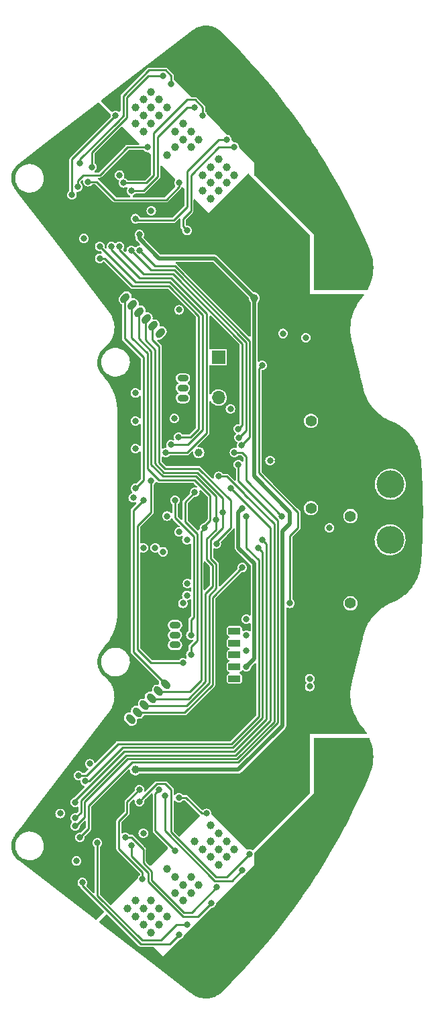
<source format=gbr>
%TF.GenerationSoftware,KiCad,Pcbnew,(6.0.8)*%
%TF.CreationDate,2022-10-14T22:36:05+09:00*%
%TF.ProjectId,ORION_VV_driver_v2,4f52494f-4e5f-4565-965f-647269766572,rev?*%
%TF.SameCoordinates,Original*%
%TF.FileFunction,Copper,L3,Inr*%
%TF.FilePolarity,Positive*%
%FSLAX46Y46*%
G04 Gerber Fmt 4.6, Leading zero omitted, Abs format (unit mm)*
G04 Created by KiCad (PCBNEW (6.0.8)) date 2022-10-14 22:36:05*
%MOMM*%
%LPD*%
G01*
G04 APERTURE LIST*
G04 Aperture macros list*
%AMRoundRect*
0 Rectangle with rounded corners*
0 $1 Rounding radius*
0 $2 $3 $4 $5 $6 $7 $8 $9 X,Y pos of 4 corners*
0 Add a 4 corners polygon primitive as box body*
4,1,4,$2,$3,$4,$5,$6,$7,$8,$9,$2,$3,0*
0 Add four circle primitives for the rounded corners*
1,1,$1+$1,$2,$3*
1,1,$1+$1,$4,$5*
1,1,$1+$1,$6,$7*
1,1,$1+$1,$8,$9*
0 Add four rect primitives between the rounded corners*
20,1,$1+$1,$2,$3,$4,$5,0*
20,1,$1+$1,$4,$5,$6,$7,0*
20,1,$1+$1,$6,$7,$8,$9,0*
20,1,$1+$1,$8,$9,$2,$3,0*%
%AMHorizOval*
0 Thick line with rounded ends*
0 $1 width*
0 $2 $3 position (X,Y) of the first rounded end (center of the circle)*
0 $4 $5 position (X,Y) of the second rounded end (center of the circle)*
0 Add line between two ends*
20,1,$1,$2,$3,$4,$5,0*
0 Add two circle primitives to create the rounded ends*
1,1,$1,$2,$3*
1,1,$1,$4,$5*%
G04 Aperture macros list end*
%TA.AperFunction,ComponentPad*%
%ADD10RoundRect,0.225000X0.475000X-0.225000X0.475000X0.225000X-0.475000X0.225000X-0.475000X-0.225000X0*%
%TD*%
%TA.AperFunction,ComponentPad*%
%ADD11O,1.400000X0.900000*%
%TD*%
%TA.AperFunction,ComponentPad*%
%ADD12R,1.700000X1.700000*%
%TD*%
%TA.AperFunction,ComponentPad*%
%ADD13O,1.700000X1.700000*%
%TD*%
%TA.AperFunction,ComponentPad*%
%ADD14C,3.500000*%
%TD*%
%TA.AperFunction,ComponentPad*%
%ADD15R,3.500000X3.500000*%
%TD*%
%TA.AperFunction,ComponentPad*%
%ADD16C,1.400000*%
%TD*%
%TA.AperFunction,ComponentPad*%
%ADD17RoundRect,0.225000X0.494975X0.176777X0.176777X0.494975X-0.494975X-0.176777X-0.176777X-0.494975X0*%
%TD*%
%TA.AperFunction,ComponentPad*%
%ADD18HorizOval,0.900000X0.176777X0.176777X-0.176777X-0.176777X0*%
%TD*%
%TA.AperFunction,ComponentPad*%
%ADD19RoundRect,0.225000X-0.475000X0.225000X-0.475000X-0.225000X0.475000X-0.225000X0.475000X0.225000X0*%
%TD*%
%TA.AperFunction,ComponentPad*%
%ADD20RoundRect,0.225000X0.176777X-0.494975X0.494975X-0.176777X-0.176777X0.494975X-0.494975X0.176777X0*%
%TD*%
%TA.AperFunction,ComponentPad*%
%ADD21HorizOval,0.900000X-0.176777X0.176777X0.176777X-0.176777X0*%
%TD*%
%TA.AperFunction,ComponentPad*%
%ADD22RoundRect,0.225000X-0.575000X0.225000X-0.575000X-0.225000X0.575000X-0.225000X0.575000X0.225000X0*%
%TD*%
%TA.AperFunction,ComponentPad*%
%ADD23RoundRect,0.625000X0.000000X-0.883883X0.883883X0.000000X0.000000X0.883883X-0.883883X0.000000X0*%
%TD*%
%TA.AperFunction,ComponentPad*%
%ADD24RoundRect,0.625000X-0.883883X0.000000X0.000000X-0.883883X0.883883X0.000000X0.000000X0.883883X0*%
%TD*%
%TA.AperFunction,ViaPad*%
%ADD25C,0.800000*%
%TD*%
%TA.AperFunction,ViaPad*%
%ADD26C,1.000000*%
%TD*%
%TA.AperFunction,Conductor*%
%ADD27C,0.500000*%
%TD*%
%TA.AperFunction,Conductor*%
%ADD28C,0.250000*%
%TD*%
G04 APERTURE END LIST*
D10*
%TO.N,GND*%
%TO.C,J2*%
X108500000Y-86875000D03*
D11*
%TO.N,+5V*%
X108500000Y-85625000D03*
%TO.N,/CAN_L*%
X108500000Y-84375000D03*
%TO.N,/CAN_H*%
X108500000Y-83125000D03*
%TD*%
D12*
%TO.N,Net-(D12-Pad1)*%
%TO.C,J14*%
X113000000Y-80475000D03*
D13*
%TO.N,GND*%
X113000000Y-83015000D03*
%TO.N,+3V3*%
X113000000Y-85555000D03*
%TD*%
D14*
%TO.N,+BATT*%
%TO.C,J11*%
X134675000Y-96500000D03*
D15*
%TO.N,GND*%
X134675000Y-91500000D03*
D16*
%TO.N,*%
X124675000Y-88500000D03*
X124675000Y-99500000D03*
%TD*%
D17*
%TO.N,GND*%
%TO.C,J6*%
X106505204Y-78298097D03*
D18*
%TO.N,+3V3*%
X105621321Y-77414214D03*
%TO.N,/NSS_ENC1*%
X104737437Y-76530330D03*
%TO.N,/SPI_CLK*%
X103853554Y-75646447D03*
%TO.N,/SPI_MISO*%
X102969670Y-74762563D03*
%TO.N,/SPI_MOSI*%
X102085787Y-73878680D03*
%TO.N,/TEMP_1*%
X101201903Y-72994796D03*
%TD*%
D19*
%TO.N,GND*%
%TO.C,J3*%
X107500000Y-113000000D03*
D11*
%TO.N,+5V*%
X107500000Y-114250000D03*
%TO.N,/CAN_L*%
X107500000Y-115500000D03*
%TO.N,/CAN_H*%
X107500000Y-116750000D03*
%TD*%
D16*
%TO.N,*%
%TO.C,J15*%
X129650000Y-111500000D03*
X129650000Y-100500000D03*
D15*
%TO.N,GND*%
X134650000Y-108500000D03*
D14*
%TO.N,+BATT*%
X134650000Y-103500000D03*
%TD*%
D20*
%TO.N,GND*%
%TO.C,J5*%
X101000000Y-127000000D03*
D21*
%TO.N,+3V3*%
X101883883Y-126116117D03*
%TO.N,/NSS_ENC0*%
X102767767Y-125232233D03*
%TO.N,/SPI_CLK*%
X103651650Y-124348350D03*
%TO.N,/SPI_MISO*%
X104535534Y-123464466D03*
%TO.N,/SPI_MOSI*%
X105419417Y-122580583D03*
%TO.N,/TEMP_0*%
X106303301Y-121696699D03*
%TD*%
D22*
%TO.N,GND*%
%TO.C,J4*%
X115000000Y-113500000D03*
%TO.N,Net-(D5-Pad2)*%
X115000000Y-115000000D03*
%TO.N,/SWDIO*%
X115000000Y-116500000D03*
%TO.N,/SWCLK*%
X115000000Y-118000000D03*
%TO.N,/UART1_TX*%
X115000000Y-119500000D03*
%TO.N,/UART1_RX*%
X115000000Y-121000000D03*
%TD*%
D23*
%TO.N,GND*%
%TO.C,GD2*%
X99000000Y-62000000D03*
%TD*%
D24*
%TO.N,GND*%
%TO.C,GD1*%
X99000000Y-137580761D03*
%TD*%
D25*
%TO.N,+15V*%
X103500000Y-140500000D03*
%TO.N,GND*%
X116500000Y-76500000D03*
X116500000Y-75500000D03*
X116500000Y-74500000D03*
X123500000Y-96000000D03*
X123500000Y-117500000D03*
X123500000Y-115000000D03*
X123500000Y-112500000D03*
X123500000Y-106000000D03*
X123500000Y-104000000D03*
X123500000Y-108000000D03*
X123500000Y-110000000D03*
D26*
X107000000Y-128000000D03*
X104000000Y-128000000D03*
X92000000Y-146000000D03*
X91000000Y-139000000D03*
X94000000Y-135000000D03*
X98000000Y-129000000D03*
X98000000Y-71000000D03*
X95000000Y-68000000D03*
X93000000Y-65000000D03*
X91000000Y-62000000D03*
X92000000Y-55000000D03*
X94000000Y-53000000D03*
D25*
%TO.N,/NRST*%
X102487701Y-84987701D03*
X108000000Y-74500000D03*
%TO.N,+15V*%
X93000000Y-138000000D03*
X96737701Y-131737701D03*
D26*
X117500000Y-73000000D03*
D25*
X104500000Y-62000000D03*
X100500000Y-57500000D03*
X103000000Y-65000000D03*
X95062299Y-144000000D03*
D26*
X102500000Y-132500000D03*
D25*
X96000000Y-65500000D03*
D26*
%TO.N,+5V*%
X110502338Y-92497662D03*
%TO.N,/M1_W*%
X102500000Y-149000000D03*
X102500000Y-151000000D03*
X104500000Y-151000000D03*
X105500000Y-150000000D03*
X106500000Y-151000000D03*
X105500000Y-152000000D03*
X104500000Y-153000000D03*
D25*
X95800000Y-146700000D03*
D26*
X103500000Y-150000000D03*
X104500000Y-149000000D03*
X101500000Y-150000000D03*
D25*
X108000000Y-153300000D03*
D26*
X103500000Y-152000000D03*
%TO.N,/M1_V*%
X107500000Y-146000000D03*
X109500000Y-146000000D03*
X109500000Y-148000000D03*
X107500000Y-148000000D03*
X108500000Y-149000000D03*
D25*
X102000000Y-142012016D03*
D26*
X110500000Y-147000000D03*
X108500000Y-147000000D03*
D25*
X112100000Y-149300000D03*
D26*
X106500000Y-145000000D03*
%TO.N,/M1_U*%
X113000000Y-140500000D03*
X112000000Y-141500000D03*
D25*
X116000000Y-145200000D03*
D26*
X113000000Y-144500000D03*
X112000000Y-143500000D03*
X111000000Y-142500000D03*
X110000000Y-141500000D03*
X112000000Y-139500000D03*
X115000000Y-142500000D03*
X114000000Y-141500000D03*
X113000000Y-142500000D03*
D25*
X106198281Y-135801720D03*
D26*
X114000000Y-143500000D03*
%TO.N,/M0_W*%
X114000000Y-56500000D03*
X111000000Y-59500000D03*
D25*
X115000000Y-54000000D03*
D26*
X112000000Y-56500000D03*
X115000000Y-57500000D03*
D25*
X109000000Y-64500000D03*
D26*
X112000000Y-60500000D03*
X114000000Y-58500000D03*
X111000000Y-57500000D03*
X113000000Y-55500000D03*
X113000000Y-57500000D03*
X112000000Y-58500000D03*
X113000000Y-59500000D03*
%TO.N,/M0_V*%
X108500000Y-51000000D03*
X109500000Y-54000000D03*
X109500000Y-52000000D03*
D25*
X101000000Y-58500000D03*
D26*
X110500000Y-53000000D03*
D25*
X111000000Y-50000000D03*
D26*
X108500000Y-53000000D03*
X107500000Y-54000000D03*
X106500000Y-55000000D03*
X107500000Y-52000000D03*
D25*
%TO.N,/M1_UL*%
X94919239Y-136580761D03*
X118500000Y-103500000D03*
%TO.N,/M1_VL*%
X116500000Y-100500000D03*
X95300000Y-133200000D03*
%TO.N,/M1_WL*%
X96197540Y-133924500D03*
X118000000Y-104500000D03*
%TO.N,Net-(GD1-Pad9)*%
X111500000Y-138000000D03*
X108000000Y-136000000D03*
%TO.N,Net-(GD1-Pad10)*%
X107500000Y-142700000D03*
X105500000Y-135000000D03*
%TO.N,Net-(GD1-Pad11)*%
X103000000Y-135000350D03*
X103400000Y-146300000D03*
%TO.N,Net-(GD1-Pad13)*%
X116900000Y-143100000D03*
X103000000Y-136500000D03*
%TO.N,Net-(GD1-Pad16)*%
X112800000Y-147300000D03*
X101224500Y-141000000D03*
%TO.N,Net-(GD1-Pad19)*%
X109000000Y-152000000D03*
X97700000Y-141700000D03*
%TO.N,/M1_UH*%
X95500000Y-141000000D03*
X115500000Y-94000000D03*
%TO.N,/M1_VH*%
X113000000Y-95500000D03*
X94919239Y-139580761D03*
%TO.N,/M1_WH*%
X94919239Y-138580761D03*
X114500000Y-97000000D03*
%TO.N,/M0_UL*%
X99470319Y-66511636D03*
X106325980Y-92500000D03*
%TO.N,/M0_VL*%
X98000000Y-66500000D03*
X106987701Y-91487701D03*
%TO.N,/M0_WL*%
X107946535Y-90545756D03*
X98000000Y-68000000D03*
%TO.N,Net-(GD2-Pad9)*%
X100000000Y-50000000D03*
X94500000Y-60000000D03*
%TO.N,Net-(GD2-Pad10)*%
X104012307Y-54007479D03*
X95224500Y-59000000D03*
%TO.N,Net-(GD2-Pad11)*%
X108000000Y-58500000D03*
X96528461Y-58336744D03*
%TO.N,Net-(GD2-Pad13)*%
X106000000Y-45000000D03*
X97012299Y-56487701D03*
%TO.N,Net-(GD2-Pad16)*%
X102000000Y-59500000D03*
X110000000Y-49000000D03*
%TO.N,Net-(GD2-Pad19)*%
X102500000Y-63000000D03*
X114000000Y-53000000D03*
%TO.N,/M0_UH*%
X103000000Y-67000000D03*
X115903768Y-91564084D03*
%TO.N,/M0_VH*%
X115575451Y-90600049D03*
X101980001Y-67019999D03*
%TO.N,/M0_WH*%
X100482282Y-66499611D03*
X115500000Y-89500000D03*
%TO.N,+BATT*%
X127000000Y-102000000D03*
X124500000Y-121000000D03*
X121124500Y-77475192D03*
D26*
%TO.N,/M0_U*%
X102500000Y-51000000D03*
X102500000Y-49000000D03*
X105500000Y-50000000D03*
D25*
X95500000Y-56000000D03*
D26*
X104500000Y-47000000D03*
X106500000Y-49000000D03*
X105500000Y-48000000D03*
D25*
X107000000Y-46000000D03*
D26*
X104500000Y-49000000D03*
X103500000Y-48000000D03*
X103500000Y-52000000D03*
X104500000Y-51000000D03*
X103500000Y-50000000D03*
D25*
%TO.N,/SW0*%
X109000000Y-103500000D03*
%TO.N,/SW1*%
X108000000Y-102500000D03*
%TO.N,/M1_CS*%
X108512299Y-118987701D03*
X104481547Y-96018453D03*
%TO.N,/M0_CS*%
X106500000Y-100500000D03*
X114500000Y-87000000D03*
%TO.N,/SW2*%
X106000000Y-105000000D03*
%TO.N,/SW3*%
X105000000Y-104500000D03*
%TO.N,/UART1_TX*%
X107500000Y-98500000D03*
X109500000Y-115500000D03*
%TO.N,/UART1_RX*%
X110000000Y-97500000D03*
X109500000Y-118000000D03*
%TO.N,/NSS_ENC0*%
X116000000Y-107000000D03*
%TO.N,/NRST*%
X102500000Y-92000000D03*
X102500000Y-88500000D03*
X103500000Y-104500000D03*
%TO.N,+3V3*%
X102224500Y-98200000D03*
X119500000Y-93500000D03*
X116500000Y-119500000D03*
X107400000Y-88200000D03*
X115987701Y-99512299D03*
%TO.N,GND*%
X109500000Y-138500000D03*
X111224500Y-100724500D03*
X120500000Y-93500000D03*
D26*
X116000000Y-139500000D03*
D25*
X123500000Y-93500000D03*
X100500000Y-52500000D03*
D26*
X114500000Y-61500000D03*
D25*
X119000000Y-133000000D03*
X107500000Y-112000000D03*
X107500000Y-134000000D03*
X121500000Y-76000000D03*
D26*
X119000000Y-136500000D03*
D25*
X120000000Y-95000000D03*
D26*
X116500000Y-61500000D03*
X112500000Y-63500000D03*
D25*
X104500000Y-143500000D03*
X120500000Y-71000000D03*
X111500000Y-107000000D03*
D26*
X115000000Y-138500000D03*
D25*
X110500000Y-133500000D03*
X114000000Y-90000000D03*
X99500000Y-148500000D03*
D26*
X96500000Y-149500000D03*
D25*
X120500000Y-133000000D03*
X119000000Y-76000000D03*
D26*
X118500000Y-63500000D03*
D25*
X103987701Y-56487701D03*
X100500000Y-147500000D03*
X108275500Y-61000000D03*
X108500000Y-139500000D03*
D26*
X112000000Y-135500000D03*
D25*
X105900000Y-107600000D03*
D26*
X113000000Y-136500000D03*
D25*
X117500000Y-133000000D03*
D26*
X117000000Y-138500000D03*
X97000000Y-50500000D03*
D25*
X123500000Y-82500000D03*
D26*
X111500000Y-64500000D03*
X117500000Y-62500000D03*
D25*
X107500000Y-67000000D03*
X111224500Y-99275500D03*
X101500000Y-146500000D03*
X110012299Y-62512299D03*
D26*
X122000000Y-133500000D03*
D25*
X102500000Y-55000000D03*
X120500000Y-73000000D03*
X106000000Y-58500000D03*
D26*
X115500000Y-60500000D03*
D25*
X107129959Y-101911783D03*
X120500000Y-74500000D03*
X120500000Y-69000000D03*
X121500000Y-97000000D03*
X111500000Y-93500000D03*
X123500000Y-120000000D03*
D26*
X114000000Y-137500000D03*
D25*
X109500000Y-134500000D03*
X105387701Y-142500000D03*
D26*
X122000000Y-128500000D03*
X113500000Y-62500000D03*
D25*
X109500000Y-100724500D03*
D26*
X120000000Y-135500000D03*
D25*
X123500000Y-87000000D03*
D26*
X121000000Y-134500000D03*
X119500000Y-64500000D03*
D25*
X109500000Y-99275500D03*
D26*
X121500000Y-66500000D03*
D25*
X123000000Y-123000000D03*
X106400000Y-89600000D03*
D26*
X120500000Y-65500000D03*
X118000000Y-137500000D03*
D25*
X123500000Y-98500000D03*
X123500000Y-91000000D03*
%TO.N,/LED_0*%
X116500000Y-117500000D03*
X109074980Y-109000000D03*
%TO.N,/LED_1*%
X109000000Y-110500000D03*
X116500000Y-115500000D03*
%TO.N,/LED_2*%
X116500000Y-113500000D03*
X108500000Y-111500000D03*
%TO.N,/TEMP_0*%
X103500000Y-98500000D03*
%TO.N,/BATT_V_SENS*%
X115000000Y-92500000D03*
X121000000Y-100500000D03*
%TO.N,/SPI_CLK*%
X113500000Y-100000000D03*
%TO.N,/SPI_MISO*%
X112673511Y-100941836D03*
%TO.N,/SPI_MOSI*%
X111224500Y-102000000D03*
%TO.N,/NSS_ENC1*%
X112724500Y-104000000D03*
%TO.N,/TEMP_1*%
X102500000Y-97000000D03*
%TO.N,/3V3_HARF_REF*%
X118500000Y-81500000D03*
X122000000Y-111500000D03*
D26*
%TO.N,/M1_CSL*%
X111500000Y-158500000D03*
X127500000Y-135000000D03*
X121500000Y-142500000D03*
X120500000Y-143500000D03*
X112500000Y-157500000D03*
X118500000Y-151500000D03*
X115500000Y-154500000D03*
X119500000Y-150500000D03*
D25*
X124500000Y-122000000D03*
D26*
X127500000Y-130500000D03*
X106500000Y-157500000D03*
X122500000Y-141500000D03*
X121500000Y-148500000D03*
X127500000Y-132000000D03*
X122500000Y-147500000D03*
X121500000Y-146500000D03*
X114500000Y-155500000D03*
X119500000Y-144500000D03*
X120500000Y-149500000D03*
X127500000Y-136500000D03*
X116500000Y-153500000D03*
X113500000Y-156500000D03*
X117500000Y-152500000D03*
X124500000Y-139500000D03*
X126500000Y-137500000D03*
X120500000Y-145500000D03*
X123500000Y-140500000D03*
X127500000Y-129000000D03*
X127500000Y-133500000D03*
X100000000Y-152500000D03*
X105500000Y-156500000D03*
X125500000Y-138500000D03*
X110500000Y-159500000D03*
%TO.N,/M0_CSL*%
X122500000Y-58500000D03*
X105800000Y-43200000D03*
X120500000Y-50500000D03*
X111500000Y-41500000D03*
X127500000Y-67000000D03*
X121500000Y-57500000D03*
X127500000Y-70000000D03*
X125500000Y-61500000D03*
X113500000Y-43500000D03*
X122500000Y-52500000D03*
X119500000Y-55500000D03*
X115500000Y-45500000D03*
X116500000Y-46500000D03*
D25*
X124000000Y-78000000D03*
D26*
X120500000Y-54500000D03*
X127500000Y-65500000D03*
X118500000Y-48500000D03*
X121500000Y-51500000D03*
X120500000Y-56500000D03*
X106800000Y-42400000D03*
X127500000Y-68500000D03*
X114500000Y-44500000D03*
X124500000Y-60500000D03*
X127500000Y-71500000D03*
X123500000Y-59500000D03*
X121500000Y-53500000D03*
X112500000Y-42500000D03*
X117500000Y-47500000D03*
X126500000Y-62500000D03*
X127500000Y-64000000D03*
X110500000Y-40500000D03*
X100000000Y-47500000D03*
X119500000Y-49500000D03*
%TD*%
D27*
%TO.N,+15V*%
X115500000Y-132500000D02*
X102500000Y-132500000D01*
X121075000Y-126925000D02*
X115500000Y-132500000D01*
X121075000Y-102425000D02*
X121075000Y-126925000D01*
X122000000Y-101500000D02*
X121075000Y-102425000D01*
X117500000Y-73000000D02*
X117500000Y-95500000D01*
X103000000Y-65500000D02*
X103000000Y-65000000D01*
X105500000Y-68000000D02*
X103000000Y-65500000D01*
X117500000Y-95500000D02*
X122000000Y-100000000D01*
X122000000Y-100000000D02*
X122000000Y-101500000D01*
X112500000Y-68000000D02*
X105500000Y-68000000D01*
X117500000Y-73000000D02*
X112500000Y-68000000D01*
D28*
%TO.N,Net-(GD1-Pad10)*%
X105000000Y-140200000D02*
X107500000Y-142700000D01*
X105000000Y-135500000D02*
X105000000Y-140200000D01*
X105500000Y-135000000D02*
X105000000Y-135500000D01*
%TO.N,Net-(GD1-Pad13)*%
X114000000Y-146000000D02*
X116900000Y-143100000D01*
X112635718Y-146000000D02*
X114000000Y-146000000D01*
X105199897Y-134275489D02*
X106275489Y-134275489D01*
X103449520Y-136025866D02*
X105199897Y-134275489D01*
X103449520Y-136050480D02*
X103449520Y-136025866D01*
X107000000Y-140364282D02*
X112635718Y-146000000D01*
X106275489Y-134275489D02*
X107000000Y-135000000D01*
X107000000Y-135000000D02*
X107000000Y-140364282D01*
X103000000Y-136500000D02*
X103449520Y-136050480D01*
%TO.N,Net-(GD1-Pad11)*%
X101450000Y-136550350D02*
X101450000Y-137950000D01*
X103000000Y-135000350D02*
X101450000Y-136550350D01*
X101450000Y-137950000D02*
X100400000Y-139000000D01*
%TO.N,/M1_U*%
X114700000Y-146500000D02*
X116000000Y-145200000D01*
X112500000Y-146500000D02*
X114700000Y-146500000D01*
X106198281Y-135801720D02*
X106198281Y-140198281D01*
X106198281Y-140198281D02*
X112500000Y-146500000D01*
%TO.N,Net-(GD1-Pad16)*%
X109600000Y-150500000D02*
X112800000Y-147300000D01*
X108635718Y-150500000D02*
X109600000Y-150500000D01*
X104574511Y-146438793D02*
X108635718Y-150500000D01*
X103500000Y-144252500D02*
X104574511Y-145327011D01*
X103225000Y-142225000D02*
X103500000Y-142500000D01*
X103225000Y-142199695D02*
X103225000Y-142225000D01*
X101224500Y-141000000D02*
X102025305Y-141000000D01*
X102025305Y-141000000D02*
X103225000Y-142199695D01*
X104574511Y-145327011D02*
X104574511Y-146438793D01*
X103500000Y-142500000D02*
X103500000Y-144252500D01*
%TO.N,/M1_V*%
X104124511Y-146624511D02*
X108500000Y-151000000D01*
X108500000Y-151000000D02*
X110400000Y-151000000D01*
X110400000Y-151000000D02*
X112100000Y-149300000D01*
X102000000Y-142012016D02*
X102000000Y-143388896D01*
X104124511Y-145513407D02*
X104124511Y-146624511D01*
X102000000Y-143388896D02*
X104124511Y-145513407D01*
%TO.N,/M0_WL*%
X102125000Y-71500000D02*
X106727208Y-71500000D01*
X110500000Y-75272792D02*
X110500000Y-89500000D01*
X110500000Y-89500000D02*
X109454244Y-90545756D01*
X109454244Y-90545756D02*
X107946535Y-90545756D01*
X98625000Y-68000000D02*
X102125000Y-71500000D01*
X98000000Y-68000000D02*
X98625000Y-68000000D01*
X106727208Y-71500000D02*
X110500000Y-75272792D01*
%TO.N,/M1_CS*%
X104481547Y-100018453D02*
X104481547Y-96018453D01*
X102775489Y-101724511D02*
X104481547Y-100018453D01*
X104500000Y-119000000D02*
X102775489Y-117275489D01*
X108500000Y-119000000D02*
X104500000Y-119000000D01*
X102775489Y-117275489D02*
X102775489Y-101724511D01*
X108512299Y-118987701D02*
X108500000Y-119000000D01*
%TO.N,/M0_W*%
X108500000Y-63000000D02*
X108500000Y-64000000D01*
X109500000Y-62000000D02*
X108500000Y-63000000D01*
X108500000Y-64000000D02*
X109000000Y-64500000D01*
X109500000Y-57500000D02*
X109500000Y-62000000D01*
X113000000Y-54000000D02*
X109500000Y-57500000D01*
X115000000Y-54000000D02*
X113000000Y-54000000D01*
%TO.N,Net-(GD2-Pad19)*%
X113000000Y-53000000D02*
X114000000Y-53000000D01*
X109000000Y-57000000D02*
X113000000Y-53000000D01*
X109000000Y-61500000D02*
X109000000Y-57000000D01*
X107300000Y-63200000D02*
X109000000Y-61500000D01*
X102700000Y-63200000D02*
X107300000Y-63200000D01*
X102500000Y-63000000D02*
X102700000Y-63200000D01*
%TO.N,/M0_V*%
X110024614Y-48000000D02*
X111000000Y-48975386D01*
X104800000Y-52200000D02*
X109000000Y-48000000D01*
X104800000Y-57563604D02*
X104800000Y-52200000D01*
X103863604Y-58500000D02*
X104800000Y-57563604D01*
X101000000Y-58500000D02*
X103863604Y-58500000D01*
X109000000Y-48000000D02*
X110024614Y-48000000D01*
X111000000Y-48975386D02*
X111000000Y-50000000D01*
%TO.N,/BATT_V_SENS*%
X116000000Y-92500000D02*
X115000000Y-92500000D01*
X116500000Y-96000000D02*
X116500000Y-93000000D01*
X116500000Y-93000000D02*
X116000000Y-92500000D01*
X121000000Y-100500000D02*
X116500000Y-96000000D01*
%TO.N,/M1_VL*%
X100300000Y-129200000D02*
X96300000Y-133200000D01*
X114663604Y-129200000D02*
X100300000Y-129200000D01*
X118075000Y-125788604D02*
X114663604Y-129200000D01*
X116500000Y-104500000D02*
X118075000Y-106075000D01*
X96300000Y-133200000D02*
X95300000Y-133200000D01*
X116500000Y-100500000D02*
X116500000Y-104500000D01*
X118075000Y-106075000D02*
X118075000Y-125788604D01*
%TO.N,/NSS_ENC0*%
X108700354Y-125299646D02*
X102835180Y-125299646D01*
X102835180Y-125299646D02*
X102767767Y-125232233D01*
X112250000Y-121750000D02*
X108700354Y-125299646D01*
X116000000Y-107000000D02*
X112250000Y-110750000D01*
X112250000Y-110750000D02*
X112250000Y-121750000D01*
%TO.N,/SPI_MOSI*%
X105486829Y-122647995D02*
X105419417Y-122580583D01*
X109352005Y-122647995D02*
X105486829Y-122647995D01*
X110775489Y-121224511D02*
X109352005Y-122647995D01*
X110775489Y-102449011D02*
X110775489Y-121224511D01*
X111224500Y-102000000D02*
X110775489Y-102449011D01*
%TO.N,/UART1_RX*%
X108775489Y-98724511D02*
X110000000Y-97500000D01*
X108775489Y-101175489D02*
X108775489Y-98724511D01*
X110325969Y-116174031D02*
X110325969Y-102725969D01*
X109500000Y-117000000D02*
X110325969Y-116174031D01*
X109500000Y-118000000D02*
X109500000Y-117000000D01*
X110325969Y-102725969D02*
X108775489Y-101175489D01*
%TO.N,/UART1_TX*%
X109876449Y-103068865D02*
X107500000Y-100692416D01*
X107500000Y-100692416D02*
X107500000Y-98500000D01*
X109500000Y-113600000D02*
X109876449Y-113223551D01*
X109500000Y-115500000D02*
X109500000Y-113600000D01*
X109876449Y-113223551D02*
X109876449Y-103068865D01*
%TO.N,/3V3_HARF_REF*%
X118074520Y-81925480D02*
X118500000Y-81500000D01*
X118074520Y-95074520D02*
X118074520Y-81925480D01*
X123000000Y-100000000D02*
X118074520Y-95074520D01*
X123000000Y-102000000D02*
X123000000Y-100000000D01*
X122000000Y-103000000D02*
X123000000Y-102000000D01*
X122000000Y-111500000D02*
X122000000Y-103000000D01*
%TO.N,/M1_UH*%
X96600000Y-139900000D02*
X95500000Y-141000000D01*
X120500000Y-101032142D02*
X120500000Y-126542870D01*
X115494310Y-131548560D02*
X102051440Y-131548560D01*
X115500000Y-96032142D02*
X120500000Y-101032142D01*
X120500000Y-126542870D02*
X115494310Y-131548560D01*
X96600000Y-137000000D02*
X96600000Y-139900000D01*
X115500000Y-94000000D02*
X115500000Y-96032142D01*
X102051440Y-131548560D02*
X96600000Y-137000000D01*
%TO.N,/M1_VH*%
X94943853Y-139580761D02*
X94919239Y-139580761D01*
X96093270Y-138431344D02*
X94943853Y-139580761D01*
X96093270Y-136542448D02*
X96093270Y-138431344D01*
X115308112Y-131099040D02*
X101536678Y-131099040D01*
X120000000Y-101500000D02*
X120000000Y-126407152D01*
X120000000Y-126407152D02*
X115308112Y-131099040D01*
X101536678Y-131099040D02*
X96093270Y-136542448D01*
X116224511Y-97699897D02*
X116224511Y-97724511D01*
X114024614Y-95500000D02*
X116224511Y-97699897D01*
X116224511Y-97724511D02*
X120000000Y-101500000D01*
X113000000Y-95500000D02*
X114024614Y-95500000D01*
%TO.N,/M1_WH*%
X95643750Y-136356250D02*
X95643750Y-137856250D01*
X115121915Y-130649520D02*
X101350480Y-130649520D01*
X101350480Y-130649520D02*
X95643750Y-136356250D01*
X119500000Y-126271435D02*
X115121915Y-130649520D01*
X119500000Y-102000000D02*
X119500000Y-126271435D01*
X95643750Y-137856250D02*
X94919239Y-138580761D01*
X114500000Y-97000000D02*
X119500000Y-102000000D01*
%TO.N,/M1_UL*%
X101035718Y-130200000D02*
X94919239Y-136316479D01*
X119000000Y-126135718D02*
X114935718Y-130200000D01*
X119000000Y-104000000D02*
X119000000Y-126135718D01*
X118500000Y-103500000D02*
X119000000Y-104000000D01*
X114935718Y-130200000D02*
X101035718Y-130200000D01*
X94919239Y-136316479D02*
X94919239Y-136580761D01*
%TO.N,/M1_WL*%
X114800000Y-129700000D02*
X100900000Y-129700000D01*
X100900000Y-129700000D02*
X96675500Y-133924500D01*
X118525000Y-125975000D02*
X114800000Y-129700000D01*
X118525000Y-105025000D02*
X118525000Y-125975000D01*
X96675500Y-133924500D02*
X96197540Y-133924500D01*
X118000000Y-104500000D02*
X118525000Y-105025000D01*
D27*
%TO.N,+3V3*%
X117500000Y-118500000D02*
X116500000Y-119500000D01*
X117500000Y-106500000D02*
X117500000Y-118500000D01*
X115500000Y-104500000D02*
X117500000Y-106500000D01*
X115500000Y-100000000D02*
X115500000Y-104500000D01*
X115987701Y-99512299D02*
X115500000Y-100000000D01*
D28*
%TO.N,/NSS_ENC1*%
X104670025Y-76597742D02*
X104737437Y-76530330D01*
X104670025Y-78290917D02*
X104670025Y-76597742D01*
X106246822Y-94500000D02*
X105500000Y-93753178D01*
X110500000Y-94500000D02*
X106246822Y-94500000D01*
X105500000Y-79120892D02*
X104670025Y-78290917D01*
X114500000Y-98500000D02*
X110500000Y-94500000D01*
X105500000Y-93753178D02*
X105500000Y-79120892D01*
X112724500Y-103775500D02*
X114500000Y-102000000D01*
X114500000Y-102000000D02*
X114500000Y-98500000D01*
X112724500Y-104000000D02*
X112724500Y-103775500D01*
%TO.N,/SPI_CLK*%
X103786141Y-75713860D02*
X103853554Y-75646447D01*
X103786141Y-78286141D02*
X103786141Y-75713860D01*
X105000000Y-93888896D02*
X105000000Y-79500000D01*
X106111104Y-95000000D02*
X105000000Y-93888896D01*
X113500000Y-100000000D02*
X113500000Y-98224500D01*
X103719062Y-124415762D02*
X103651650Y-124348350D01*
X108948520Y-124415762D02*
X103719062Y-124415762D01*
X111800000Y-121564282D02*
X108948520Y-124415762D01*
X105000000Y-79500000D02*
X103786141Y-78286141D01*
X112000000Y-105839668D02*
X112674031Y-106513700D01*
X112000000Y-103500000D02*
X112000000Y-105839668D01*
X110275500Y-95000000D02*
X106111104Y-95000000D01*
X113500000Y-102000000D02*
X112000000Y-103500000D01*
X113500000Y-100000000D02*
X113500000Y-102000000D01*
X112674031Y-106513700D02*
X112674031Y-109625969D01*
X112674031Y-109625969D02*
X111800000Y-110500000D01*
X111800000Y-110500000D02*
X111800000Y-121564282D01*
X113500000Y-98224500D02*
X110275500Y-95000000D01*
%TO.N,/M0_VL*%
X109148017Y-91487701D02*
X106987701Y-91487701D01*
X111000000Y-89635718D02*
X109148017Y-91487701D01*
X111000000Y-75136396D02*
X111000000Y-89635718D01*
X102500000Y-71000000D02*
X106863604Y-71000000D01*
X98000000Y-66500000D02*
X102500000Y-71000000D01*
X106863604Y-71000000D02*
X111000000Y-75136396D01*
%TO.N,/M0_UL*%
X111500000Y-75000000D02*
X111500000Y-90000000D01*
X109000000Y-92500000D02*
X106325980Y-92500000D01*
X107000000Y-70500000D02*
X111500000Y-75000000D01*
X103024614Y-70500000D02*
X107000000Y-70500000D01*
X99470319Y-66945705D02*
X103024614Y-70500000D01*
X99470319Y-66511636D02*
X99470319Y-66945705D01*
X111500000Y-90000000D02*
X109000000Y-92500000D01*
%TO.N,/M0_VH*%
X116475960Y-89699540D02*
X115575451Y-90600049D01*
X116475960Y-78587064D02*
X116475960Y-89699540D01*
X107388896Y-69500000D02*
X116475960Y-78587064D01*
X101995385Y-67019999D02*
X104475386Y-69500000D01*
X104475386Y-69500000D02*
X107388896Y-69500000D01*
X101980001Y-67019999D02*
X101995385Y-67019999D01*
%TO.N,/M0_UH*%
X116925480Y-78400866D02*
X116925480Y-90542372D01*
X105000000Y-69000000D02*
X107524614Y-69000000D01*
X107524614Y-69000000D02*
X116925480Y-78400866D01*
X103000000Y-67000000D02*
X105000000Y-69000000D01*
X116925480Y-90542372D02*
X115903768Y-91564084D01*
%TO.N,/M0_WH*%
X107253178Y-70000000D02*
X116000000Y-78746822D01*
X116000000Y-78746822D02*
X116000000Y-89000000D01*
X103549212Y-70000000D02*
X107253178Y-70000000D01*
X100482282Y-66933070D02*
X103549212Y-70000000D01*
X100482282Y-66499611D02*
X100482282Y-66933070D01*
X116000000Y-89000000D02*
X115500000Y-89500000D01*
%TO.N,/SPI_MISO*%
X104602947Y-123531879D02*
X104535534Y-123464466D01*
X109196685Y-123531879D02*
X104602947Y-123531879D01*
X111350000Y-121378564D02*
X109196685Y-123531879D01*
X111350000Y-110250000D02*
X111350000Y-121378564D01*
X112224511Y-106699897D02*
X112224511Y-109375489D01*
X112224511Y-109375489D02*
X111350000Y-110250000D01*
X111500000Y-105975386D02*
X112224511Y-106699897D01*
X112673511Y-102190771D02*
X111500000Y-103364282D01*
X112673511Y-100941836D02*
X112673511Y-102190771D01*
X111500000Y-103364282D02*
X111500000Y-105975386D01*
%TO.N,/M1_W*%
X95800000Y-147100000D02*
X103200000Y-154500000D01*
X95800000Y-146700000D02*
X95800000Y-147100000D01*
X103200000Y-154500000D02*
X106800000Y-154500000D01*
X106800000Y-154500000D02*
X108000000Y-153300000D01*
%TO.N,Net-(GD1-Pad9)*%
X108900000Y-136000000D02*
X110900000Y-138000000D01*
X108000000Y-136000000D02*
X108900000Y-136000000D01*
X110900000Y-138000000D02*
X111500000Y-138000000D01*
%TO.N,Net-(GD1-Pad11)*%
X100400000Y-142424614D02*
X103400000Y-145424614D01*
X100400000Y-139000000D02*
X100400000Y-142424614D01*
X103400000Y-145424614D02*
X103400000Y-146300000D01*
%TO.N,Net-(GD1-Pad19)*%
X109000000Y-152000000D02*
X107700000Y-152000000D01*
X105700000Y-154000000D02*
X103335718Y-154000000D01*
X103335718Y-154000000D02*
X97700000Y-148364282D01*
X107700000Y-152000000D02*
X105700000Y-154000000D01*
X97700000Y-148364282D02*
X97700000Y-141700000D01*
%TO.N,Net-(GD2-Pad9)*%
X94500000Y-55500000D02*
X100000000Y-50000000D01*
X94500000Y-60000000D02*
X94500000Y-55500000D01*
%TO.N,Net-(GD2-Pad10)*%
X95224500Y-59000000D02*
X95224500Y-58206625D01*
X101492521Y-54007479D02*
X98000000Y-57500000D01*
X95224500Y-58206625D02*
X95931125Y-57500000D01*
X104012307Y-54007479D02*
X101492521Y-54007479D01*
X95931125Y-57500000D02*
X98000000Y-57500000D01*
%TO.N,Net-(GD2-Pad11)*%
X97634150Y-58336744D02*
X96528461Y-58336744D01*
X106375489Y-60624511D02*
X99921917Y-60624511D01*
X108000000Y-59000000D02*
X106375489Y-60624511D01*
X108000000Y-58500000D02*
X108000000Y-59000000D01*
X99921917Y-60624511D02*
X97634150Y-58336744D01*
%TO.N,Net-(GD2-Pad13)*%
X101449520Y-50210811D02*
X101449520Y-47686198D01*
X97012299Y-56487701D02*
X97000000Y-56475402D01*
X104135718Y-45000000D02*
X106000000Y-45000000D01*
X101449520Y-47686198D02*
X104135718Y-45000000D01*
X97000000Y-56475402D02*
X97000000Y-54660331D01*
X97000000Y-54660331D02*
X101449520Y-50210811D01*
%TO.N,Net-(GD2-Pad16)*%
X103500000Y-59500000D02*
X105300000Y-57700000D01*
X105300000Y-52700000D02*
X109000000Y-49000000D01*
X109000000Y-49000000D02*
X110000000Y-49000000D01*
X102000000Y-59500000D02*
X103500000Y-59500000D01*
X105300000Y-57700000D02*
X105300000Y-52700000D01*
%TO.N,/M0_U*%
X101000000Y-50024614D02*
X101000000Y-47500000D01*
X107000000Y-44975386D02*
X107000000Y-46000000D01*
X95500000Y-55500000D02*
X100275489Y-50724511D01*
X101000000Y-47500000D02*
X104224511Y-44275489D01*
X95500000Y-56000000D02*
X95500000Y-55500000D01*
X106300103Y-44275489D02*
X107000000Y-44975386D01*
X100275489Y-50724511D02*
X100300103Y-50724511D01*
X100300103Y-50724511D02*
X101000000Y-50024614D01*
X104224511Y-44275489D02*
X106300103Y-44275489D01*
%TO.N,/TEMP_0*%
X102250489Y-99749511D02*
X102250489Y-117643887D01*
X103500000Y-98500000D02*
X102250489Y-99749511D01*
X102250489Y-117643887D02*
X106303301Y-121696699D01*
%TO.N,/SPI_MISO*%
X105975386Y-95500000D02*
X104500000Y-94024614D01*
X110135718Y-95500000D02*
X105975386Y-95500000D01*
X112673511Y-100941836D02*
X112673511Y-98037793D01*
X102902258Y-74829975D02*
X102969670Y-74762563D01*
X104500000Y-94024614D02*
X104500000Y-79729015D01*
X102902258Y-78131273D02*
X102902258Y-74829975D01*
X112673511Y-98037793D02*
X110135718Y-95500000D01*
X104500000Y-79729015D02*
X102902258Y-78131273D01*
%TO.N,/SPI_MOSI*%
X105487693Y-96000000D02*
X104000000Y-94512307D01*
X111949011Y-97949011D02*
X110000000Y-96000000D01*
X104000000Y-80000000D02*
X102000000Y-78000000D01*
X111224500Y-101749114D02*
X111949011Y-101024603D01*
X110000000Y-96000000D02*
X105487693Y-96000000D01*
X111949011Y-101024603D02*
X111949011Y-97949011D01*
X111224500Y-102000000D02*
X111224500Y-101749114D01*
X102000000Y-78000000D02*
X102000000Y-73964467D01*
X102000000Y-73964467D02*
X102085787Y-73878680D01*
X104000000Y-94512307D02*
X104000000Y-80000000D01*
%TO.N,/TEMP_1*%
X101134491Y-73062208D02*
X101201903Y-72994796D01*
X103500000Y-96000000D02*
X103500000Y-80500000D01*
X101134491Y-78134491D02*
X101134491Y-73062208D01*
X103500000Y-80500000D02*
X101134491Y-78134491D01*
X102500000Y-97000000D02*
X103500000Y-96000000D01*
%TD*%
%TA.AperFunction,Conductor*%
%TO.N,/M0_CSL*%
G36*
X111433727Y-38652265D02*
G01*
X111580423Y-38661157D01*
X111727120Y-38670049D01*
X111740881Y-38671646D01*
X112030566Y-38721538D01*
X112044057Y-38724635D01*
X112151476Y-38755589D01*
X112326496Y-38806024D01*
X112339578Y-38810586D01*
X112611380Y-38922495D01*
X112623882Y-38928466D01*
X112881763Y-39069544D01*
X112893529Y-39076850D01*
X113134339Y-39245372D01*
X113145237Y-39253928D01*
X113344056Y-39428522D01*
X113345531Y-39430239D01*
X113345602Y-39430160D01*
X113347424Y-39431800D01*
X113348821Y-39434066D01*
X113349937Y-39435366D01*
X113350134Y-39435162D01*
X113360699Y-39445364D01*
X113367443Y-39455905D01*
X113367445Y-39455906D01*
X113367447Y-39455909D01*
X113379013Y-39463048D01*
X113384101Y-39467962D01*
X113396883Y-39478078D01*
X114614059Y-40696637D01*
X114615799Y-40698415D01*
X115358875Y-41473872D01*
X115831595Y-41967193D01*
X115833384Y-41969100D01*
X116417933Y-42605028D01*
X117022533Y-43262769D01*
X117024225Y-43264649D01*
X117633721Y-43955977D01*
X118186273Y-44582717D01*
X118187982Y-44584696D01*
X119322422Y-45926587D01*
X119324090Y-45928602D01*
X120430431Y-47293732D01*
X120432056Y-47295780D01*
X121509850Y-48683598D01*
X121511430Y-48685677D01*
X121756236Y-49014778D01*
X122560159Y-50095516D01*
X122561698Y-50097630D01*
X123577295Y-51523800D01*
X123580974Y-51528967D01*
X123582463Y-51531104D01*
X124135761Y-52343238D01*
X124571800Y-52983259D01*
X124573250Y-52985435D01*
X124803283Y-53338612D01*
X125505256Y-54416375D01*
X125532264Y-54457842D01*
X125533665Y-54460043D01*
X125662143Y-54666547D01*
X126461895Y-55951996D01*
X126463253Y-55954230D01*
X127360321Y-57465118D01*
X127361633Y-57467380D01*
X128227184Y-58996609D01*
X128228448Y-58998898D01*
X128680985Y-59838612D01*
X129045384Y-60514778D01*
X129062048Y-60545700D01*
X129063259Y-60548004D01*
X129850361Y-62084017D01*
X129864607Y-62111818D01*
X129865759Y-62114125D01*
X130376490Y-63163928D01*
X130634494Y-63694254D01*
X130635613Y-63696617D01*
X131371351Y-65292266D01*
X131372422Y-65294652D01*
X132060749Y-66872800D01*
X132063570Y-66882148D01*
X132067187Y-66889093D01*
X132070559Y-66908179D01*
X132070560Y-66908180D01*
X132080390Y-66921850D01*
X132080974Y-66924812D01*
X132082190Y-66924352D01*
X132082192Y-66924355D01*
X132086854Y-66936696D01*
X132086938Y-66937799D01*
X132088064Y-66939899D01*
X132236402Y-67332552D01*
X132239563Y-67342043D01*
X132260671Y-67414956D01*
X132333895Y-67667890D01*
X132364820Y-67774715D01*
X132367216Y-67784419D01*
X132444514Y-68161135D01*
X132457753Y-68225657D01*
X132459373Y-68235522D01*
X132512317Y-68663928D01*
X132514621Y-68682572D01*
X132515453Y-68692536D01*
X132517817Y-68746806D01*
X132535060Y-69142557D01*
X132535098Y-69152561D01*
X132518945Y-69602697D01*
X132518190Y-69612672D01*
X132466373Y-70060130D01*
X132464828Y-70070013D01*
X132396525Y-70416375D01*
X132377682Y-70511924D01*
X132375359Y-70521654D01*
X132253422Y-70955285D01*
X132250333Y-70964801D01*
X132094387Y-71387370D01*
X132090554Y-71396610D01*
X131915761Y-71774788D01*
X131901573Y-71805484D01*
X131897018Y-71814391D01*
X131828744Y-71935771D01*
X131777915Y-71985338D01*
X131718925Y-72000000D01*
X125126000Y-72000000D01*
X125057879Y-71979998D01*
X125011386Y-71926342D01*
X125000000Y-71874000D01*
X125000000Y-65000000D01*
X117536905Y-57536905D01*
X117502879Y-57474593D01*
X117500000Y-57447810D01*
X117500000Y-56000000D01*
X115637804Y-54056839D01*
X115605113Y-53993817D01*
X115603853Y-53986105D01*
X115586122Y-53851427D01*
X115585044Y-53843238D01*
X115524536Y-53697159D01*
X115454343Y-53605682D01*
X115433305Y-53578264D01*
X115428282Y-53571718D01*
X115302841Y-53475464D01*
X115156762Y-53414956D01*
X115047198Y-53400532D01*
X114982272Y-53371810D01*
X114972674Y-53362790D01*
X114631169Y-53006436D01*
X114598478Y-52943414D01*
X114597218Y-52935703D01*
X114586122Y-52851427D01*
X114585044Y-52843238D01*
X114524536Y-52697159D01*
X114456059Y-52607918D01*
X114433305Y-52578264D01*
X114428282Y-52571718D01*
X114302841Y-52475464D01*
X114156762Y-52414956D01*
X114148574Y-52413878D01*
X114094880Y-52406809D01*
X114029953Y-52378086D01*
X114020356Y-52369067D01*
X113210308Y-51523800D01*
X111590212Y-49833265D01*
X111564775Y-49794304D01*
X111527696Y-49704789D01*
X111524536Y-49697159D01*
X111454343Y-49605682D01*
X111433305Y-49578264D01*
X111428282Y-49571718D01*
X111374796Y-49530677D01*
X111332929Y-49473339D01*
X111325500Y-49430714D01*
X111325500Y-48995099D01*
X111325979Y-48984118D01*
X111328303Y-48957556D01*
X111328303Y-48957554D01*
X111329263Y-48946579D01*
X111319508Y-48910169D01*
X111317133Y-48899458D01*
X111312501Y-48873192D01*
X111310588Y-48862341D01*
X111305079Y-48852798D01*
X111303888Y-48849526D01*
X111302408Y-48846353D01*
X111299554Y-48835702D01*
X111277945Y-48804842D01*
X111272039Y-48795571D01*
X111258707Y-48772480D01*
X111253194Y-48762931D01*
X111224317Y-48738701D01*
X111216215Y-48731275D01*
X110268725Y-47783785D01*
X110261298Y-47775681D01*
X110244155Y-47755251D01*
X110244156Y-47755251D01*
X110237069Y-47746806D01*
X110227520Y-47741293D01*
X110204429Y-47727961D01*
X110195158Y-47722055D01*
X110173329Y-47706770D01*
X110164298Y-47700446D01*
X110153648Y-47697592D01*
X110150480Y-47696115D01*
X110147204Y-47694923D01*
X110137659Y-47689412D01*
X110103915Y-47683462D01*
X110100556Y-47682870D01*
X110089829Y-47680492D01*
X110053421Y-47670736D01*
X110042436Y-47671697D01*
X110042434Y-47671697D01*
X110015886Y-47674020D01*
X110004904Y-47674500D01*
X109575165Y-47674500D01*
X109507044Y-47654498D01*
X109484194Y-47635680D01*
X107360529Y-45419682D01*
X107327838Y-45356660D01*
X107325500Y-45332502D01*
X107325500Y-44995096D01*
X107325980Y-44984114D01*
X107328303Y-44957566D01*
X107328303Y-44957564D01*
X107329264Y-44946579D01*
X107319508Y-44910171D01*
X107317130Y-44899444D01*
X107316538Y-44896085D01*
X107310588Y-44862341D01*
X107305077Y-44852796D01*
X107303885Y-44849520D01*
X107302408Y-44846352D01*
X107299554Y-44835702D01*
X107277945Y-44804842D01*
X107272039Y-44795571D01*
X107258707Y-44772480D01*
X107253194Y-44762931D01*
X107224317Y-44738701D01*
X107216215Y-44731275D01*
X106544214Y-44059274D01*
X106536787Y-44051170D01*
X106519644Y-44030740D01*
X106519645Y-44030740D01*
X106512558Y-44022295D01*
X106503006Y-44016780D01*
X106479918Y-44003450D01*
X106470647Y-43997544D01*
X106448818Y-43982259D01*
X106439787Y-43975935D01*
X106429137Y-43973081D01*
X106425969Y-43971604D01*
X106422693Y-43970412D01*
X106413148Y-43964901D01*
X106379404Y-43958951D01*
X106376045Y-43958359D01*
X106365318Y-43955981D01*
X106328910Y-43946225D01*
X106317925Y-43947186D01*
X106317923Y-43947186D01*
X106291375Y-43949509D01*
X106280393Y-43949989D01*
X104244224Y-43949989D01*
X104233243Y-43949510D01*
X104206681Y-43947186D01*
X104206679Y-43947186D01*
X104195704Y-43946226D01*
X104159294Y-43955981D01*
X104148587Y-43958355D01*
X104111466Y-43964901D01*
X104101922Y-43970411D01*
X104098646Y-43971603D01*
X104095475Y-43973082D01*
X104084827Y-43975935D01*
X104075798Y-43982257D01*
X104053960Y-43997548D01*
X104044690Y-44003453D01*
X104021607Y-44016780D01*
X104021604Y-44016782D01*
X104012056Y-44022295D01*
X104004968Y-44030742D01*
X104004967Y-44030743D01*
X103987837Y-44051158D01*
X103980411Y-44059262D01*
X100783784Y-47255890D01*
X100775681Y-47263316D01*
X100746806Y-47287545D01*
X100741293Y-47297094D01*
X100727961Y-47320185D01*
X100722055Y-47329456D01*
X100700446Y-47360316D01*
X100697592Y-47370966D01*
X100696115Y-47374134D01*
X100694923Y-47377410D01*
X100689412Y-47386955D01*
X100684225Y-47416375D01*
X100682870Y-47424058D01*
X100680492Y-47434785D01*
X100670736Y-47471193D01*
X100671697Y-47482178D01*
X100671697Y-47482180D01*
X100674020Y-47508728D01*
X100674500Y-47519710D01*
X100674500Y-49273310D01*
X100654498Y-49341431D01*
X100637595Y-49362405D01*
X100506417Y-49493583D01*
X100444105Y-49527609D01*
X100373290Y-49522544D01*
X100340619Y-49504451D01*
X100309396Y-49480493D01*
X100309392Y-49480491D01*
X100302841Y-49475464D01*
X100156762Y-49414956D01*
X100000000Y-49394318D01*
X99843238Y-49414956D01*
X99697159Y-49475464D01*
X99690608Y-49480491D01*
X99690604Y-49480493D01*
X99659381Y-49504451D01*
X99593161Y-49530051D01*
X99523612Y-49515786D01*
X99493583Y-49493583D01*
X98222391Y-48222391D01*
X98188365Y-48160079D01*
X98193430Y-48089264D01*
X98234782Y-48033333D01*
X109677639Y-39252920D01*
X109692587Y-39243929D01*
X109697004Y-39240552D01*
X109709910Y-39234656D01*
X109718982Y-39223747D01*
X109730255Y-39215128D01*
X109730606Y-39215586D01*
X109736496Y-39210229D01*
X109874091Y-39116190D01*
X109955463Y-39060576D01*
X109967302Y-39053406D01*
X110226729Y-38915193D01*
X110239295Y-38909361D01*
X110512318Y-38800469D01*
X110525447Y-38796053D01*
X110808785Y-38717792D01*
X110822299Y-38714848D01*
X111112515Y-38668168D01*
X111126289Y-38666723D01*
X111324788Y-38656896D01*
X111419872Y-38652188D01*
X111433727Y-38652265D01*
G37*
%TD.AperFunction*%
%TD*%
%TA.AperFunction,Conductor*%
%TO.N,/M1_CSL*%
G36*
X132030301Y-128520002D02*
G01*
X132076554Y-128573136D01*
X132090538Y-128603391D01*
X132094372Y-128612632D01*
X132250317Y-129035209D01*
X132253405Y-129044724D01*
X132265503Y-129087747D01*
X132375139Y-129477634D01*
X132375339Y-129478346D01*
X132377662Y-129488077D01*
X132464806Y-129929988D01*
X132466351Y-129939871D01*
X132518167Y-130387328D01*
X132518922Y-130397303D01*
X132535075Y-130847438D01*
X132535037Y-130857442D01*
X132515430Y-131307457D01*
X132514598Y-131317421D01*
X132467182Y-131701108D01*
X132459353Y-131764459D01*
X132457733Y-131774330D01*
X132367198Y-132215570D01*
X132364800Y-132225282D01*
X132239546Y-132657953D01*
X132236386Y-132667441D01*
X132088233Y-133059612D01*
X132084510Y-133066522D01*
X132084724Y-133066613D01*
X132079163Y-133079670D01*
X132070839Y-133091160D01*
X132068322Y-133105124D01*
X132065539Y-133111657D01*
X132060982Y-133126665D01*
X131690769Y-133975464D01*
X131372422Y-134705348D01*
X131371351Y-134707734D01*
X130635613Y-136303383D01*
X130634494Y-136305746D01*
X130574880Y-136428282D01*
X129897635Y-137820356D01*
X129865775Y-137885843D01*
X129864623Y-137888150D01*
X129230281Y-139126057D01*
X129063265Y-139451985D01*
X129062054Y-139454289D01*
X128950581Y-139661135D01*
X128228448Y-141001102D01*
X128227184Y-141003391D01*
X127361633Y-142532620D01*
X127360321Y-142534882D01*
X126463253Y-144045770D01*
X126461895Y-144048004D01*
X125533668Y-145539952D01*
X125532267Y-145542153D01*
X125224435Y-146014778D01*
X124573250Y-147014565D01*
X124571800Y-147016741D01*
X123618245Y-148416375D01*
X123582468Y-148468888D01*
X123580980Y-148471025D01*
X122990712Y-149299919D01*
X122561698Y-149902370D01*
X122560159Y-149904483D01*
X121745244Y-151000000D01*
X121511432Y-151314320D01*
X121509850Y-151316402D01*
X120432056Y-152704220D01*
X120430431Y-152706268D01*
X119324090Y-154071398D01*
X119322422Y-154073413D01*
X118187982Y-155415304D01*
X118186273Y-155417283D01*
X117024225Y-156735351D01*
X117022533Y-156737231D01*
X116417933Y-157394972D01*
X115833384Y-158030900D01*
X115831595Y-158032807D01*
X115566515Y-158309439D01*
X114615799Y-159301585D01*
X114614059Y-159303363D01*
X113397293Y-160521512D01*
X113388346Y-160528568D01*
X113383038Y-160534352D01*
X113367963Y-160543586D01*
X113367962Y-160543588D01*
X113367960Y-160543589D01*
X113358783Y-160557823D01*
X113346175Y-160569126D01*
X113344521Y-160571044D01*
X113145230Y-160746038D01*
X113134332Y-160754593D01*
X112893510Y-160923110D01*
X112881741Y-160930416D01*
X112623867Y-161071481D01*
X112611375Y-161077448D01*
X112503390Y-161121905D01*
X112339572Y-161189349D01*
X112326491Y-161193911D01*
X112044049Y-161275296D01*
X112030547Y-161278394D01*
X111798862Y-161318295D01*
X111740876Y-161328281D01*
X111727118Y-161329878D01*
X111580422Y-161338770D01*
X111433728Y-161347661D01*
X111419875Y-161347738D01*
X111240317Y-161338849D01*
X111126296Y-161333205D01*
X111112519Y-161331760D01*
X110822323Y-161285085D01*
X110808788Y-161282137D01*
X110608203Y-161226737D01*
X110525453Y-161203882D01*
X110512333Y-161199469D01*
X110376596Y-161145335D01*
X110239307Y-161090583D01*
X110226741Y-161084752D01*
X110168328Y-161053634D01*
X109967315Y-160946549D01*
X109955473Y-160939377D01*
X109942361Y-160930416D01*
X109736885Y-160789996D01*
X109731193Y-160784798D01*
X109730750Y-160785373D01*
X109719506Y-160776714D01*
X109710473Y-160765776D01*
X109697591Y-160759837D01*
X109693766Y-160756892D01*
X109678089Y-160747426D01*
X109412444Y-160543589D01*
X104451942Y-156737262D01*
X97951869Y-151749580D01*
X97910002Y-151692242D01*
X97905780Y-151621371D01*
X97939478Y-151560522D01*
X98780742Y-150719258D01*
X98843054Y-150685232D01*
X98913869Y-150690297D01*
X98958931Y-150719257D01*
X101015137Y-152775464D01*
X102955895Y-154716222D01*
X102963322Y-154724326D01*
X102987545Y-154753194D01*
X102997088Y-154758704D01*
X102997092Y-154758707D01*
X103020179Y-154772036D01*
X103029448Y-154777940D01*
X103060316Y-154799554D01*
X103070964Y-154802407D01*
X103074135Y-154803886D01*
X103077411Y-154805078D01*
X103086955Y-154810588D01*
X103124076Y-154817134D01*
X103134783Y-154819508D01*
X103171193Y-154829263D01*
X103182168Y-154828303D01*
X103182170Y-154828303D01*
X103208731Y-154825979D01*
X103219712Y-154825500D01*
X104773310Y-154825500D01*
X104841431Y-154845502D01*
X104862405Y-154862405D01*
X106000000Y-156000000D01*
X108078373Y-153921627D01*
X108140685Y-153887601D01*
X108147459Y-153886421D01*
X108148576Y-153886122D01*
X108156762Y-153885044D01*
X108302841Y-153824536D01*
X108428282Y-153728282D01*
X108524536Y-153602841D01*
X108585044Y-153456762D01*
X108586122Y-153448574D01*
X108588259Y-153440598D01*
X108590182Y-153441113D01*
X108614527Y-153386089D01*
X108621627Y-153378373D01*
X112063212Y-149936788D01*
X112125524Y-149902762D01*
X112135861Y-149900961D01*
X112228445Y-149888772D01*
X112256762Y-149885044D01*
X112402841Y-149824536D01*
X112528282Y-149728282D01*
X112624536Y-149602841D01*
X112685044Y-149456762D01*
X112700961Y-149335861D01*
X112729683Y-149270933D01*
X112736788Y-149263212D01*
X116238381Y-145761619D01*
X116279257Y-145734306D01*
X116295206Y-145727699D01*
X116295209Y-145727697D01*
X116302841Y-145724536D01*
X116428282Y-145628282D01*
X116524536Y-145502841D01*
X116527699Y-145495206D01*
X116534306Y-145479257D01*
X116561619Y-145438381D01*
X117500000Y-144500000D01*
X117500000Y-143151417D01*
X117501078Y-143134971D01*
X117504604Y-143108188D01*
X117505682Y-143100000D01*
X117501959Y-143071718D01*
X117501498Y-143068215D01*
X117512438Y-142998066D01*
X117537325Y-142962675D01*
X125000000Y-135500000D01*
X125000000Y-128626000D01*
X125020002Y-128557879D01*
X125073658Y-128511386D01*
X125126000Y-128500000D01*
X131962180Y-128500000D01*
X132030301Y-128520002D01*
G37*
%TD.AperFunction*%
%TD*%
%TA.AperFunction,Conductor*%
%TO.N,GND*%
G36*
X97885989Y-48393816D02*
G01*
X97916019Y-48416019D01*
X99362675Y-49862675D01*
X99396701Y-49924987D01*
X99398502Y-49968215D01*
X99395396Y-49991809D01*
X99394318Y-50000000D01*
X99398709Y-50033349D01*
X99403118Y-50066842D01*
X99392179Y-50136990D01*
X99367291Y-50172383D01*
X94283785Y-55255889D01*
X94275681Y-55263316D01*
X94246806Y-55287545D01*
X94241293Y-55297094D01*
X94227961Y-55320185D01*
X94222055Y-55329456D01*
X94200446Y-55360316D01*
X94197592Y-55370966D01*
X94196115Y-55374134D01*
X94194923Y-55377410D01*
X94189412Y-55386955D01*
X94183462Y-55420699D01*
X94182870Y-55424058D01*
X94180492Y-55434785D01*
X94170736Y-55471193D01*
X94171697Y-55482178D01*
X94171697Y-55482180D01*
X94174020Y-55508728D01*
X94174500Y-55519710D01*
X94174500Y-59430714D01*
X94154498Y-59498835D01*
X94125204Y-59530677D01*
X94089432Y-59558126D01*
X94071718Y-59571718D01*
X93975464Y-59697159D01*
X93914956Y-59843238D01*
X93894318Y-60000000D01*
X93914956Y-60156762D01*
X93975464Y-60302841D01*
X94071718Y-60428282D01*
X94197159Y-60524536D01*
X94343238Y-60585044D01*
X94500000Y-60605682D01*
X94508188Y-60604604D01*
X94648574Y-60586122D01*
X94656762Y-60585044D01*
X94802841Y-60524536D01*
X94928282Y-60428282D01*
X95024536Y-60302841D01*
X95085044Y-60156762D01*
X95105682Y-60000000D01*
X95085044Y-59843238D01*
X95081884Y-59835609D01*
X95081883Y-59835605D01*
X95056443Y-59774189D01*
X95048853Y-59703599D01*
X95080632Y-59640112D01*
X95141690Y-59603884D01*
X95189295Y-59601048D01*
X95216309Y-59604604D01*
X95216312Y-59604604D01*
X95224500Y-59605682D01*
X95232688Y-59604604D01*
X95373074Y-59586122D01*
X95381262Y-59585044D01*
X95527341Y-59524536D01*
X95652782Y-59428282D01*
X95749036Y-59302841D01*
X95809544Y-59156762D01*
X95830182Y-59000000D01*
X95809544Y-58843238D01*
X95749036Y-58697159D01*
X95652782Y-58571718D01*
X95599296Y-58530677D01*
X95557429Y-58473339D01*
X95550000Y-58430714D01*
X95550000Y-58393641D01*
X95570002Y-58325520D01*
X95586905Y-58304546D01*
X95716117Y-58175334D01*
X95778429Y-58141308D01*
X95849244Y-58146373D01*
X95906080Y-58188920D01*
X95930891Y-58255440D01*
X95930134Y-58280875D01*
X95922779Y-58336744D01*
X95943417Y-58493506D01*
X96003925Y-58639585D01*
X96100179Y-58765026D01*
X96225620Y-58861280D01*
X96371699Y-58921788D01*
X96528461Y-58942426D01*
X96536649Y-58941348D01*
X96677035Y-58922866D01*
X96685223Y-58921788D01*
X96831302Y-58861280D01*
X96956743Y-58765026D01*
X96997784Y-58711540D01*
X97055122Y-58669673D01*
X97097747Y-58662244D01*
X97447134Y-58662244D01*
X97515255Y-58682246D01*
X97536229Y-58699149D01*
X99677806Y-60840726D01*
X99685232Y-60848829D01*
X99709462Y-60877705D01*
X99719011Y-60883218D01*
X99742102Y-60896550D01*
X99751373Y-60902456D01*
X99782233Y-60924065D01*
X99792884Y-60926919D01*
X99796057Y-60928399D01*
X99799329Y-60929590D01*
X99808872Y-60935099D01*
X99845993Y-60941645D01*
X99856700Y-60944019D01*
X99893110Y-60953774D01*
X99904085Y-60952814D01*
X99904087Y-60952814D01*
X99930648Y-60950490D01*
X99941629Y-60950011D01*
X106355779Y-60950011D01*
X106366761Y-60950491D01*
X106393309Y-60952814D01*
X106393311Y-60952814D01*
X106404296Y-60953775D01*
X106440704Y-60944019D01*
X106451431Y-60941641D01*
X106454790Y-60941049D01*
X106488534Y-60935099D01*
X106498079Y-60929588D01*
X106501355Y-60928396D01*
X106504523Y-60926919D01*
X106515173Y-60924065D01*
X106546033Y-60902456D01*
X106555304Y-60896550D01*
X106578395Y-60883218D01*
X106587944Y-60877705D01*
X106612174Y-60848828D01*
X106619600Y-60840726D01*
X108216222Y-59244105D01*
X108224326Y-59236678D01*
X108244749Y-59219541D01*
X108253194Y-59212455D01*
X108272039Y-59179815D01*
X108277943Y-59170547D01*
X108293231Y-59148713D01*
X108299553Y-59139684D01*
X108302406Y-59129038D01*
X108303883Y-59125870D01*
X108305076Y-59122593D01*
X108310588Y-59113045D01*
X108312502Y-59102191D01*
X108312504Y-59102185D01*
X108313896Y-59094289D01*
X108345424Y-59030677D01*
X108406338Y-58994209D01*
X108477299Y-58996463D01*
X108527076Y-59027076D01*
X108637595Y-59137595D01*
X108671621Y-59199907D01*
X108674500Y-59226690D01*
X108674500Y-61312984D01*
X108654498Y-61381105D01*
X108637595Y-61402079D01*
X107202079Y-62837595D01*
X107139767Y-62871621D01*
X107112984Y-62874500D01*
X103182184Y-62874500D01*
X103114063Y-62854498D01*
X103065775Y-62796718D01*
X103027696Y-62704789D01*
X103024536Y-62697159D01*
X102928282Y-62571718D01*
X102802841Y-62475464D01*
X102656762Y-62414956D01*
X102500000Y-62394318D01*
X102343238Y-62414956D01*
X102197159Y-62475464D01*
X102071718Y-62571718D01*
X101975464Y-62697159D01*
X101914956Y-62843238D01*
X101894318Y-63000000D01*
X101914956Y-63156762D01*
X101975464Y-63302841D01*
X102071718Y-63428282D01*
X102197159Y-63524536D01*
X102343238Y-63585044D01*
X102500000Y-63605682D01*
X102508188Y-63604604D01*
X102648574Y-63586122D01*
X102656762Y-63585044D01*
X102777360Y-63535091D01*
X102825577Y-63525500D01*
X107280290Y-63525500D01*
X107291272Y-63525980D01*
X107317820Y-63528303D01*
X107317822Y-63528303D01*
X107328807Y-63529264D01*
X107365215Y-63519508D01*
X107375942Y-63517130D01*
X107379301Y-63516538D01*
X107413045Y-63510588D01*
X107422590Y-63505077D01*
X107425866Y-63503885D01*
X107429034Y-63502408D01*
X107439684Y-63499554D01*
X107470544Y-63477945D01*
X107479815Y-63472039D01*
X107502906Y-63458707D01*
X107512455Y-63453194D01*
X107536685Y-63424317D01*
X107544111Y-63416215D01*
X107959405Y-63000921D01*
X108021717Y-62966895D01*
X108092532Y-62971960D01*
X108149368Y-63014507D01*
X108174179Y-63081027D01*
X108174500Y-63090016D01*
X108174500Y-63980290D01*
X108174020Y-63991272D01*
X108170736Y-64028807D01*
X108173590Y-64039456D01*
X108180491Y-64065210D01*
X108182870Y-64075942D01*
X108183462Y-64079301D01*
X108189412Y-64113045D01*
X108194923Y-64122590D01*
X108196115Y-64125866D01*
X108197592Y-64129034D01*
X108200446Y-64139684D01*
X108206770Y-64148715D01*
X108222055Y-64170544D01*
X108227961Y-64179815D01*
X108229589Y-64182634D01*
X108246806Y-64212455D01*
X108255251Y-64219541D01*
X108275682Y-64236685D01*
X108283785Y-64244111D01*
X108367291Y-64327617D01*
X108401317Y-64389929D01*
X108403118Y-64433157D01*
X108394318Y-64500000D01*
X108414956Y-64656762D01*
X108475464Y-64802841D01*
X108571718Y-64928282D01*
X108697159Y-65024536D01*
X108843238Y-65085044D01*
X109000000Y-65105682D01*
X109008188Y-65104604D01*
X109148574Y-65086122D01*
X109156762Y-65085044D01*
X109302841Y-65024536D01*
X109428282Y-64928282D01*
X109524536Y-64802841D01*
X109585044Y-64656762D01*
X109605682Y-64500000D01*
X109585044Y-64343238D01*
X109524536Y-64197159D01*
X109428282Y-64071718D01*
X109302841Y-63975464D01*
X109156762Y-63914956D01*
X109000000Y-63894318D01*
X108967946Y-63898538D01*
X108897798Y-63887599D01*
X108844699Y-63840471D01*
X108825500Y-63773616D01*
X108825500Y-63187016D01*
X108845502Y-63118895D01*
X108862405Y-63097921D01*
X109716215Y-62244111D01*
X109724319Y-62236684D01*
X109744749Y-62219541D01*
X109753194Y-62212455D01*
X109760895Y-62199116D01*
X109772039Y-62179815D01*
X109777945Y-62170544D01*
X109780744Y-62166547D01*
X109799554Y-62139684D01*
X109802408Y-62129034D01*
X109803885Y-62125866D01*
X109805077Y-62122590D01*
X109810588Y-62113045D01*
X109817130Y-62075942D01*
X109819509Y-62065210D01*
X109829264Y-62028807D01*
X109825979Y-61991257D01*
X109825500Y-61980276D01*
X109825500Y-60629690D01*
X109845502Y-60561569D01*
X109899158Y-60515076D01*
X109969432Y-60504972D01*
X110034012Y-60534466D01*
X110040595Y-60540595D01*
X111750000Y-62250000D01*
X116660905Y-57339095D01*
X116723217Y-57305069D01*
X116794032Y-57310134D01*
X116839095Y-57339095D01*
X124463095Y-64963095D01*
X124497121Y-65025407D01*
X124500000Y-65052190D01*
X124500000Y-72500000D01*
X131230162Y-72500000D01*
X131298283Y-72520002D01*
X131344776Y-72573658D01*
X131354880Y-72643932D01*
X131328831Y-72704361D01*
X131153250Y-72925437D01*
X131137552Y-72940531D01*
X131138078Y-72941102D01*
X131132833Y-72945941D01*
X131127078Y-72950156D01*
X131126609Y-72950699D01*
X131125591Y-72952624D01*
X131124380Y-72953741D01*
X131124816Y-72954089D01*
X130834181Y-73318665D01*
X130832836Y-73320643D01*
X130832835Y-73320644D01*
X130819707Y-73339947D01*
X130569871Y-73707289D01*
X130568689Y-73709346D01*
X130568686Y-73709351D01*
X130412902Y-73980491D01*
X130335733Y-74114803D01*
X130334705Y-74116955D01*
X130334699Y-74116966D01*
X130134141Y-74536715D01*
X130133112Y-74538869D01*
X129963170Y-74977056D01*
X129826881Y-75426848D01*
X129826367Y-75429162D01*
X129826366Y-75429167D01*
X129812803Y-75490265D01*
X129725027Y-75885666D01*
X129724687Y-75888030D01*
X129724687Y-75888032D01*
X129711724Y-75978268D01*
X129658194Y-76350877D01*
X129626764Y-76819812D01*
X129626785Y-76822199D01*
X129626785Y-76822202D01*
X129627413Y-76893308D01*
X129630917Y-77289781D01*
X129670631Y-77758087D01*
X129671012Y-77760441D01*
X129671013Y-77760451D01*
X129743388Y-78207899D01*
X129745676Y-78222044D01*
X129783346Y-78378602D01*
X129854539Y-78674489D01*
X129854564Y-78674615D01*
X129854744Y-78678492D01*
X129854937Y-78679183D01*
X129858340Y-78685438D01*
X129858343Y-78685445D01*
X129858547Y-78685820D01*
X129869466Y-78713021D01*
X129920599Y-78901351D01*
X130226491Y-80027981D01*
X130227058Y-80030147D01*
X130569311Y-81385489D01*
X130569840Y-81387664D01*
X130717504Y-82019509D01*
X130887442Y-82746662D01*
X130887974Y-82748940D01*
X130888460Y-82751107D01*
X130919939Y-82897494D01*
X131174790Y-84082639D01*
X131176885Y-84104980D01*
X131176940Y-84104975D01*
X131177571Y-84112091D01*
X131177394Y-84119234D01*
X131177538Y-84119938D01*
X131178444Y-84121929D01*
X131178576Y-84123415D01*
X131179066Y-84123295D01*
X131287786Y-84565969D01*
X131290304Y-84576222D01*
X131291048Y-84578493D01*
X131425107Y-84987701D01*
X131436622Y-85022851D01*
X131466292Y-85094552D01*
X131605174Y-85430174D01*
X131616326Y-85457125D01*
X131828382Y-85876551D01*
X131829607Y-85878577D01*
X131829611Y-85878584D01*
X132069626Y-86275500D01*
X132071576Y-86278725D01*
X132072958Y-86280662D01*
X132072963Y-86280670D01*
X132191084Y-86446258D01*
X132344511Y-86661339D01*
X132645622Y-87022197D01*
X132973182Y-87359230D01*
X132974965Y-87360806D01*
X132974968Y-87360809D01*
X133251981Y-87605682D01*
X133325311Y-87670504D01*
X133327197Y-87671932D01*
X133327198Y-87671933D01*
X133648122Y-87914956D01*
X133699990Y-87954234D01*
X133878405Y-88069191D01*
X134081423Y-88200000D01*
X134095068Y-88208792D01*
X134508281Y-88432717D01*
X134932957Y-88622801D01*
X134933155Y-88622899D01*
X134936324Y-88625117D01*
X134936657Y-88625252D01*
X134936658Y-88625253D01*
X134936660Y-88625253D01*
X134936989Y-88625387D01*
X134942818Y-88626320D01*
X134943901Y-88626760D01*
X134947218Y-88627398D01*
X134951025Y-88628463D01*
X134950842Y-88629118D01*
X134971733Y-88635366D01*
X135177011Y-88727696D01*
X135354284Y-88807430D01*
X135363237Y-88811893D01*
X135758075Y-89028666D01*
X135766646Y-89033825D01*
X136143040Y-89281235D01*
X136151175Y-89287057D01*
X136435561Y-89508188D01*
X136506764Y-89563554D01*
X136514408Y-89570000D01*
X136760889Y-89795211D01*
X136846941Y-89873837D01*
X136854053Y-89880873D01*
X137161430Y-90210126D01*
X137167961Y-90217703D01*
X137448257Y-90570313D01*
X137454166Y-90578385D01*
X137705610Y-90952127D01*
X137710846Y-90960619D01*
X137858433Y-91222743D01*
X137931840Y-91353118D01*
X137936398Y-91362022D01*
X138125562Y-91770823D01*
X138129399Y-91780062D01*
X138285528Y-92202558D01*
X138288621Y-92212072D01*
X138410748Y-92645649D01*
X138413074Y-92655375D01*
X138498004Y-93085044D01*
X138500417Y-93097254D01*
X138501966Y-93107138D01*
X138550373Y-93523551D01*
X138550239Y-93531401D01*
X138550470Y-93531384D01*
X138551523Y-93545537D01*
X138549403Y-93559566D01*
X138553577Y-93573128D01*
X138554089Y-93580007D01*
X138556978Y-93595660D01*
X138661616Y-95166387D01*
X138661753Y-95168777D01*
X138738189Y-96776242D01*
X138738280Y-96778635D01*
X138748829Y-97148574D01*
X138783778Y-98374135D01*
X138784152Y-98387258D01*
X138784196Y-98389614D01*
X138799249Y-99973505D01*
X138799489Y-99998803D01*
X138799489Y-100001158D01*
X138784434Y-101585369D01*
X138784197Y-101610347D01*
X138784153Y-101612705D01*
X138756395Y-102586122D01*
X138738280Y-103221365D01*
X138738189Y-103223758D01*
X138661753Y-104831223D01*
X138661616Y-104833613D01*
X138557016Y-106403764D01*
X138554280Y-106418444D01*
X138553678Y-106426172D01*
X138549457Y-106439719D01*
X138551529Y-106453755D01*
X138550426Y-106467904D01*
X138550323Y-106467896D01*
X138550447Y-106475937D01*
X138519891Y-106738793D01*
X138501980Y-106892865D01*
X138500431Y-106902749D01*
X138413089Y-107344626D01*
X138410764Y-107354345D01*
X138388524Y-107433305D01*
X138288634Y-107787934D01*
X138285541Y-107797447D01*
X138129413Y-108219943D01*
X138125580Y-108229173D01*
X138038150Y-108418116D01*
X137936410Y-108637984D01*
X137931852Y-108646888D01*
X137710857Y-109039387D01*
X137705621Y-109047880D01*
X137519150Y-109325048D01*
X137454177Y-109421623D01*
X137448268Y-109429694D01*
X137167971Y-109782306D01*
X137161447Y-109789876D01*
X136955666Y-110010303D01*
X136854063Y-110119137D01*
X136846951Y-110126173D01*
X136514420Y-110430007D01*
X136506777Y-110436453D01*
X136246477Y-110638856D01*
X136151182Y-110712955D01*
X136143049Y-110718775D01*
X136053003Y-110777965D01*
X135766654Y-110966187D01*
X135758083Y-110971346D01*
X135363244Y-111188119D01*
X135354291Y-111192581D01*
X134972313Y-111364388D01*
X134953372Y-111370016D01*
X134951388Y-111370727D01*
X134951561Y-111371358D01*
X134946078Y-111372864D01*
X134945459Y-111372853D01*
X134944117Y-111373334D01*
X134937661Y-111374344D01*
X134937329Y-111374477D01*
X134937324Y-111374478D01*
X134937320Y-111374481D01*
X134936995Y-111374611D01*
X134935212Y-111375850D01*
X134933649Y-111376279D01*
X134933873Y-111376780D01*
X134673230Y-111493435D01*
X134508275Y-111567263D01*
X134095056Y-111791181D01*
X133892426Y-111921736D01*
X133740676Y-112019509D01*
X133699971Y-112045735D01*
X133325288Y-112329463D01*
X133323501Y-112331042D01*
X133323492Y-112331050D01*
X133244926Y-112400500D01*
X132973155Y-112640737D01*
X132645593Y-112977773D01*
X132644065Y-112979605D01*
X132644058Y-112979612D01*
X132346021Y-113336790D01*
X132346015Y-113336798D01*
X132344482Y-113338635D01*
X132343094Y-113340581D01*
X132343090Y-113340586D01*
X132119669Y-113653797D01*
X132071550Y-113721254D01*
X132070322Y-113723285D01*
X132070314Y-113723297D01*
X131841334Y-114101979D01*
X131828361Y-114123434D01*
X131785188Y-114208830D01*
X131622508Y-114530612D01*
X131616312Y-114542867D01*
X131615403Y-114545063D01*
X131615402Y-114545066D01*
X131438047Y-114973698D01*
X131436619Y-114977148D01*
X131290313Y-115423784D01*
X131289746Y-115426093D01*
X131289744Y-115426100D01*
X131180738Y-115870014D01*
X131180494Y-115870434D01*
X131180049Y-115872620D01*
X131180054Y-115872799D01*
X131179314Y-115875814D01*
X131177682Y-115879367D01*
X131177610Y-115879712D01*
X131177609Y-115879715D01*
X131177609Y-115879718D01*
X131177536Y-115880070D01*
X131177688Y-115887190D01*
X131177688Y-115887193D01*
X131177697Y-115887626D01*
X131174910Y-115916802D01*
X131041940Y-116535161D01*
X130889346Y-117244782D01*
X130888465Y-117248877D01*
X130887979Y-117251045D01*
X130775828Y-117730933D01*
X130569842Y-118612340D01*
X130569313Y-118614515D01*
X130493445Y-118914956D01*
X130227179Y-119969388D01*
X130227060Y-119969858D01*
X130226505Y-119971978D01*
X130045922Y-120637081D01*
X129869617Y-121286423D01*
X129861207Y-121307270D01*
X129861258Y-121307291D01*
X129860532Y-121309064D01*
X129860503Y-121310337D01*
X129855130Y-121320132D01*
X129855033Y-121320475D01*
X129855032Y-121320477D01*
X129855032Y-121320480D01*
X129854935Y-121320823D01*
X129854827Y-121322997D01*
X129854195Y-121324539D01*
X129854743Y-121324671D01*
X129745677Y-121777962D01*
X129745296Y-121780320D01*
X129745294Y-121780328D01*
X129680880Y-122178563D01*
X129670632Y-122241918D01*
X129630919Y-122710224D01*
X129630898Y-122712606D01*
X129628593Y-122973495D01*
X129626766Y-123180192D01*
X129638214Y-123350995D01*
X129654057Y-123587367D01*
X129658196Y-123649126D01*
X129725030Y-124114337D01*
X129725543Y-124116650D01*
X129725544Y-124116653D01*
X129806516Y-124481405D01*
X129826883Y-124573154D01*
X129963172Y-125022946D01*
X130133115Y-125461132D01*
X130134144Y-125463285D01*
X130134145Y-125463288D01*
X130176934Y-125552840D01*
X130335736Y-125885198D01*
X130336933Y-125887282D01*
X130336936Y-125887287D01*
X130568679Y-126290634D01*
X130568687Y-126290647D01*
X130569873Y-126292711D01*
X130571212Y-126294679D01*
X130571214Y-126294683D01*
X130617224Y-126362333D01*
X130834183Y-126681334D01*
X131124288Y-127045247D01*
X131124331Y-127045305D01*
X131126141Y-127048756D01*
X131126609Y-127049301D01*
X131132343Y-127053531D01*
X131137549Y-127058366D01*
X131137089Y-127058861D01*
X131152901Y-127074122D01*
X131413763Y-127402583D01*
X131419669Y-127410658D01*
X131670938Y-127784497D01*
X131676185Y-127793015D01*
X131686993Y-127812231D01*
X131702954Y-127881411D01*
X131678980Y-127948237D01*
X131622683Y-127991494D01*
X131577172Y-128000000D01*
X124500000Y-128000000D01*
X124500000Y-135447810D01*
X124479998Y-135515931D01*
X124463095Y-135536905D01*
X117406417Y-142593583D01*
X117344105Y-142627609D01*
X117273290Y-142622544D01*
X117240619Y-142604451D01*
X117209396Y-142580493D01*
X117209392Y-142580491D01*
X117202841Y-142575464D01*
X117066923Y-142519165D01*
X117064391Y-142518116D01*
X117056762Y-142514956D01*
X117043280Y-142513181D01*
X116978381Y-142504637D01*
X116900000Y-142494318D01*
X116821619Y-142504637D01*
X116756721Y-142513181D01*
X116743238Y-142514956D01*
X116735611Y-142518115D01*
X116735608Y-142518116D01*
X116659599Y-142549600D01*
X116589009Y-142557189D01*
X116522286Y-142522286D01*
X112137325Y-138137325D01*
X112103299Y-138075013D01*
X112101498Y-138031785D01*
X112104604Y-138008191D01*
X112104604Y-138008188D01*
X112105682Y-138000000D01*
X112085044Y-137843238D01*
X112024536Y-137697159D01*
X111928282Y-137571718D01*
X111802841Y-137475464D01*
X111656762Y-137414956D01*
X111500000Y-137394318D01*
X111343238Y-137414956D01*
X111197159Y-137475464D01*
X111190608Y-137480491D01*
X111190603Y-137480494D01*
X111080351Y-137565093D01*
X111014131Y-137590694D01*
X110944582Y-137576429D01*
X110914552Y-137554226D01*
X109144111Y-135783785D01*
X109136684Y-135775681D01*
X109119541Y-135755251D01*
X109119542Y-135755251D01*
X109112455Y-135746806D01*
X109102906Y-135741293D01*
X109079815Y-135727961D01*
X109070544Y-135722055D01*
X109048715Y-135706770D01*
X109039684Y-135700446D01*
X109029034Y-135697592D01*
X109025866Y-135696115D01*
X109022590Y-135694923D01*
X109013045Y-135689412D01*
X108979301Y-135683462D01*
X108975942Y-135682870D01*
X108965215Y-135680492D01*
X108928807Y-135670736D01*
X108917822Y-135671697D01*
X108917820Y-135671697D01*
X108891272Y-135674020D01*
X108880290Y-135674500D01*
X108569286Y-135674500D01*
X108501165Y-135654498D01*
X108469323Y-135625204D01*
X108433305Y-135578264D01*
X108428282Y-135571718D01*
X108302841Y-135475464D01*
X108156762Y-135414956D01*
X108000000Y-135394318D01*
X107843238Y-135414956D01*
X107697159Y-135475464D01*
X107571718Y-135571718D01*
X107552141Y-135597232D01*
X107551463Y-135598115D01*
X107494125Y-135639982D01*
X107423254Y-135644204D01*
X107361351Y-135609440D01*
X107328070Y-135546728D01*
X107325500Y-135521411D01*
X107325500Y-135019713D01*
X107325979Y-135008732D01*
X107328303Y-134982170D01*
X107328303Y-134982168D01*
X107329263Y-134971193D01*
X107319508Y-134934783D01*
X107317133Y-134924072D01*
X107312501Y-134897806D01*
X107310588Y-134886955D01*
X107305078Y-134877411D01*
X107303886Y-134874135D01*
X107302407Y-134870964D01*
X107299554Y-134860316D01*
X107277940Y-134829448D01*
X107272036Y-134820179D01*
X107258707Y-134797092D01*
X107258704Y-134797088D01*
X107253194Y-134787545D01*
X107224330Y-134763325D01*
X107216227Y-134755900D01*
X106519593Y-134059267D01*
X106512166Y-134051162D01*
X106495030Y-134030740D01*
X106487944Y-134022295D01*
X106478395Y-134016782D01*
X106455304Y-134003450D01*
X106446033Y-133997544D01*
X106424204Y-133982259D01*
X106415173Y-133975935D01*
X106404523Y-133973081D01*
X106401355Y-133971604D01*
X106398079Y-133970412D01*
X106388534Y-133964901D01*
X106354790Y-133958951D01*
X106351431Y-133958359D01*
X106340704Y-133955981D01*
X106304296Y-133946225D01*
X106293311Y-133947186D01*
X106293309Y-133947186D01*
X106266761Y-133949509D01*
X106255779Y-133949989D01*
X105219607Y-133949989D01*
X105208625Y-133949509D01*
X105182077Y-133947186D01*
X105182075Y-133947186D01*
X105171090Y-133946225D01*
X105134682Y-133955981D01*
X105123955Y-133958359D01*
X105120596Y-133958951D01*
X105086852Y-133964901D01*
X105077307Y-133970412D01*
X105074031Y-133971604D01*
X105070863Y-133973081D01*
X105060213Y-133975935D01*
X105051182Y-133982259D01*
X105029353Y-133997544D01*
X105020082Y-134003450D01*
X104996991Y-134016782D01*
X104987442Y-134022295D01*
X104980356Y-134030740D01*
X104963212Y-134051171D01*
X104955786Y-134059274D01*
X103806134Y-135208926D01*
X103743822Y-135242952D01*
X103673007Y-135237887D01*
X103616171Y-135195340D01*
X103591360Y-135128820D01*
X103592117Y-135103384D01*
X103598813Y-135052529D01*
X103605682Y-135000350D01*
X103585044Y-134843588D01*
X103524536Y-134697509D01*
X103428282Y-134572068D01*
X103302841Y-134475814D01*
X103156762Y-134415306D01*
X103000000Y-134394668D01*
X102843238Y-134415306D01*
X102697159Y-134475814D01*
X102571718Y-134572068D01*
X102475464Y-134697509D01*
X102414956Y-134843588D01*
X102394318Y-135000350D01*
X102401188Y-135052529D01*
X102403118Y-135067192D01*
X102392179Y-135137340D01*
X102367291Y-135172733D01*
X101233785Y-136306239D01*
X101225681Y-136313666D01*
X101196806Y-136337895D01*
X101191293Y-136347444D01*
X101177961Y-136370535D01*
X101172055Y-136379806D01*
X101150446Y-136410666D01*
X101147592Y-136421316D01*
X101146115Y-136424484D01*
X101144923Y-136427760D01*
X101139412Y-136437305D01*
X101133462Y-136471049D01*
X101132870Y-136474408D01*
X101130492Y-136485135D01*
X101120736Y-136521543D01*
X101121697Y-136532528D01*
X101121697Y-136532530D01*
X101124020Y-136559078D01*
X101124500Y-136570060D01*
X101124500Y-137762982D01*
X101104498Y-137831103D01*
X101087596Y-137852077D01*
X100183779Y-138755895D01*
X100175675Y-138763321D01*
X100146806Y-138787545D01*
X100141293Y-138797094D01*
X100127961Y-138820185D01*
X100122055Y-138829456D01*
X100100446Y-138860316D01*
X100097592Y-138870966D01*
X100096115Y-138874134D01*
X100094923Y-138877410D01*
X100089412Y-138886955D01*
X100084225Y-138916375D01*
X100082870Y-138924058D01*
X100080492Y-138934785D01*
X100070736Y-138971193D01*
X100071697Y-138982178D01*
X100071697Y-138982180D01*
X100074020Y-139008728D01*
X100074500Y-139019710D01*
X100074500Y-142404904D01*
X100074020Y-142415886D01*
X100071734Y-142442019D01*
X100070736Y-142453421D01*
X100080491Y-142489824D01*
X100082870Y-142500556D01*
X100089412Y-142537659D01*
X100094923Y-142547204D01*
X100096115Y-142550480D01*
X100097592Y-142553648D01*
X100100446Y-142564298D01*
X100106770Y-142573329D01*
X100122055Y-142595158D01*
X100127961Y-142604429D01*
X100127974Y-142604451D01*
X100146806Y-142637069D01*
X100155251Y-142644155D01*
X100175682Y-142661299D01*
X100183785Y-142668725D01*
X103037595Y-145522535D01*
X103071621Y-145584847D01*
X103074500Y-145611630D01*
X103074500Y-145730714D01*
X103054498Y-145798835D01*
X103025204Y-145830677D01*
X102971718Y-145871718D01*
X102875464Y-145997159D01*
X102814956Y-146143238D01*
X102813878Y-146151426D01*
X102811741Y-146159402D01*
X102809818Y-146158887D01*
X102785473Y-146213911D01*
X102778373Y-146221627D01*
X99487117Y-149512883D01*
X99424805Y-149546909D01*
X99353990Y-149541844D01*
X99308927Y-149512883D01*
X98062405Y-148266361D01*
X98028379Y-148204049D01*
X98025500Y-148177266D01*
X98025500Y-142269286D01*
X98045502Y-142201165D01*
X98074796Y-142169323D01*
X98121736Y-142133305D01*
X98128282Y-142128282D01*
X98224536Y-142002841D01*
X98285044Y-141856762D01*
X98287434Y-141838612D01*
X98304604Y-141708188D01*
X98305682Y-141700000D01*
X98285044Y-141543238D01*
X98224536Y-141397159D01*
X98128282Y-141271718D01*
X98002841Y-141175464D01*
X97856762Y-141114956D01*
X97700000Y-141094318D01*
X97543238Y-141114956D01*
X97397159Y-141175464D01*
X97271718Y-141271718D01*
X97175464Y-141397159D01*
X97114956Y-141543238D01*
X97094318Y-141700000D01*
X97095396Y-141708188D01*
X97112567Y-141838612D01*
X97114956Y-141856762D01*
X97175464Y-142002841D01*
X97271718Y-142128282D01*
X97278264Y-142133305D01*
X97325204Y-142169323D01*
X97367071Y-142226661D01*
X97374500Y-142269286D01*
X97374500Y-147909984D01*
X97354498Y-147978105D01*
X97300842Y-148024598D01*
X97230568Y-148034702D01*
X97165988Y-148005208D01*
X97159405Y-147999079D01*
X96332609Y-147172283D01*
X96298583Y-147109971D01*
X96303648Y-147039156D01*
X96315977Y-147016891D01*
X96315379Y-147016546D01*
X96319509Y-147009392D01*
X96324536Y-147002841D01*
X96385044Y-146856762D01*
X96387434Y-146838612D01*
X96399080Y-146750148D01*
X96405682Y-146700000D01*
X96385044Y-146543238D01*
X96324536Y-146397159D01*
X96253027Y-146303967D01*
X96233305Y-146278264D01*
X96228282Y-146271718D01*
X96102841Y-146175464D01*
X95956762Y-146114956D01*
X95800000Y-146094318D01*
X95643238Y-146114956D01*
X95497159Y-146175464D01*
X95371718Y-146271718D01*
X95366695Y-146278264D01*
X95346973Y-146303967D01*
X95275464Y-146397159D01*
X95214956Y-146543238D01*
X95194318Y-146700000D01*
X95200920Y-146750148D01*
X95212567Y-146838612D01*
X95214956Y-146856762D01*
X95275464Y-147002841D01*
X95330980Y-147075191D01*
X95357668Y-147109971D01*
X95371718Y-147128282D01*
X95467502Y-147201779D01*
X95470108Y-147203779D01*
X95499472Y-147240368D01*
X95500447Y-147239685D01*
X95522055Y-147270544D01*
X95527961Y-147279815D01*
X95539056Y-147299031D01*
X95546806Y-147312455D01*
X95555251Y-147319541D01*
X95575682Y-147336685D01*
X95583785Y-147344111D01*
X98530743Y-150291069D01*
X98564768Y-150353380D01*
X98559703Y-150424195D01*
X98530742Y-150469258D01*
X97633105Y-151366895D01*
X97570793Y-151400921D01*
X97499978Y-151395856D01*
X97467309Y-151377765D01*
X87852419Y-144000000D01*
X94456617Y-144000000D01*
X94477255Y-144156762D01*
X94537763Y-144302841D01*
X94634017Y-144428282D01*
X94759458Y-144524536D01*
X94905537Y-144585044D01*
X95062299Y-144605682D01*
X95070487Y-144604604D01*
X95210873Y-144586122D01*
X95219061Y-144585044D01*
X95365140Y-144524536D01*
X95490581Y-144428282D01*
X95586835Y-144302841D01*
X95647343Y-144156762D01*
X95667981Y-144000000D01*
X95647343Y-143843238D01*
X95586835Y-143697159D01*
X95490581Y-143571718D01*
X95365140Y-143475464D01*
X95219061Y-143414956D01*
X95062299Y-143394318D01*
X94905537Y-143414956D01*
X94759458Y-143475464D01*
X94634017Y-143571718D01*
X94537763Y-143697159D01*
X94477255Y-143843238D01*
X94456617Y-144000000D01*
X87852419Y-144000000D01*
X87768842Y-143935869D01*
X87756311Y-143923777D01*
X87751886Y-143920369D01*
X87742851Y-143909427D01*
X87729963Y-143903485D01*
X87718723Y-143894829D01*
X87719180Y-143894235D01*
X87712491Y-143889912D01*
X87535502Y-143736251D01*
X87524637Y-143725601D01*
X87348657Y-143530931D01*
X87339153Y-143519049D01*
X87187911Y-143304572D01*
X87179910Y-143291632D01*
X87143831Y-143224536D01*
X87055617Y-143060484D01*
X87049237Y-143046678D01*
X87044029Y-143033349D01*
X86975021Y-142856762D01*
X86953720Y-142802252D01*
X86949048Y-142787773D01*
X86917431Y-142664830D01*
X86883684Y-142533605D01*
X86880792Y-142518675D01*
X86880719Y-142518116D01*
X86846541Y-142258484D01*
X86845469Y-142243312D01*
X86845447Y-142241068D01*
X86843441Y-142041713D01*
X87334337Y-142041713D01*
X87334965Y-142054784D01*
X87347176Y-142309018D01*
X87399385Y-142571489D01*
X87400965Y-142575889D01*
X87400965Y-142575890D01*
X87417716Y-142622544D01*
X87489816Y-142823360D01*
X87527800Y-142894051D01*
X87609809Y-143046678D01*
X87616482Y-143059098D01*
X87619277Y-143062841D01*
X87619279Y-143062844D01*
X87748118Y-143235380D01*
X87776602Y-143273524D01*
X87779909Y-143276802D01*
X87779914Y-143276808D01*
X87963341Y-143458640D01*
X87966657Y-143461927D01*
X87970423Y-143464689D01*
X87970425Y-143464690D01*
X88082244Y-143546679D01*
X88182472Y-143620169D01*
X88186607Y-143622345D01*
X88186611Y-143622347D01*
X88312864Y-143688772D01*
X88419306Y-143744774D01*
X88423725Y-143746317D01*
X88667540Y-143831461D01*
X88667546Y-143831463D01*
X88671957Y-143833003D01*
X88715258Y-143841224D01*
X88851027Y-143867001D01*
X88934873Y-143882920D01*
X89061883Y-143887910D01*
X89197612Y-143893243D01*
X89197617Y-143893243D01*
X89202280Y-143893426D01*
X89298210Y-143882920D01*
X89463649Y-143864802D01*
X89463654Y-143864801D01*
X89468302Y-143864292D01*
X89517171Y-143851426D01*
X89722576Y-143797347D01*
X89727096Y-143796157D01*
X89937684Y-143705682D01*
X89968674Y-143692368D01*
X89968677Y-143692366D01*
X89972977Y-143690519D01*
X89976957Y-143688056D01*
X89976961Y-143688054D01*
X90196569Y-143552156D01*
X90196573Y-143552153D01*
X90200542Y-143549697D01*
X90282292Y-143480491D01*
X90401227Y-143379805D01*
X90401228Y-143379804D01*
X90404793Y-143376786D01*
X90450635Y-143324513D01*
X90578161Y-143179099D01*
X90578165Y-143179094D01*
X90581243Y-143175584D01*
X90587056Y-143166547D01*
X90723486Y-142954442D01*
X90723489Y-142954437D01*
X90726014Y-142950511D01*
X90835928Y-142706511D01*
X90873489Y-142573329D01*
X90907299Y-142453450D01*
X90907300Y-142453447D01*
X90908569Y-142448946D01*
X90919188Y-142365472D01*
X90941944Y-142186602D01*
X90941944Y-142186598D01*
X90942342Y-142183472D01*
X90942494Y-142177697D01*
X90944733Y-142092137D01*
X90944816Y-142088977D01*
X90943092Y-142065772D01*
X90925331Y-141826765D01*
X90925330Y-141826761D01*
X90924984Y-141822100D01*
X90914428Y-141775447D01*
X90866953Y-141565643D01*
X90865922Y-141561086D01*
X90864229Y-141556732D01*
X90770622Y-141316021D01*
X90770621Y-141316019D01*
X90768929Y-141311668D01*
X90636135Y-141079327D01*
X90470457Y-140869166D01*
X90275536Y-140685802D01*
X90055652Y-140533263D01*
X90051461Y-140531196D01*
X89819826Y-140416966D01*
X89819823Y-140416965D01*
X89815638Y-140414901D01*
X89560764Y-140333315D01*
X89369652Y-140302191D01*
X89301243Y-140291050D01*
X89301242Y-140291050D01*
X89296631Y-140290299D01*
X89162836Y-140288548D01*
X89033718Y-140286857D01*
X89033715Y-140286857D01*
X89029041Y-140286796D01*
X88763872Y-140322884D01*
X88759385Y-140324192D01*
X88759384Y-140324192D01*
X88728084Y-140333315D01*
X88506950Y-140397769D01*
X88502697Y-140399729D01*
X88502696Y-140399730D01*
X88462814Y-140418116D01*
X88263919Y-140509808D01*
X88260010Y-140512371D01*
X88044031Y-140653973D01*
X88044026Y-140653977D01*
X88040118Y-140656539D01*
X87983839Y-140706770D01*
X87856577Y-140820356D01*
X87840464Y-140834737D01*
X87721618Y-140977634D01*
X87679870Y-141027831D01*
X87669342Y-141040489D01*
X87666919Y-141044482D01*
X87551262Y-141235079D01*
X87530511Y-141269275D01*
X87528704Y-141273583D01*
X87528704Y-141273584D01*
X87433760Y-141500000D01*
X87427022Y-141516068D01*
X87425871Y-141520600D01*
X87425870Y-141520603D01*
X87377979Y-141709175D01*
X87361148Y-141775447D01*
X87334337Y-142041713D01*
X86843441Y-142041713D01*
X86843357Y-142033349D01*
X86842829Y-141980885D01*
X86843595Y-141965691D01*
X86872603Y-141704867D01*
X86875195Y-141689874D01*
X86935428Y-141434454D01*
X86939807Y-141419884D01*
X87027846Y-141180491D01*
X87030393Y-141173566D01*
X87036496Y-141159633D01*
X87064122Y-141105682D01*
X87138163Y-140961083D01*
X87156102Y-140926049D01*
X87163841Y-140912950D01*
X87240788Y-140799031D01*
X87295307Y-140718315D01*
X87299888Y-140711969D01*
X87307887Y-140701582D01*
X87318825Y-140692549D01*
X87324764Y-140679667D01*
X87327712Y-140675838D01*
X87337174Y-140660167D01*
X87400021Y-140578264D01*
X88165432Y-139580761D01*
X94313557Y-139580761D01*
X94334195Y-139737523D01*
X94394703Y-139883602D01*
X94490957Y-140009043D01*
X94616398Y-140105297D01*
X94762477Y-140165805D01*
X94919239Y-140186443D01*
X94927427Y-140185365D01*
X94937287Y-140184067D01*
X95076001Y-140165805D01*
X95222080Y-140105297D01*
X95347521Y-140009043D01*
X95443775Y-139883602D01*
X95504283Y-139737523D01*
X95524921Y-139580761D01*
X95523843Y-139572570D01*
X95518985Y-139535668D01*
X95529925Y-139465520D01*
X95554812Y-139430128D01*
X96059405Y-138925535D01*
X96121717Y-138891509D01*
X96192532Y-138896574D01*
X96249368Y-138939121D01*
X96274179Y-139005641D01*
X96274500Y-139014630D01*
X96274500Y-139712984D01*
X96254498Y-139781105D01*
X96237595Y-139802079D01*
X95672383Y-140367291D01*
X95610071Y-140401317D01*
X95566843Y-140403118D01*
X95500000Y-140394318D01*
X95491812Y-140395396D01*
X95354465Y-140413478D01*
X95343238Y-140414956D01*
X95197159Y-140475464D01*
X95071718Y-140571718D01*
X94975464Y-140697159D01*
X94914956Y-140843238D01*
X94894318Y-141000000D01*
X94914956Y-141156762D01*
X94975464Y-141302841D01*
X94992851Y-141325500D01*
X95048256Y-141397705D01*
X95071718Y-141428282D01*
X95078264Y-141433305D01*
X95107918Y-141456059D01*
X95197159Y-141524536D01*
X95343238Y-141585044D01*
X95500000Y-141605682D01*
X95508188Y-141604604D01*
X95511318Y-141604192D01*
X95656762Y-141585044D01*
X95802841Y-141524536D01*
X95892082Y-141456059D01*
X95921736Y-141433305D01*
X95928282Y-141428282D01*
X95951745Y-141397705D01*
X96007149Y-141325500D01*
X96024536Y-141302841D01*
X96085044Y-141156762D01*
X96105682Y-141000000D01*
X96096882Y-140933157D01*
X96107821Y-140863010D01*
X96132709Y-140827617D01*
X96816215Y-140144111D01*
X96824319Y-140136684D01*
X96844749Y-140119541D01*
X96853194Y-140112455D01*
X96867459Y-140087747D01*
X96872039Y-140079815D01*
X96877945Y-140070544D01*
X96893230Y-140048715D01*
X96899554Y-140039684D01*
X96902408Y-140029034D01*
X96903885Y-140025866D01*
X96905077Y-140022590D01*
X96910588Y-140013045D01*
X96917130Y-139975942D01*
X96919509Y-139965210D01*
X96926410Y-139939456D01*
X96929264Y-139928807D01*
X96928177Y-139916375D01*
X96925980Y-139891272D01*
X96925500Y-139880290D01*
X96925500Y-137187016D01*
X96945502Y-137118895D01*
X96962405Y-137097921D01*
X101586316Y-132474011D01*
X101648628Y-132439985D01*
X101719443Y-132445050D01*
X101776279Y-132487597D01*
X101800650Y-132549279D01*
X101812999Y-132661135D01*
X101871266Y-132820356D01*
X101965830Y-132961083D01*
X101971442Y-132966190D01*
X101971445Y-132966193D01*
X102085612Y-133070077D01*
X102085616Y-133070080D01*
X102091233Y-133075191D01*
X102097906Y-133078814D01*
X102097910Y-133078817D01*
X102233558Y-133152467D01*
X102233560Y-133152468D01*
X102240235Y-133156092D01*
X102247584Y-133158020D01*
X102396883Y-133197188D01*
X102396885Y-133197188D01*
X102404233Y-133199116D01*
X102490609Y-133200473D01*
X102566161Y-133201660D01*
X102566164Y-133201660D01*
X102573760Y-133201779D01*
X102581165Y-133200083D01*
X102581166Y-133200083D01*
X102641586Y-133186245D01*
X102739029Y-133163928D01*
X102890498Y-133087747D01*
X103015846Y-132980689D01*
X103080636Y-132951658D01*
X103097677Y-132950500D01*
X115465780Y-132950500D01*
X115480589Y-132951373D01*
X115514310Y-132955364D01*
X115523574Y-132953672D01*
X115523575Y-132953672D01*
X115572001Y-132944828D01*
X115575904Y-132944178D01*
X115624645Y-132936850D01*
X115624646Y-132936850D01*
X115633962Y-132935449D01*
X115640475Y-132932321D01*
X115647573Y-132931025D01*
X115699647Y-132903975D01*
X115703137Y-132902232D01*
X115756079Y-132876809D01*
X115761365Y-132871923D01*
X115761413Y-132871890D01*
X115767788Y-132868579D01*
X115772828Y-132864275D01*
X115810055Y-132827048D01*
X115813621Y-132823618D01*
X115848641Y-132791246D01*
X115855556Y-132784854D01*
X115859249Y-132778495D01*
X115864766Y-132772337D01*
X121369350Y-127267753D01*
X121380439Y-127257899D01*
X121399711Y-127242706D01*
X121399715Y-127242702D01*
X121407110Y-127236872D01*
X121412464Y-127229125D01*
X121412468Y-127229121D01*
X121440477Y-127188596D01*
X121442758Y-127185402D01*
X121477635Y-127138183D01*
X121480029Y-127131366D01*
X121484131Y-127125431D01*
X121501812Y-127069525D01*
X121503060Y-127065785D01*
X121519400Y-127019255D01*
X121519401Y-127019252D01*
X121522520Y-127010369D01*
X121522803Y-127003184D01*
X121522817Y-127003111D01*
X121524980Y-126996270D01*
X121525500Y-126989663D01*
X121525500Y-126937009D01*
X121525597Y-126932062D01*
X121527469Y-126884418D01*
X121527839Y-126875006D01*
X121525954Y-126867897D01*
X121525500Y-126859648D01*
X121525500Y-122000000D01*
X123894318Y-122000000D01*
X123914956Y-122156762D01*
X123975464Y-122302841D01*
X124071718Y-122428282D01*
X124197159Y-122524536D01*
X124343238Y-122585044D01*
X124500000Y-122605682D01*
X124508188Y-122604604D01*
X124648574Y-122586122D01*
X124656762Y-122585044D01*
X124802841Y-122524536D01*
X124928282Y-122428282D01*
X125024536Y-122302841D01*
X125085044Y-122156762D01*
X125105682Y-122000000D01*
X125085044Y-121843238D01*
X125024536Y-121697159D01*
X124932108Y-121576704D01*
X124906508Y-121510483D01*
X124920773Y-121440935D01*
X124932108Y-121423296D01*
X124975337Y-121366959D01*
X125024536Y-121302841D01*
X125085044Y-121156762D01*
X125105682Y-121000000D01*
X125085044Y-120843238D01*
X125024536Y-120697159D01*
X124928282Y-120571718D01*
X124802841Y-120475464D01*
X124656762Y-120414956D01*
X124500000Y-120394318D01*
X124343238Y-120414956D01*
X124197159Y-120475464D01*
X124071718Y-120571718D01*
X123975464Y-120697159D01*
X123914956Y-120843238D01*
X123894318Y-121000000D01*
X123914956Y-121156762D01*
X123975464Y-121302841D01*
X124024663Y-121366959D01*
X124067892Y-121423296D01*
X124093492Y-121489517D01*
X124079227Y-121559065D01*
X124067892Y-121576704D01*
X123975464Y-121697159D01*
X123914956Y-121843238D01*
X123894318Y-122000000D01*
X121525500Y-122000000D01*
X121525500Y-112142005D01*
X121545502Y-112073884D01*
X121599158Y-112027391D01*
X121669432Y-112017287D01*
X121699718Y-112025596D01*
X121745224Y-112044445D01*
X121843238Y-112085044D01*
X122000000Y-112105682D01*
X122008188Y-112104604D01*
X122148574Y-112086122D01*
X122156762Y-112085044D01*
X122302841Y-112024536D01*
X122428282Y-111928282D01*
X122524536Y-111802841D01*
X122585044Y-111656762D01*
X122605682Y-111500000D01*
X128744540Y-111500000D01*
X128764326Y-111688256D01*
X128822821Y-111868284D01*
X128917467Y-112032216D01*
X128921885Y-112037123D01*
X128921886Y-112037124D01*
X129016322Y-112142005D01*
X129044129Y-112172888D01*
X129197270Y-112284151D01*
X129370197Y-112361144D01*
X129449499Y-112378000D01*
X129548897Y-112399128D01*
X129548901Y-112399128D01*
X129555354Y-112400500D01*
X129744646Y-112400500D01*
X129751099Y-112399128D01*
X129751103Y-112399128D01*
X129850501Y-112378000D01*
X129929803Y-112361144D01*
X130102730Y-112284151D01*
X130255871Y-112172888D01*
X130283679Y-112142005D01*
X130378114Y-112037124D01*
X130378115Y-112037123D01*
X130382533Y-112032216D01*
X130477179Y-111868284D01*
X130535674Y-111688256D01*
X130555460Y-111500000D01*
X130554101Y-111487074D01*
X130536364Y-111318307D01*
X130536364Y-111318305D01*
X130535674Y-111311744D01*
X130477179Y-111131716D01*
X130473290Y-111124979D01*
X130385836Y-110973505D01*
X130382533Y-110967784D01*
X130378114Y-110962876D01*
X130260286Y-110832015D01*
X130260284Y-110832014D01*
X130255871Y-110827112D01*
X130222465Y-110802841D01*
X130108072Y-110719730D01*
X130108071Y-110719729D01*
X130102730Y-110715849D01*
X129929803Y-110638856D01*
X129831788Y-110618022D01*
X129751103Y-110600872D01*
X129751099Y-110600872D01*
X129744646Y-110599500D01*
X129555354Y-110599500D01*
X129548901Y-110600872D01*
X129548897Y-110600872D01*
X129468212Y-110618022D01*
X129370197Y-110638856D01*
X129197270Y-110715849D01*
X129191929Y-110719729D01*
X129191928Y-110719730D01*
X129077535Y-110802841D01*
X129044129Y-110827112D01*
X129039716Y-110832014D01*
X129039714Y-110832015D01*
X128921886Y-110962876D01*
X128917467Y-110967784D01*
X128914164Y-110973505D01*
X128826711Y-111124979D01*
X128822821Y-111131716D01*
X128764326Y-111311744D01*
X128763636Y-111318305D01*
X128763636Y-111318307D01*
X128745899Y-111487074D01*
X128744540Y-111500000D01*
X122605682Y-111500000D01*
X122585044Y-111343238D01*
X122524536Y-111197159D01*
X122428282Y-111071718D01*
X122374796Y-111030677D01*
X122332929Y-110973339D01*
X122325500Y-110930714D01*
X122325500Y-103438577D01*
X132695483Y-103438577D01*
X132695658Y-103443029D01*
X132703734Y-103648574D01*
X132706327Y-103714583D01*
X132755953Y-103986309D01*
X132843370Y-104248331D01*
X132875675Y-104312984D01*
X132962020Y-104485786D01*
X132966834Y-104495421D01*
X133123882Y-104722651D01*
X133311380Y-104925485D01*
X133314834Y-104928297D01*
X133522131Y-105097063D01*
X133522135Y-105097066D01*
X133525588Y-105099877D01*
X133529410Y-105102178D01*
X133692761Y-105200523D01*
X133762230Y-105242347D01*
X133860747Y-105284064D01*
X134012482Y-105348316D01*
X134012487Y-105348318D01*
X134016585Y-105350053D01*
X134020882Y-105351192D01*
X134020887Y-105351194D01*
X134150082Y-105385449D01*
X134283579Y-105420845D01*
X134557884Y-105453311D01*
X134834027Y-105446804D01*
X134945306Y-105428282D01*
X135102108Y-105402183D01*
X135102112Y-105402182D01*
X135106498Y-105401452D01*
X135110739Y-105400111D01*
X135110742Y-105400110D01*
X135365615Y-105319504D01*
X135365617Y-105319503D01*
X135369861Y-105318161D01*
X135373872Y-105316235D01*
X135373877Y-105316233D01*
X135614842Y-105200523D01*
X135614843Y-105200522D01*
X135618861Y-105198593D01*
X135656754Y-105173274D01*
X135844821Y-105047612D01*
X135844825Y-105047609D01*
X135848529Y-105045134D01*
X136054283Y-104860845D01*
X136232018Y-104649403D01*
X136378188Y-104415028D01*
X136386868Y-104395396D01*
X136488077Y-104166463D01*
X136489875Y-104162396D01*
X136564853Y-103896547D01*
X136574231Y-103826726D01*
X136601196Y-103625968D01*
X136601197Y-103625961D01*
X136601623Y-103622786D01*
X136605482Y-103500000D01*
X136585973Y-103224470D01*
X136579203Y-103193022D01*
X136528773Y-102958785D01*
X136528773Y-102958783D01*
X136527837Y-102954438D01*
X136432233Y-102695291D01*
X136341804Y-102527696D01*
X136303181Y-102456116D01*
X136301068Y-102452200D01*
X136136960Y-102230016D01*
X136126649Y-102219541D01*
X135985287Y-102075942D01*
X135943183Y-102033171D01*
X135723604Y-101865594D01*
X135698305Y-101851426D01*
X135486490Y-101732803D01*
X135486487Y-101732802D01*
X135482604Y-101730627D01*
X135478459Y-101729023D01*
X135478456Y-101729022D01*
X135335710Y-101673798D01*
X135224991Y-101630964D01*
X135220666Y-101629961D01*
X135220661Y-101629960D01*
X135028281Y-101585369D01*
X134955905Y-101568593D01*
X134680715Y-101544759D01*
X134676280Y-101545003D01*
X134676276Y-101545003D01*
X134409356Y-101559693D01*
X134409349Y-101559694D01*
X134404913Y-101559938D01*
X134217848Y-101597147D01*
X134138364Y-101612957D01*
X134138362Y-101612958D01*
X134134001Y-101613825D01*
X133873384Y-101705347D01*
X133628263Y-101832678D01*
X133624648Y-101835261D01*
X133624642Y-101835265D01*
X133407150Y-101990687D01*
X133407146Y-101990690D01*
X133403529Y-101993275D01*
X133361707Y-102033171D01*
X133207979Y-102179821D01*
X133203665Y-102183936D01*
X133200909Y-102187431D01*
X133200908Y-102187433D01*
X133038735Y-102393149D01*
X133032659Y-102400856D01*
X132967294Y-102513391D01*
X132896161Y-102635853D01*
X132896158Y-102635859D01*
X132893923Y-102639707D01*
X132790226Y-102895723D01*
X132789155Y-102900036D01*
X132789153Y-102900041D01*
X132724709Y-103159475D01*
X132723636Y-103163796D01*
X132723182Y-103168224D01*
X132723182Y-103168226D01*
X132717406Y-103224598D01*
X132695483Y-103438577D01*
X122325500Y-103438577D01*
X122325500Y-103187016D01*
X122345502Y-103118895D01*
X122362405Y-103097921D01*
X123216215Y-102244111D01*
X123224319Y-102236684D01*
X123244749Y-102219541D01*
X123244750Y-102219540D01*
X123253194Y-102212455D01*
X123265807Y-102190608D01*
X123272039Y-102179815D01*
X123277945Y-102170544D01*
X123281389Y-102165626D01*
X123299554Y-102139684D01*
X123302408Y-102129034D01*
X123303885Y-102125866D01*
X123305077Y-102122590D01*
X123310588Y-102113045D01*
X123316538Y-102079301D01*
X123317130Y-102075942D01*
X123319509Y-102065210D01*
X123321992Y-102055944D01*
X123329264Y-102028807D01*
X123327073Y-102003754D01*
X123326744Y-102000000D01*
X126394318Y-102000000D01*
X126414956Y-102156762D01*
X126475464Y-102302841D01*
X126571718Y-102428282D01*
X126697159Y-102524536D01*
X126843238Y-102585044D01*
X127000000Y-102605682D01*
X127008188Y-102604604D01*
X127148574Y-102586122D01*
X127156762Y-102585044D01*
X127302841Y-102524536D01*
X127428282Y-102428282D01*
X127524536Y-102302841D01*
X127585044Y-102156762D01*
X127605682Y-102000000D01*
X127585044Y-101843238D01*
X127581742Y-101835265D01*
X127550721Y-101760376D01*
X127524536Y-101697159D01*
X127428282Y-101571718D01*
X127414063Y-101560807D01*
X127392082Y-101543941D01*
X127302841Y-101475464D01*
X127156762Y-101414956D01*
X127000000Y-101394318D01*
X126843238Y-101414956D01*
X126697159Y-101475464D01*
X126607918Y-101543941D01*
X126585938Y-101560807D01*
X126571718Y-101571718D01*
X126475464Y-101697159D01*
X126449279Y-101760376D01*
X126418259Y-101835265D01*
X126414956Y-101843238D01*
X126394318Y-102000000D01*
X123326744Y-102000000D01*
X123325979Y-101991257D01*
X123325500Y-101980276D01*
X123325500Y-100500000D01*
X128744540Y-100500000D01*
X128745230Y-100506565D01*
X128754472Y-100594495D01*
X128764326Y-100688256D01*
X128822821Y-100868284D01*
X128826124Y-100874006D01*
X128826125Y-100874007D01*
X128853679Y-100921732D01*
X128917467Y-101032216D01*
X128921885Y-101037123D01*
X128921886Y-101037124D01*
X129038799Y-101166968D01*
X129044129Y-101172888D01*
X129049468Y-101176767D01*
X129185176Y-101275364D01*
X129197270Y-101284151D01*
X129370197Y-101361144D01*
X129465537Y-101381409D01*
X129548897Y-101399128D01*
X129548901Y-101399128D01*
X129555354Y-101400500D01*
X129744646Y-101400500D01*
X129751099Y-101399128D01*
X129751103Y-101399128D01*
X129834463Y-101381409D01*
X129929803Y-101361144D01*
X130102730Y-101284151D01*
X130114825Y-101275364D01*
X130250532Y-101176767D01*
X130255871Y-101172888D01*
X130261202Y-101166968D01*
X130378114Y-101037124D01*
X130378115Y-101037123D01*
X130382533Y-101032216D01*
X130446321Y-100921732D01*
X130473875Y-100874007D01*
X130473876Y-100874006D01*
X130477179Y-100868284D01*
X130535674Y-100688256D01*
X130545529Y-100594495D01*
X130554770Y-100506565D01*
X130555460Y-100500000D01*
X130545148Y-100401885D01*
X130536364Y-100318307D01*
X130536364Y-100318305D01*
X130535674Y-100311744D01*
X130477179Y-100131716D01*
X130457780Y-100098115D01*
X130385836Y-99973505D01*
X130382533Y-99967784D01*
X130376014Y-99960544D01*
X130260286Y-99832015D01*
X130260284Y-99832014D01*
X130255871Y-99827112D01*
X130201743Y-99787786D01*
X130108072Y-99719730D01*
X130108071Y-99719729D01*
X130102730Y-99715849D01*
X129929803Y-99638856D01*
X129825261Y-99616635D01*
X129751103Y-99600872D01*
X129751099Y-99600872D01*
X129744646Y-99599500D01*
X129555354Y-99599500D01*
X129548901Y-99600872D01*
X129548897Y-99600872D01*
X129474739Y-99616635D01*
X129370197Y-99638856D01*
X129197270Y-99715849D01*
X129191929Y-99719729D01*
X129191928Y-99719730D01*
X129098257Y-99787786D01*
X129044129Y-99827112D01*
X129039716Y-99832014D01*
X129039714Y-99832015D01*
X128923986Y-99960544D01*
X128917467Y-99967784D01*
X128914164Y-99973505D01*
X128842221Y-100098115D01*
X128822821Y-100131716D01*
X128764326Y-100311744D01*
X128763636Y-100318305D01*
X128763636Y-100318307D01*
X128754852Y-100401885D01*
X128744540Y-100500000D01*
X123325500Y-100500000D01*
X123325500Y-100019710D01*
X123325980Y-100008728D01*
X123328303Y-99982180D01*
X123328303Y-99982178D01*
X123329264Y-99971193D01*
X123319508Y-99934785D01*
X123317130Y-99924058D01*
X123315335Y-99913878D01*
X123310588Y-99886955D01*
X123305077Y-99877410D01*
X123303885Y-99874134D01*
X123302408Y-99870966D01*
X123299554Y-99860316D01*
X123277945Y-99829456D01*
X123272039Y-99820185D01*
X123258707Y-99797094D01*
X123253194Y-99787545D01*
X123224317Y-99763315D01*
X123216215Y-99755889D01*
X122960326Y-99500000D01*
X123769540Y-99500000D01*
X123770230Y-99506565D01*
X123788352Y-99678986D01*
X123789326Y-99688256D01*
X123847821Y-99868284D01*
X123851124Y-99874006D01*
X123851125Y-99874007D01*
X123885549Y-99933631D01*
X123942467Y-100032216D01*
X123946885Y-100037123D01*
X123946886Y-100037124D01*
X124037717Y-100138001D01*
X124069129Y-100172888D01*
X124074468Y-100176767D01*
X124192550Y-100262558D01*
X124222270Y-100284151D01*
X124395197Y-100361144D01*
X124493212Y-100381978D01*
X124573897Y-100399128D01*
X124573901Y-100399128D01*
X124580354Y-100400500D01*
X124769646Y-100400500D01*
X124776099Y-100399128D01*
X124776103Y-100399128D01*
X124856788Y-100381978D01*
X124954803Y-100361144D01*
X125127730Y-100284151D01*
X125157451Y-100262558D01*
X125275532Y-100176767D01*
X125280871Y-100172888D01*
X125312284Y-100138001D01*
X125403114Y-100037124D01*
X125403115Y-100037123D01*
X125407533Y-100032216D01*
X125464451Y-99933631D01*
X125498875Y-99874007D01*
X125498876Y-99874006D01*
X125502179Y-99868284D01*
X125560674Y-99688256D01*
X125561649Y-99678986D01*
X125579770Y-99506565D01*
X125580460Y-99500000D01*
X125573178Y-99430714D01*
X125561364Y-99318307D01*
X125561364Y-99318305D01*
X125560674Y-99311744D01*
X125502179Y-99131716D01*
X125483108Y-99098683D01*
X125410836Y-98973505D01*
X125407533Y-98967784D01*
X125371965Y-98928282D01*
X125285286Y-98832015D01*
X125285284Y-98832014D01*
X125280871Y-98827112D01*
X125218620Y-98781884D01*
X125133072Y-98719730D01*
X125133071Y-98719729D01*
X125127730Y-98715849D01*
X124954803Y-98638856D01*
X124856788Y-98618022D01*
X124776103Y-98600872D01*
X124776099Y-98600872D01*
X124769646Y-98599500D01*
X124580354Y-98599500D01*
X124573901Y-98600872D01*
X124573897Y-98600872D01*
X124493212Y-98618022D01*
X124395197Y-98638856D01*
X124222270Y-98715849D01*
X124216929Y-98719729D01*
X124216928Y-98719730D01*
X124131380Y-98781884D01*
X124069129Y-98827112D01*
X124064716Y-98832014D01*
X124064714Y-98832015D01*
X123978035Y-98928282D01*
X123942467Y-98967784D01*
X123939164Y-98973505D01*
X123866893Y-99098683D01*
X123847821Y-99131716D01*
X123789326Y-99311744D01*
X123788636Y-99318305D01*
X123788636Y-99318307D01*
X123776822Y-99430714D01*
X123769540Y-99500000D01*
X122960326Y-99500000D01*
X119898903Y-96438577D01*
X132720483Y-96438577D01*
X132731327Y-96714583D01*
X132780953Y-96986309D01*
X132868370Y-97248331D01*
X132911980Y-97335609D01*
X132973979Y-97459687D01*
X132991834Y-97495421D01*
X133148882Y-97722651D01*
X133189596Y-97766695D01*
X133325651Y-97913878D01*
X133336380Y-97925485D01*
X133339834Y-97928297D01*
X133547131Y-98097063D01*
X133547135Y-98097066D01*
X133550588Y-98099877D01*
X133554410Y-98102178D01*
X133717761Y-98200523D01*
X133787230Y-98242347D01*
X133877227Y-98280456D01*
X134037482Y-98348316D01*
X134037487Y-98348318D01*
X134041585Y-98350053D01*
X134045882Y-98351192D01*
X134045887Y-98351194D01*
X134132411Y-98374135D01*
X134308579Y-98420845D01*
X134582884Y-98453311D01*
X134859027Y-98446804D01*
X134995599Y-98424072D01*
X135127108Y-98402183D01*
X135127112Y-98402182D01*
X135131498Y-98401452D01*
X135135739Y-98400111D01*
X135135742Y-98400110D01*
X135390615Y-98319504D01*
X135390617Y-98319503D01*
X135394861Y-98318161D01*
X135398872Y-98316235D01*
X135398877Y-98316233D01*
X135639842Y-98200523D01*
X135639843Y-98200522D01*
X135643861Y-98198593D01*
X135654010Y-98191812D01*
X135869821Y-98047612D01*
X135869825Y-98047609D01*
X135873529Y-98045134D01*
X136079283Y-97860845D01*
X136257018Y-97649403D01*
X136403188Y-97415028D01*
X136454896Y-97298068D01*
X136513077Y-97166463D01*
X136514875Y-97162396D01*
X136589853Y-96896547D01*
X136606012Y-96776242D01*
X136626196Y-96625968D01*
X136626197Y-96625961D01*
X136626623Y-96622786D01*
X136626724Y-96619575D01*
X136630381Y-96503222D01*
X136630381Y-96503217D01*
X136630482Y-96500000D01*
X136629617Y-96487776D01*
X136621085Y-96367291D01*
X136610973Y-96224470D01*
X136608374Y-96212395D01*
X136553773Y-95958785D01*
X136553773Y-95958783D01*
X136552837Y-95954438D01*
X136457233Y-95695291D01*
X136435996Y-95655931D01*
X136328181Y-95456116D01*
X136326068Y-95452200D01*
X136161960Y-95230016D01*
X136139077Y-95206770D01*
X135971314Y-95036352D01*
X135968183Y-95033171D01*
X135748604Y-94865594D01*
X135694448Y-94835265D01*
X135511490Y-94732803D01*
X135511487Y-94732802D01*
X135507604Y-94730627D01*
X135503459Y-94729023D01*
X135503456Y-94729022D01*
X135254134Y-94632567D01*
X135249991Y-94630964D01*
X135245666Y-94629961D01*
X135245661Y-94629960D01*
X135097567Y-94595634D01*
X134980905Y-94568593D01*
X134705715Y-94544759D01*
X134701280Y-94545003D01*
X134701276Y-94545003D01*
X134434356Y-94559693D01*
X134434349Y-94559694D01*
X134429913Y-94559938D01*
X134242848Y-94597147D01*
X134163364Y-94612957D01*
X134163362Y-94612958D01*
X134159001Y-94613825D01*
X133898384Y-94705347D01*
X133653263Y-94832678D01*
X133649648Y-94835261D01*
X133649642Y-94835265D01*
X133432150Y-94990687D01*
X133432146Y-94990690D01*
X133428529Y-94993275D01*
X133383373Y-95036352D01*
X133239060Y-95174020D01*
X133228665Y-95183936D01*
X133225909Y-95187431D01*
X133225908Y-95187433D01*
X133109096Y-95335609D01*
X133057659Y-95400856D01*
X132992294Y-95513391D01*
X132921161Y-95635853D01*
X132921158Y-95635859D01*
X132918923Y-95639707D01*
X132865004Y-95772828D01*
X132824872Y-95871909D01*
X132815226Y-95895723D01*
X132814155Y-95900036D01*
X132814153Y-95900041D01*
X132749709Y-96159475D01*
X132748636Y-96163796D01*
X132748182Y-96168224D01*
X132748182Y-96168226D01*
X132722903Y-96414956D01*
X132720483Y-96438577D01*
X119898903Y-96438577D01*
X118436925Y-94976599D01*
X118402899Y-94914287D01*
X118400020Y-94887504D01*
X118400020Y-93500000D01*
X118894318Y-93500000D01*
X118914956Y-93656762D01*
X118975464Y-93802841D01*
X119071718Y-93928282D01*
X119197159Y-94024536D01*
X119343238Y-94085044D01*
X119500000Y-94105682D01*
X119508188Y-94104604D01*
X119648574Y-94086122D01*
X119656762Y-94085044D01*
X119802841Y-94024536D01*
X119928282Y-93928282D01*
X120024536Y-93802841D01*
X120085044Y-93656762D01*
X120105682Y-93500000D01*
X120085044Y-93343238D01*
X120024536Y-93197159D01*
X119939335Y-93086122D01*
X119933305Y-93078264D01*
X119928282Y-93071718D01*
X119802841Y-92975464D01*
X119656762Y-92914956D01*
X119500000Y-92894318D01*
X119343238Y-92914956D01*
X119197159Y-92975464D01*
X119071718Y-93071718D01*
X119066695Y-93078264D01*
X119060665Y-93086122D01*
X118975464Y-93197159D01*
X118914956Y-93343238D01*
X118894318Y-93500000D01*
X118400020Y-93500000D01*
X118400020Y-88500000D01*
X123769540Y-88500000D01*
X123770230Y-88506565D01*
X123783551Y-88633305D01*
X123789326Y-88688256D01*
X123847821Y-88868284D01*
X123851124Y-88874006D01*
X123851125Y-88874007D01*
X123872615Y-88911228D01*
X123942467Y-89032216D01*
X123946885Y-89037123D01*
X123946886Y-89037124D01*
X124007646Y-89104604D01*
X124069129Y-89172888D01*
X124222270Y-89284151D01*
X124395197Y-89361144D01*
X124489098Y-89381103D01*
X124573897Y-89399128D01*
X124573901Y-89399128D01*
X124580354Y-89400500D01*
X124769646Y-89400500D01*
X124776099Y-89399128D01*
X124776103Y-89399128D01*
X124860902Y-89381103D01*
X124954803Y-89361144D01*
X125127730Y-89284151D01*
X125280871Y-89172888D01*
X125342355Y-89104604D01*
X125403114Y-89037124D01*
X125403115Y-89037123D01*
X125407533Y-89032216D01*
X125477385Y-88911228D01*
X125498875Y-88874007D01*
X125498876Y-88874006D01*
X125502179Y-88868284D01*
X125560674Y-88688256D01*
X125566450Y-88633305D01*
X125579770Y-88506565D01*
X125580460Y-88500000D01*
X125573492Y-88433699D01*
X125561364Y-88318307D01*
X125561364Y-88318305D01*
X125560674Y-88311744D01*
X125502179Y-88131716D01*
X125482780Y-88098115D01*
X125410836Y-87973505D01*
X125407533Y-87967784D01*
X125396502Y-87955533D01*
X125285286Y-87832015D01*
X125285284Y-87832014D01*
X125280871Y-87827112D01*
X125213637Y-87778264D01*
X125133072Y-87719730D01*
X125133071Y-87719729D01*
X125127730Y-87715849D01*
X124954803Y-87638856D01*
X124856788Y-87618022D01*
X124776103Y-87600872D01*
X124776099Y-87600872D01*
X124769646Y-87599500D01*
X124580354Y-87599500D01*
X124573901Y-87600872D01*
X124573897Y-87600872D01*
X124493212Y-87618022D01*
X124395197Y-87638856D01*
X124222270Y-87715849D01*
X124216929Y-87719729D01*
X124216928Y-87719730D01*
X124136363Y-87778264D01*
X124069129Y-87827112D01*
X124064716Y-87832014D01*
X124064714Y-87832015D01*
X123953498Y-87955533D01*
X123942467Y-87967784D01*
X123939164Y-87973505D01*
X123867221Y-88098115D01*
X123847821Y-88131716D01*
X123789326Y-88311744D01*
X123788636Y-88318305D01*
X123788636Y-88318307D01*
X123776508Y-88433699D01*
X123769540Y-88500000D01*
X118400020Y-88500000D01*
X118400020Y-82229344D01*
X118420022Y-82161223D01*
X118473678Y-82114730D01*
X118509573Y-82104422D01*
X118648574Y-82086122D01*
X118656762Y-82085044D01*
X118802841Y-82024536D01*
X118928282Y-81928282D01*
X118934946Y-81919598D01*
X119019509Y-81809392D01*
X119024536Y-81802841D01*
X119085044Y-81656762D01*
X119105682Y-81500000D01*
X119085044Y-81343238D01*
X119024536Y-81197159D01*
X118956059Y-81107918D01*
X118933305Y-81078264D01*
X118928282Y-81071718D01*
X118802841Y-80975464D01*
X118656762Y-80914956D01*
X118500000Y-80894318D01*
X118343238Y-80914956D01*
X118197159Y-80975464D01*
X118190608Y-80980491D01*
X118190603Y-80980494D01*
X118153204Y-81009191D01*
X118086984Y-81034792D01*
X118017435Y-81020527D01*
X117966639Y-80970926D01*
X117950500Y-80909229D01*
X117950500Y-77475192D01*
X120518818Y-77475192D01*
X120539456Y-77631954D01*
X120599964Y-77778033D01*
X120696218Y-77903474D01*
X120821659Y-77999728D01*
X120967738Y-78060236D01*
X120975926Y-78061314D01*
X121045891Y-78070525D01*
X121124500Y-78080874D01*
X121132688Y-78079796D01*
X121273074Y-78061314D01*
X121281262Y-78060236D01*
X121426684Y-78000000D01*
X123394318Y-78000000D01*
X123414956Y-78156762D01*
X123475464Y-78302841D01*
X123571718Y-78428282D01*
X123697159Y-78524536D01*
X123843238Y-78585044D01*
X124000000Y-78605682D01*
X124008188Y-78604604D01*
X124148574Y-78586122D01*
X124156762Y-78585044D01*
X124302841Y-78524536D01*
X124428282Y-78428282D01*
X124524536Y-78302841D01*
X124585044Y-78156762D01*
X124605682Y-78000000D01*
X124592112Y-77896928D01*
X124586122Y-77851426D01*
X124585044Y-77843238D01*
X124524536Y-77697159D01*
X124428282Y-77571718D01*
X124302841Y-77475464D01*
X124156762Y-77414956D01*
X124138358Y-77412533D01*
X124008188Y-77395396D01*
X124000000Y-77394318D01*
X123991812Y-77395396D01*
X123861643Y-77412533D01*
X123843238Y-77414956D01*
X123697159Y-77475464D01*
X123571718Y-77571718D01*
X123475464Y-77697159D01*
X123414956Y-77843238D01*
X123413878Y-77851426D01*
X123407888Y-77896928D01*
X123394318Y-78000000D01*
X121426684Y-78000000D01*
X121427341Y-77999728D01*
X121552782Y-77903474D01*
X121649036Y-77778033D01*
X121709544Y-77631954D01*
X121730182Y-77475192D01*
X121709544Y-77318430D01*
X121649036Y-77172351D01*
X121552782Y-77046910D01*
X121427341Y-76950656D01*
X121281262Y-76890148D01*
X121124500Y-76869510D01*
X120967738Y-76890148D01*
X120821659Y-76950656D01*
X120696218Y-77046910D01*
X120599964Y-77172351D01*
X120539456Y-77318430D01*
X120518818Y-77475192D01*
X117950500Y-77475192D01*
X117950500Y-73594587D01*
X117970502Y-73526466D01*
X117994669Y-73498776D01*
X118013651Y-73482564D01*
X118013652Y-73482563D01*
X118019423Y-73477634D01*
X118118361Y-73339947D01*
X118123702Y-73326660D01*
X118178766Y-73189687D01*
X118178767Y-73189685D01*
X118181601Y-73182634D01*
X118195743Y-73083267D01*
X118204909Y-73018862D01*
X118204909Y-73018859D01*
X118205490Y-73014778D01*
X118205645Y-73000000D01*
X118185276Y-72831680D01*
X118125345Y-72673077D01*
X118029312Y-72533349D01*
X118023641Y-72528296D01*
X117908392Y-72425612D01*
X117908388Y-72425610D01*
X117902721Y-72420560D01*
X117752881Y-72341224D01*
X117588441Y-72299919D01*
X117580843Y-72299879D01*
X117580841Y-72299879D01*
X117488028Y-72299393D01*
X117420013Y-72279035D01*
X117399593Y-72262490D01*
X112842753Y-67705650D01*
X112832899Y-67694561D01*
X112817707Y-67675291D01*
X112817705Y-67675289D01*
X112811872Y-67667890D01*
X112804125Y-67662535D01*
X112804123Y-67662534D01*
X112763625Y-67634545D01*
X112760403Y-67632243D01*
X112751992Y-67626030D01*
X112742724Y-67619185D01*
X112720758Y-67602960D01*
X112720757Y-67602959D01*
X112713184Y-67597366D01*
X112706368Y-67594973D01*
X112700431Y-67590869D01*
X112691451Y-67588029D01*
X112691449Y-67588028D01*
X112660575Y-67578264D01*
X112644481Y-67573174D01*
X112640750Y-67571929D01*
X112594263Y-67555604D01*
X112594261Y-67555604D01*
X112585369Y-67552481D01*
X112578181Y-67552199D01*
X112578122Y-67552188D01*
X112571270Y-67550020D01*
X112564663Y-67549500D01*
X112511984Y-67549500D01*
X112507037Y-67549403D01*
X112450006Y-67547162D01*
X112442900Y-67549046D01*
X112434653Y-67549500D01*
X105738793Y-67549500D01*
X105670672Y-67529498D01*
X105649698Y-67512595D01*
X103559292Y-65422189D01*
X103525266Y-65359877D01*
X103531978Y-65284876D01*
X103581884Y-65164392D01*
X103581885Y-65164389D01*
X103585044Y-65156762D01*
X103605682Y-65000000D01*
X103585044Y-64843238D01*
X103524536Y-64697159D01*
X103456059Y-64607918D01*
X103433305Y-64578264D01*
X103428282Y-64571718D01*
X103302841Y-64475464D01*
X103156762Y-64414956D01*
X103000000Y-64394318D01*
X102843238Y-64414956D01*
X102697159Y-64475464D01*
X102571718Y-64571718D01*
X102566695Y-64578264D01*
X102543941Y-64607918D01*
X102475464Y-64697159D01*
X102414956Y-64843238D01*
X102394318Y-65000000D01*
X102414956Y-65156762D01*
X102475464Y-65302841D01*
X102497593Y-65331680D01*
X102523463Y-65365395D01*
X102549063Y-65431616D01*
X102549500Y-65442099D01*
X102549500Y-65465780D01*
X102548627Y-65480589D01*
X102544636Y-65514310D01*
X102546328Y-65523574D01*
X102546328Y-65523575D01*
X102555172Y-65572001D01*
X102555822Y-65575904D01*
X102564551Y-65633962D01*
X102567679Y-65640475D01*
X102568975Y-65647573D01*
X102596025Y-65699647D01*
X102597768Y-65703137D01*
X102623191Y-65756079D01*
X102628077Y-65761365D01*
X102628110Y-65761413D01*
X102631421Y-65767788D01*
X102635725Y-65772828D01*
X102672952Y-65810055D01*
X102676381Y-65813620D01*
X102715146Y-65855556D01*
X102721505Y-65859249D01*
X102727663Y-65864766D01*
X103046624Y-66183727D01*
X103080650Y-66246039D01*
X103075585Y-66316854D01*
X103033038Y-66373690D01*
X102973975Y-66397744D01*
X102886792Y-66409222D01*
X102843238Y-66414956D01*
X102697159Y-66475464D01*
X102571718Y-66571718D01*
X102567741Y-66576901D01*
X102506128Y-66610545D01*
X102435313Y-66605480D01*
X102402642Y-66587387D01*
X102289397Y-66500492D01*
X102289393Y-66500490D01*
X102282842Y-66495463D01*
X102136763Y-66434955D01*
X101980001Y-66414317D01*
X101823239Y-66434955D01*
X101677160Y-66495463D01*
X101551719Y-66591717D01*
X101546696Y-66598263D01*
X101537272Y-66610545D01*
X101455465Y-66717158D01*
X101394957Y-66863237D01*
X101393879Y-66871425D01*
X101387220Y-66922006D01*
X101374319Y-67019999D01*
X101375397Y-67028187D01*
X101375397Y-67028189D01*
X101378143Y-67049048D01*
X101367203Y-67119196D01*
X101320075Y-67172295D01*
X101251721Y-67191484D01*
X101183843Y-67170672D01*
X101164126Y-67154588D01*
X101000364Y-66990826D01*
X100966338Y-66928514D01*
X100971403Y-66857699D01*
X100989496Y-66825028D01*
X101001789Y-66809008D01*
X101001794Y-66809000D01*
X101006818Y-66802452D01*
X101067326Y-66656373D01*
X101087964Y-66499611D01*
X101067326Y-66342849D01*
X101006818Y-66196770D01*
X100910564Y-66071329D01*
X100785123Y-65975075D01*
X100639044Y-65914567D01*
X100482282Y-65893929D01*
X100325520Y-65914567D01*
X100179441Y-65975075D01*
X100056806Y-66069176D01*
X100056804Y-66069177D01*
X100054000Y-66071329D01*
X100053664Y-66070892D01*
X99996410Y-66102156D01*
X99925595Y-66097091D01*
X99892923Y-66078997D01*
X99779716Y-65992130D01*
X99779711Y-65992127D01*
X99773160Y-65987100D01*
X99627081Y-65926592D01*
X99470319Y-65905954D01*
X99313557Y-65926592D01*
X99167478Y-65987100D01*
X99042037Y-66083354D01*
X98945783Y-66208795D01*
X98885275Y-66354874D01*
X98864637Y-66511636D01*
X98865715Y-66519824D01*
X98865715Y-66519825D01*
X98875722Y-66595838D01*
X98864782Y-66665987D01*
X98817654Y-66719085D01*
X98749300Y-66738275D01*
X98681422Y-66717463D01*
X98661705Y-66701379D01*
X98632709Y-66672383D01*
X98598683Y-66610071D01*
X98596882Y-66566842D01*
X98596902Y-66566695D01*
X98605682Y-66500000D01*
X98585044Y-66343238D01*
X98524536Y-66197159D01*
X98442234Y-66089900D01*
X98433305Y-66078264D01*
X98428282Y-66071718D01*
X98302841Y-65975464D01*
X98156762Y-65914956D01*
X98000000Y-65894318D01*
X97843238Y-65914956D01*
X97697159Y-65975464D01*
X97571718Y-66071718D01*
X97566695Y-66078264D01*
X97557766Y-66089900D01*
X97475464Y-66197159D01*
X97414956Y-66343238D01*
X97394318Y-66500000D01*
X97395396Y-66508188D01*
X97407255Y-66598263D01*
X97414956Y-66656762D01*
X97475464Y-66802841D01*
X97571718Y-66928282D01*
X97697159Y-67024536D01*
X97843238Y-67085044D01*
X98000000Y-67105682D01*
X98066843Y-67096882D01*
X98136990Y-67107821D01*
X98172383Y-67132709D01*
X98237325Y-67197651D01*
X98271351Y-67259963D01*
X98266286Y-67330778D01*
X98223739Y-67387614D01*
X98157219Y-67412425D01*
X98131788Y-67411668D01*
X98000000Y-67394318D01*
X97843238Y-67414956D01*
X97697159Y-67475464D01*
X97571718Y-67571718D01*
X97566695Y-67578264D01*
X97559203Y-67588028D01*
X97475464Y-67697159D01*
X97414956Y-67843238D01*
X97394318Y-68000000D01*
X97414956Y-68156762D01*
X97475464Y-68302841D01*
X97571718Y-68428282D01*
X97697159Y-68524536D01*
X97843238Y-68585044D01*
X98000000Y-68605682D01*
X98008188Y-68604604D01*
X98148574Y-68586122D01*
X98156762Y-68585044D01*
X98302841Y-68524536D01*
X98428282Y-68428282D01*
X98429304Y-68429614D01*
X98483074Y-68400253D01*
X98553889Y-68405318D01*
X98598952Y-68434279D01*
X101880895Y-71716222D01*
X101888321Y-71724325D01*
X101912545Y-71753194D01*
X101945184Y-71772038D01*
X101954452Y-71777942D01*
X101985316Y-71799553D01*
X101995962Y-71802406D01*
X101999130Y-71803883D01*
X102002407Y-71805076D01*
X102011955Y-71810588D01*
X102041508Y-71815799D01*
X102049069Y-71817132D01*
X102059803Y-71819512D01*
X102096193Y-71829263D01*
X102107169Y-71828303D01*
X102107172Y-71828303D01*
X102133731Y-71825979D01*
X102144712Y-71825500D01*
X106540192Y-71825500D01*
X106608313Y-71845502D01*
X106629287Y-71862405D01*
X110137595Y-75370713D01*
X110171621Y-75433025D01*
X110174500Y-75459808D01*
X110174500Y-89312982D01*
X110154498Y-89381103D01*
X110137596Y-89402077D01*
X109356323Y-90183351D01*
X109294010Y-90217376D01*
X109267227Y-90220256D01*
X108515821Y-90220256D01*
X108447700Y-90200254D01*
X108415858Y-90170960D01*
X108414363Y-90169011D01*
X108374817Y-90117474D01*
X108249376Y-90021220D01*
X108103297Y-89960712D01*
X107946535Y-89940074D01*
X107789773Y-89960712D01*
X107643694Y-90021220D01*
X107518253Y-90117474D01*
X107421999Y-90242915D01*
X107361491Y-90388994D01*
X107340853Y-90545756D01*
X107361491Y-90702518D01*
X107390100Y-90771587D01*
X107397689Y-90842174D01*
X107365910Y-90905661D01*
X107304852Y-90941889D01*
X107233901Y-90939355D01*
X107225473Y-90936212D01*
X107152093Y-90905817D01*
X107152090Y-90905816D01*
X107144463Y-90902657D01*
X106987701Y-90882019D01*
X106830939Y-90902657D01*
X106684860Y-90963165D01*
X106559419Y-91059419D01*
X106463165Y-91184860D01*
X106402657Y-91330939D01*
X106382019Y-91487701D01*
X106402657Y-91644463D01*
X106405816Y-91652090D01*
X106405817Y-91652093D01*
X106434433Y-91721178D01*
X106442022Y-91791768D01*
X106410242Y-91855255D01*
X106349184Y-91891482D01*
X106326286Y-91894358D01*
X106325980Y-91894318D01*
X106169218Y-91914956D01*
X106161589Y-91918116D01*
X106030767Y-91972304D01*
X106030765Y-91972305D01*
X106023139Y-91975464D01*
X106016589Y-91980490D01*
X106014500Y-91981696D01*
X105945504Y-91998434D01*
X105878412Y-91975213D01*
X105834525Y-91919406D01*
X105825500Y-91872577D01*
X105825500Y-88200000D01*
X106794318Y-88200000D01*
X106814956Y-88356762D01*
X106875464Y-88502841D01*
X106971718Y-88628282D01*
X107097159Y-88724536D01*
X107243238Y-88785044D01*
X107400000Y-88805682D01*
X107408188Y-88804604D01*
X107421580Y-88802841D01*
X107556762Y-88785044D01*
X107702841Y-88724536D01*
X107828282Y-88628282D01*
X107924536Y-88502841D01*
X107985044Y-88356762D01*
X108005682Y-88200000D01*
X107985044Y-88043238D01*
X107924536Y-87897159D01*
X107828282Y-87771718D01*
X107702841Y-87675464D01*
X107556762Y-87614956D01*
X107400000Y-87594318D01*
X107243238Y-87614956D01*
X107097159Y-87675464D01*
X106971718Y-87771718D01*
X106875464Y-87897159D01*
X106814956Y-88043238D01*
X106794318Y-88200000D01*
X105825500Y-88200000D01*
X105825500Y-85583830D01*
X107595624Y-85583830D01*
X107605944Y-85747860D01*
X107656732Y-85904171D01*
X107744798Y-86042940D01*
X107750577Y-86048367D01*
X107750578Y-86048368D01*
X107793619Y-86088786D01*
X107864607Y-86155448D01*
X107871551Y-86159265D01*
X107871553Y-86159267D01*
X107936386Y-86194909D01*
X108008632Y-86234627D01*
X108016304Y-86236597D01*
X108016307Y-86236598D01*
X108160145Y-86273529D01*
X108160148Y-86273529D01*
X108167823Y-86275500D01*
X108790925Y-86275500D01*
X108848690Y-86268203D01*
X108905193Y-86261065D01*
X108905196Y-86261064D01*
X108913058Y-86260071D01*
X108920425Y-86257154D01*
X108920426Y-86257154D01*
X108986970Y-86230807D01*
X109065871Y-86199568D01*
X109109137Y-86168134D01*
X109192423Y-86107623D01*
X109198837Y-86102963D01*
X109303600Y-85976326D01*
X109373579Y-85827613D01*
X109375064Y-85819830D01*
X109375065Y-85819826D01*
X109402891Y-85673956D01*
X109402891Y-85673954D01*
X109404376Y-85666170D01*
X109397161Y-85551494D01*
X109394554Y-85510051D01*
X109394554Y-85510049D01*
X109394056Y-85502140D01*
X109343268Y-85345829D01*
X109255202Y-85207060D01*
X109135393Y-85094552D01*
X109136062Y-85093840D01*
X109096961Y-85043137D01*
X109090883Y-84972401D01*
X109124012Y-84909608D01*
X109140313Y-84895483D01*
X109192423Y-84857623D01*
X109198837Y-84852963D01*
X109303600Y-84726326D01*
X109373579Y-84577613D01*
X109375064Y-84569830D01*
X109375065Y-84569826D01*
X109402891Y-84423956D01*
X109402891Y-84423954D01*
X109404376Y-84416170D01*
X109394056Y-84252140D01*
X109343268Y-84095829D01*
X109255202Y-83957060D01*
X109135393Y-83844552D01*
X109136062Y-83843840D01*
X109096961Y-83793137D01*
X109090883Y-83722401D01*
X109124012Y-83659608D01*
X109140313Y-83645483D01*
X109192423Y-83607623D01*
X109198837Y-83602963D01*
X109303600Y-83476326D01*
X109373579Y-83327613D01*
X109375064Y-83319830D01*
X109375065Y-83319826D01*
X109402891Y-83173956D01*
X109402891Y-83173954D01*
X109404376Y-83166170D01*
X109394056Y-83002140D01*
X109343268Y-82845829D01*
X109255202Y-82707060D01*
X109135393Y-82594552D01*
X109128449Y-82590735D01*
X109128447Y-82590733D01*
X109049834Y-82547515D01*
X108991368Y-82515373D01*
X108983696Y-82513403D01*
X108983693Y-82513402D01*
X108839855Y-82476471D01*
X108839852Y-82476471D01*
X108832177Y-82474500D01*
X108209075Y-82474500D01*
X108151310Y-82481797D01*
X108094807Y-82488935D01*
X108094804Y-82488936D01*
X108086942Y-82489929D01*
X108079575Y-82492846D01*
X108079574Y-82492846D01*
X108044867Y-82506588D01*
X107934129Y-82550432D01*
X107801163Y-82647037D01*
X107696400Y-82773674D01*
X107626421Y-82922387D01*
X107624936Y-82930170D01*
X107624935Y-82930174D01*
X107612645Y-82994602D01*
X107595624Y-83083830D01*
X107605944Y-83247860D01*
X107656732Y-83404171D01*
X107744798Y-83542940D01*
X107860192Y-83651302D01*
X107864607Y-83655448D01*
X107863938Y-83656160D01*
X107903039Y-83706863D01*
X107909117Y-83777599D01*
X107875988Y-83840392D01*
X107859687Y-83854517D01*
X107801163Y-83897037D01*
X107696400Y-84023674D01*
X107693025Y-84030847D01*
X107693024Y-84030848D01*
X107689946Y-84037390D01*
X107626421Y-84172387D01*
X107624936Y-84180170D01*
X107624935Y-84180174D01*
X107617839Y-84217374D01*
X107595624Y-84333830D01*
X107605944Y-84497860D01*
X107656732Y-84654171D01*
X107744798Y-84792940D01*
X107860192Y-84901302D01*
X107864607Y-84905448D01*
X107863938Y-84906160D01*
X107903039Y-84956863D01*
X107909117Y-85027599D01*
X107875988Y-85090392D01*
X107859687Y-85104517D01*
X107801163Y-85147037D01*
X107696400Y-85273674D01*
X107693025Y-85280847D01*
X107693024Y-85280848D01*
X107685380Y-85297093D01*
X107626421Y-85422387D01*
X107624936Y-85430170D01*
X107624935Y-85430174D01*
X107597533Y-85573823D01*
X107595624Y-85583830D01*
X105825500Y-85583830D01*
X105825500Y-79140602D01*
X105825980Y-79129620D01*
X105828303Y-79103072D01*
X105828303Y-79103070D01*
X105829264Y-79092085D01*
X105819508Y-79055677D01*
X105817130Y-79044950D01*
X105816538Y-79041591D01*
X105810588Y-79007847D01*
X105805077Y-78998302D01*
X105803885Y-78995026D01*
X105802408Y-78991858D01*
X105799554Y-78981208D01*
X105777945Y-78950348D01*
X105772039Y-78941077D01*
X105758707Y-78917986D01*
X105753194Y-78908437D01*
X105724317Y-78884207D01*
X105716215Y-78876781D01*
X105298202Y-78458768D01*
X105264176Y-78396456D01*
X105269241Y-78325641D01*
X105311788Y-78268805D01*
X105383338Y-78243735D01*
X105547113Y-78238588D01*
X105704942Y-78192735D01*
X105846409Y-78109072D01*
X106287009Y-77668472D01*
X106362461Y-77571200D01*
X106427734Y-77420363D01*
X106453445Y-77258032D01*
X106437977Y-77094408D01*
X106423234Y-77053456D01*
X106384990Y-76947229D01*
X106384989Y-76947227D01*
X106382304Y-76939769D01*
X106289923Y-76803835D01*
X106283982Y-76798597D01*
X106283980Y-76798595D01*
X106172581Y-76700383D01*
X106172578Y-76700381D01*
X106166639Y-76695145D01*
X106020198Y-76620529D01*
X105859802Y-76584677D01*
X105851879Y-76584926D01*
X105703450Y-76589591D01*
X105695529Y-76589840D01*
X105695498Y-76588865D01*
X105631991Y-76580657D01*
X105577678Y-76534934D01*
X105556706Y-76467105D01*
X105558243Y-76445603D01*
X105569561Y-76374148D01*
X105554093Y-76210524D01*
X105535111Y-76157797D01*
X105501106Y-76063345D01*
X105501105Y-76063343D01*
X105498420Y-76055885D01*
X105406039Y-75919951D01*
X105400098Y-75914713D01*
X105400096Y-75914711D01*
X105288697Y-75816499D01*
X105288694Y-75816497D01*
X105282755Y-75811261D01*
X105136314Y-75736645D01*
X104975918Y-75700793D01*
X104967995Y-75701042D01*
X104819565Y-75705707D01*
X104819564Y-75705707D01*
X104811645Y-75705956D01*
X104811614Y-75704979D01*
X104748113Y-75696774D01*
X104693798Y-75651053D01*
X104672824Y-75583226D01*
X104674362Y-75561714D01*
X104684438Y-75498095D01*
X104684438Y-75498094D01*
X104685678Y-75490265D01*
X104676623Y-75394482D01*
X104670956Y-75334529D01*
X104670955Y-75334527D01*
X104670210Y-75326641D01*
X104632619Y-75222225D01*
X104617223Y-75179462D01*
X104617222Y-75179460D01*
X104614537Y-75172002D01*
X104522156Y-75036068D01*
X104516215Y-75030830D01*
X104516213Y-75030828D01*
X104404814Y-74932616D01*
X104404811Y-74932614D01*
X104398872Y-74927378D01*
X104252431Y-74852762D01*
X104092035Y-74816910D01*
X104084112Y-74817159D01*
X103935683Y-74821824D01*
X103927762Y-74822073D01*
X103927731Y-74821098D01*
X103864224Y-74812890D01*
X103809911Y-74767167D01*
X103788939Y-74699338D01*
X103790476Y-74677836D01*
X103801794Y-74606381D01*
X103794271Y-74526798D01*
X103791738Y-74500000D01*
X107394318Y-74500000D01*
X107414956Y-74656762D01*
X107475464Y-74802841D01*
X107571718Y-74928282D01*
X107697159Y-75024536D01*
X107843238Y-75085044D01*
X108000000Y-75105682D01*
X108008188Y-75104604D01*
X108148574Y-75086122D01*
X108156762Y-75085044D01*
X108302841Y-75024536D01*
X108428282Y-74928282D01*
X108524536Y-74802841D01*
X108585044Y-74656762D01*
X108605682Y-74500000D01*
X108585044Y-74343238D01*
X108524536Y-74197159D01*
X108428282Y-74071718D01*
X108302841Y-73975464D01*
X108156762Y-73914956D01*
X108000000Y-73894318D01*
X107843238Y-73914956D01*
X107697159Y-73975464D01*
X107571718Y-74071718D01*
X107475464Y-74197159D01*
X107414956Y-74343238D01*
X107394318Y-74500000D01*
X103791738Y-74500000D01*
X103787072Y-74450645D01*
X103787071Y-74450643D01*
X103786326Y-74442757D01*
X103750498Y-74343238D01*
X103733339Y-74295578D01*
X103733338Y-74295576D01*
X103730653Y-74288118D01*
X103638272Y-74152184D01*
X103632331Y-74146946D01*
X103632329Y-74146944D01*
X103520930Y-74048732D01*
X103520927Y-74048730D01*
X103514988Y-74043494D01*
X103368547Y-73968878D01*
X103208151Y-73933026D01*
X103200228Y-73933275D01*
X103051798Y-73937940D01*
X103051797Y-73937940D01*
X103043878Y-73938189D01*
X103043847Y-73937212D01*
X102980346Y-73929007D01*
X102926031Y-73883286D01*
X102905057Y-73815459D01*
X102906595Y-73793947D01*
X102916671Y-73730328D01*
X102916671Y-73730327D01*
X102917911Y-73722498D01*
X102915823Y-73700408D01*
X102903189Y-73566762D01*
X102903188Y-73566760D01*
X102902443Y-73558874D01*
X102890776Y-73526466D01*
X102849456Y-73411695D01*
X102849455Y-73411693D01*
X102846770Y-73404235D01*
X102754389Y-73268301D01*
X102748448Y-73263063D01*
X102748446Y-73263061D01*
X102637047Y-73164849D01*
X102637044Y-73164847D01*
X102631105Y-73159611D01*
X102484664Y-73084995D01*
X102324268Y-73049143D01*
X102316345Y-73049392D01*
X102167916Y-73054057D01*
X102159995Y-73054306D01*
X102159964Y-73053331D01*
X102096457Y-73045123D01*
X102042144Y-72999400D01*
X102021172Y-72931571D01*
X102022709Y-72910069D01*
X102034027Y-72838614D01*
X102031939Y-72816524D01*
X102019305Y-72682878D01*
X102019304Y-72682876D01*
X102018559Y-72674990D01*
X102015618Y-72666819D01*
X101965572Y-72527811D01*
X101965571Y-72527809D01*
X101962886Y-72520351D01*
X101870505Y-72384417D01*
X101864564Y-72379179D01*
X101864562Y-72379177D01*
X101753163Y-72280965D01*
X101753160Y-72280963D01*
X101747221Y-72275727D01*
X101600780Y-72201111D01*
X101440384Y-72165259D01*
X101276111Y-72170422D01*
X101118282Y-72216275D01*
X100976815Y-72299938D01*
X100536215Y-72740538D01*
X100460764Y-72837809D01*
X100395491Y-72988647D01*
X100394252Y-72996470D01*
X100394251Y-72996473D01*
X100385121Y-73054116D01*
X100369779Y-73150978D01*
X100370525Y-73158869D01*
X100381490Y-73274855D01*
X100385247Y-73314602D01*
X100387931Y-73322056D01*
X100387931Y-73322058D01*
X100420202Y-73411695D01*
X100440920Y-73469241D01*
X100533301Y-73605175D01*
X100539242Y-73610413D01*
X100539244Y-73610415D01*
X100650643Y-73708627D01*
X100650646Y-73708629D01*
X100656585Y-73713865D01*
X100740194Y-73756466D01*
X100791809Y-73805214D01*
X100808991Y-73868733D01*
X100808991Y-78114781D01*
X100808511Y-78125763D01*
X100805227Y-78163298D01*
X100812034Y-78188701D01*
X100814982Y-78199701D01*
X100817361Y-78210433D01*
X100823903Y-78247536D01*
X100829414Y-78257081D01*
X100830606Y-78260357D01*
X100832083Y-78263525D01*
X100834937Y-78274175D01*
X100841261Y-78283206D01*
X100856546Y-78305035D01*
X100862452Y-78314306D01*
X100875784Y-78337397D01*
X100881297Y-78346946D01*
X100889742Y-78354032D01*
X100910173Y-78371176D01*
X100918276Y-78378602D01*
X103137595Y-80597921D01*
X103171621Y-80660233D01*
X103174500Y-80687016D01*
X103174500Y-84525140D01*
X103154498Y-84593261D01*
X103100842Y-84639754D01*
X103030568Y-84649858D01*
X102965988Y-84620364D01*
X102948538Y-84601844D01*
X102921010Y-84565969D01*
X102921006Y-84565965D01*
X102915983Y-84559419D01*
X102790542Y-84463165D01*
X102644463Y-84402657D01*
X102487701Y-84382019D01*
X102330939Y-84402657D01*
X102184860Y-84463165D01*
X102059419Y-84559419D01*
X101963165Y-84684860D01*
X101902657Y-84830939D01*
X101901579Y-84839127D01*
X101899144Y-84857623D01*
X101882019Y-84987701D01*
X101902657Y-85144463D01*
X101963165Y-85290542D01*
X102059419Y-85415983D01*
X102184860Y-85512237D01*
X102330939Y-85572745D01*
X102339127Y-85573823D01*
X102384930Y-85579853D01*
X102487701Y-85593383D01*
X102495889Y-85592305D01*
X102636275Y-85573823D01*
X102644463Y-85572745D01*
X102790542Y-85512237D01*
X102915983Y-85415983D01*
X102921006Y-85409437D01*
X102921010Y-85409433D01*
X102948538Y-85373558D01*
X103005876Y-85331691D01*
X103076747Y-85327469D01*
X103138650Y-85362233D01*
X103171931Y-85424946D01*
X103174500Y-85450262D01*
X103174500Y-88021411D01*
X103154498Y-88089532D01*
X103100842Y-88136025D01*
X103030568Y-88146129D01*
X102965988Y-88116635D01*
X102948537Y-88098115D01*
X102933305Y-88078264D01*
X102928282Y-88071718D01*
X102802841Y-87975464D01*
X102656762Y-87914956D01*
X102500000Y-87894318D01*
X102343238Y-87914956D01*
X102197159Y-87975464D01*
X102071718Y-88071718D01*
X101975464Y-88197159D01*
X101914956Y-88343238D01*
X101894318Y-88500000D01*
X101914956Y-88656762D01*
X101975464Y-88802841D01*
X102071718Y-88928282D01*
X102197159Y-89024536D01*
X102343238Y-89085044D01*
X102500000Y-89105682D01*
X102508188Y-89104604D01*
X102648574Y-89086122D01*
X102656762Y-89085044D01*
X102802841Y-89024536D01*
X102928282Y-88928282D01*
X102948537Y-88901885D01*
X103005875Y-88860018D01*
X103076746Y-88855796D01*
X103138649Y-88890560D01*
X103171930Y-88953272D01*
X103174500Y-88978589D01*
X103174500Y-91521411D01*
X103154498Y-91589532D01*
X103100842Y-91636025D01*
X103030568Y-91646129D01*
X102965988Y-91616635D01*
X102948537Y-91598115D01*
X102933305Y-91578264D01*
X102928282Y-91571718D01*
X102802841Y-91475464D01*
X102656762Y-91414956D01*
X102500000Y-91394318D01*
X102343238Y-91414956D01*
X102197159Y-91475464D01*
X102071718Y-91571718D01*
X101975464Y-91697159D01*
X101914956Y-91843238D01*
X101913878Y-91851426D01*
X101911838Y-91866925D01*
X101894318Y-92000000D01*
X101914956Y-92156762D01*
X101975464Y-92302841D01*
X102071718Y-92428282D01*
X102197159Y-92524536D01*
X102343238Y-92585044D01*
X102500000Y-92605682D01*
X102508188Y-92604604D01*
X102648574Y-92586122D01*
X102656762Y-92585044D01*
X102802841Y-92524536D01*
X102928282Y-92428282D01*
X102948537Y-92401885D01*
X103005875Y-92360018D01*
X103076746Y-92355796D01*
X103138649Y-92390560D01*
X103171930Y-92453272D01*
X103174500Y-92478589D01*
X103174500Y-95812984D01*
X103154498Y-95881105D01*
X103137595Y-95902079D01*
X102672383Y-96367291D01*
X102610071Y-96401317D01*
X102566843Y-96403118D01*
X102500000Y-96394318D01*
X102343238Y-96414956D01*
X102197159Y-96475464D01*
X102071718Y-96571718D01*
X101975464Y-96697159D01*
X101914956Y-96843238D01*
X101894318Y-97000000D01*
X101914956Y-97156762D01*
X101975464Y-97302841D01*
X102071718Y-97428282D01*
X102072031Y-97428522D01*
X102104313Y-97487640D01*
X102099248Y-97558455D01*
X102056701Y-97615291D01*
X102029410Y-97630832D01*
X101921659Y-97675464D01*
X101796218Y-97771718D01*
X101699964Y-97897159D01*
X101639456Y-98043238D01*
X101618818Y-98200000D01*
X101639456Y-98356762D01*
X101699964Y-98502841D01*
X101735734Y-98549457D01*
X101773653Y-98598874D01*
X101796218Y-98628282D01*
X101921659Y-98724536D01*
X102067738Y-98785044D01*
X102224500Y-98805682D01*
X102232688Y-98804604D01*
X102246080Y-98802841D01*
X102381262Y-98785044D01*
X102433414Y-98763442D01*
X102504002Y-98755853D01*
X102567489Y-98787632D01*
X102603717Y-98848690D01*
X102601183Y-98919641D01*
X102570727Y-98968946D01*
X102034268Y-99505406D01*
X102026164Y-99512832D01*
X101997295Y-99537056D01*
X101991782Y-99546605D01*
X101978450Y-99569696D01*
X101972544Y-99578967D01*
X101950935Y-99609827D01*
X101948081Y-99620477D01*
X101946604Y-99623645D01*
X101945412Y-99626921D01*
X101939901Y-99636466D01*
X101934500Y-99667101D01*
X101933359Y-99673569D01*
X101930981Y-99684296D01*
X101921225Y-99720704D01*
X101922186Y-99731689D01*
X101922186Y-99731691D01*
X101924509Y-99758239D01*
X101924989Y-99769221D01*
X101924989Y-117624177D01*
X101924509Y-117635159D01*
X101923922Y-117641874D01*
X101921225Y-117672694D01*
X101930980Y-117709097D01*
X101933359Y-117719829D01*
X101939901Y-117756932D01*
X101945412Y-117766477D01*
X101946604Y-117769753D01*
X101948081Y-117772921D01*
X101950935Y-117783571D01*
X101972544Y-117814431D01*
X101978450Y-117823702D01*
X101991782Y-117846793D01*
X101997295Y-117856342D01*
X102005740Y-117863428D01*
X102026171Y-117880572D01*
X102034274Y-117887998D01*
X105448666Y-121302390D01*
X105482692Y-121364702D01*
X105482536Y-121418972D01*
X105475493Y-121450479D01*
X105475492Y-121450486D01*
X105473764Y-121458218D01*
X105478737Y-121616446D01*
X105478927Y-121622491D01*
X105477952Y-121622522D01*
X105469744Y-121686029D01*
X105424021Y-121740342D01*
X105356192Y-121761314D01*
X105334685Y-121759776D01*
X105263235Y-121748459D01*
X105255344Y-121749205D01*
X105107499Y-121763181D01*
X105107497Y-121763182D01*
X105099611Y-121763927D01*
X105092157Y-121766611D01*
X105092155Y-121766611D01*
X104952432Y-121816914D01*
X104952430Y-121816915D01*
X104944972Y-121819600D01*
X104809038Y-121911981D01*
X104803800Y-121917922D01*
X104803798Y-121917924D01*
X104705586Y-122029323D01*
X104705584Y-122029326D01*
X104700348Y-122035265D01*
X104625732Y-122181706D01*
X104589880Y-122342102D01*
X104594853Y-122500327D01*
X104595043Y-122506375D01*
X104594067Y-122506406D01*
X104585860Y-122569910D01*
X104540139Y-122624224D01*
X104472311Y-122645197D01*
X104450799Y-122643658D01*
X104387188Y-122633582D01*
X104387179Y-122633582D01*
X104379352Y-122632342D01*
X104371461Y-122633088D01*
X104223616Y-122647064D01*
X104223614Y-122647065D01*
X104215728Y-122647810D01*
X104208274Y-122650494D01*
X104208272Y-122650494D01*
X104068549Y-122700797D01*
X104068547Y-122700798D01*
X104061089Y-122703483D01*
X103925155Y-122795864D01*
X103919917Y-122801805D01*
X103919915Y-122801807D01*
X103821703Y-122913206D01*
X103821701Y-122913209D01*
X103816465Y-122919148D01*
X103741849Y-123065589D01*
X103705997Y-123225985D01*
X103710970Y-123384213D01*
X103711160Y-123390258D01*
X103710185Y-123390289D01*
X103701977Y-123453796D01*
X103656254Y-123508109D01*
X103588425Y-123529081D01*
X103566918Y-123527543D01*
X103495468Y-123516226D01*
X103487577Y-123516972D01*
X103339732Y-123530948D01*
X103339730Y-123530949D01*
X103331844Y-123531694D01*
X103324390Y-123534378D01*
X103324388Y-123534378D01*
X103184665Y-123584681D01*
X103184663Y-123584682D01*
X103177205Y-123587367D01*
X103041271Y-123679748D01*
X103036033Y-123685689D01*
X103036031Y-123685691D01*
X102937819Y-123797090D01*
X102937817Y-123797093D01*
X102932581Y-123803032D01*
X102857965Y-123949473D01*
X102822113Y-124109869D01*
X102827086Y-124268094D01*
X102827276Y-124274142D01*
X102826300Y-124274173D01*
X102818093Y-124337677D01*
X102772372Y-124391991D01*
X102704544Y-124412964D01*
X102683032Y-124411425D01*
X102619421Y-124401349D01*
X102619412Y-124401349D01*
X102611585Y-124400109D01*
X102603694Y-124400855D01*
X102455849Y-124414831D01*
X102455847Y-124414832D01*
X102447961Y-124415577D01*
X102440507Y-124418261D01*
X102440505Y-124418261D01*
X102300782Y-124468564D01*
X102300780Y-124468565D01*
X102293322Y-124471250D01*
X102157388Y-124563631D01*
X102152150Y-124569572D01*
X102152148Y-124569574D01*
X102053936Y-124680973D01*
X102053934Y-124680976D01*
X102048698Y-124686915D01*
X101974082Y-124833356D01*
X101938230Y-124993752D01*
X101943203Y-125151980D01*
X101943393Y-125158025D01*
X101942418Y-125158056D01*
X101934210Y-125221563D01*
X101888487Y-125275876D01*
X101820658Y-125296848D01*
X101799151Y-125295310D01*
X101727701Y-125283993D01*
X101719810Y-125284739D01*
X101571965Y-125298715D01*
X101571963Y-125298716D01*
X101564077Y-125299461D01*
X101556623Y-125302145D01*
X101556621Y-125302145D01*
X101416898Y-125352448D01*
X101416896Y-125352449D01*
X101409438Y-125355134D01*
X101273504Y-125447515D01*
X101268266Y-125453456D01*
X101268264Y-125453458D01*
X101170052Y-125564857D01*
X101170050Y-125564860D01*
X101164814Y-125570799D01*
X101090198Y-125717240D01*
X101054346Y-125877636D01*
X101059509Y-126041909D01*
X101105362Y-126199738D01*
X101109396Y-126206559D01*
X101159118Y-126290634D01*
X101189025Y-126341205D01*
X101629625Y-126781805D01*
X101726897Y-126857257D01*
X101877734Y-126922530D01*
X102040065Y-126948241D01*
X102047956Y-126947495D01*
X102195801Y-126933519D01*
X102195803Y-126933518D01*
X102203689Y-126932773D01*
X102211143Y-126930089D01*
X102211145Y-126930089D01*
X102350868Y-126879786D01*
X102350870Y-126879785D01*
X102358328Y-126877100D01*
X102494262Y-126784719D01*
X102499500Y-126778778D01*
X102499502Y-126778776D01*
X102597714Y-126667377D01*
X102597716Y-126667374D01*
X102602952Y-126661435D01*
X102677568Y-126514994D01*
X102713420Y-126354598D01*
X102708257Y-126190325D01*
X102709232Y-126190294D01*
X102717440Y-126126787D01*
X102763163Y-126072474D01*
X102830992Y-126051502D01*
X102852494Y-126053039D01*
X102923949Y-126064357D01*
X102931840Y-126063611D01*
X103079685Y-126049635D01*
X103079687Y-126049634D01*
X103087573Y-126048889D01*
X103095027Y-126046205D01*
X103095029Y-126046205D01*
X103234752Y-125995902D01*
X103234754Y-125995901D01*
X103242212Y-125993216D01*
X103378146Y-125900835D01*
X103383384Y-125894894D01*
X103383386Y-125894892D01*
X103481598Y-125783493D01*
X103481600Y-125783490D01*
X103486836Y-125777551D01*
X103490430Y-125770497D01*
X103490437Y-125770487D01*
X103529438Y-125693943D01*
X103578186Y-125642328D01*
X103641704Y-125625146D01*
X108680644Y-125625146D01*
X108691626Y-125625626D01*
X108718174Y-125627949D01*
X108718176Y-125627949D01*
X108729161Y-125628910D01*
X108765569Y-125619154D01*
X108776296Y-125616776D01*
X108779655Y-125616184D01*
X108813399Y-125610234D01*
X108822944Y-125604723D01*
X108826220Y-125603531D01*
X108829388Y-125602054D01*
X108840038Y-125599200D01*
X108870898Y-125577591D01*
X108880169Y-125571685D01*
X108903260Y-125558353D01*
X108912809Y-125552840D01*
X108937039Y-125523963D01*
X108944465Y-125515861D01*
X112466215Y-121994111D01*
X112474319Y-121986684D01*
X112494749Y-121969541D01*
X112503194Y-121962455D01*
X112518941Y-121935180D01*
X112522039Y-121929815D01*
X112527945Y-121920544D01*
X112543230Y-121898715D01*
X112549554Y-121889684D01*
X112552409Y-121879031D01*
X112553883Y-121875869D01*
X112555075Y-121872593D01*
X112560588Y-121863045D01*
X112562502Y-121852190D01*
X112562504Y-121852185D01*
X112567133Y-121825935D01*
X112569511Y-121815208D01*
X112576412Y-121789452D01*
X112576412Y-121789449D01*
X112579264Y-121778806D01*
X112577963Y-121763927D01*
X112575979Y-121741256D01*
X112575500Y-121730275D01*
X112575500Y-110937016D01*
X112595502Y-110868895D01*
X112612405Y-110847921D01*
X115827617Y-107632709D01*
X115889929Y-107598683D01*
X115933157Y-107596882D01*
X116000000Y-107605682D01*
X116008188Y-107604604D01*
X116148574Y-107586122D01*
X116156762Y-107585044D01*
X116302841Y-107524536D01*
X116428282Y-107428282D01*
X116524536Y-107302841D01*
X116585044Y-107156762D01*
X116605682Y-107000000D01*
X116585044Y-106843238D01*
X116524536Y-106697159D01*
X116428282Y-106571718D01*
X116302841Y-106475464D01*
X116156762Y-106414956D01*
X116000000Y-106394318D01*
X115843238Y-106414956D01*
X115697159Y-106475464D01*
X115571718Y-106571718D01*
X115475464Y-106697159D01*
X115414956Y-106843238D01*
X115394318Y-107000000D01*
X115395396Y-107008188D01*
X115403118Y-107066842D01*
X115392179Y-107136990D01*
X115367291Y-107172383D01*
X113214626Y-109325048D01*
X113152314Y-109359074D01*
X113081499Y-109354009D01*
X113024663Y-109311462D01*
X112999852Y-109244942D01*
X112999531Y-109235953D01*
X112999531Y-106533410D01*
X113000011Y-106522428D01*
X113002334Y-106495875D01*
X113002334Y-106495870D01*
X113003294Y-106484893D01*
X112993539Y-106448483D01*
X112991164Y-106437772D01*
X112987698Y-106418116D01*
X112984619Y-106400655D01*
X112979109Y-106391111D01*
X112977917Y-106387835D01*
X112976438Y-106384664D01*
X112973585Y-106374016D01*
X112951971Y-106343148D01*
X112946067Y-106333879D01*
X112932740Y-106310796D01*
X112932738Y-106310793D01*
X112927225Y-106301245D01*
X112898368Y-106277031D01*
X112890263Y-106269605D01*
X112362404Y-105741745D01*
X112328379Y-105679433D01*
X112325500Y-105652650D01*
X112325500Y-104673278D01*
X112345502Y-104605157D01*
X112399158Y-104558664D01*
X112469432Y-104548560D01*
X112499717Y-104556869D01*
X112567738Y-104585044D01*
X112724500Y-104605682D01*
X112732688Y-104604604D01*
X112873074Y-104586122D01*
X112881262Y-104585044D01*
X113027341Y-104524536D01*
X113152782Y-104428282D01*
X113249036Y-104302841D01*
X113309544Y-104156762D01*
X113330182Y-104000000D01*
X113309544Y-103843238D01*
X113285393Y-103784932D01*
X113277804Y-103714342D01*
X113312707Y-103647619D01*
X113987714Y-102972613D01*
X114716222Y-102244105D01*
X114724326Y-102236678D01*
X114727985Y-102233608D01*
X114753194Y-102212455D01*
X114758704Y-102202912D01*
X114758707Y-102202908D01*
X114772036Y-102179821D01*
X114777941Y-102170551D01*
X114781390Y-102165626D01*
X114799554Y-102139684D01*
X114802408Y-102129035D01*
X114803883Y-102125871D01*
X114805077Y-102122591D01*
X114805152Y-102122462D01*
X114806076Y-102121206D01*
X114806219Y-102120861D01*
X114806823Y-102119567D01*
X114807127Y-102119040D01*
X114807320Y-102119130D01*
X114809569Y-102114810D01*
X114810588Y-102113045D01*
X114810588Y-102113042D01*
X114810591Y-102113038D01*
X114811643Y-102113645D01*
X114847189Y-102065363D01*
X114913510Y-102040023D01*
X114983002Y-102054561D01*
X115033603Y-102104361D01*
X115049500Y-102165626D01*
X115049500Y-104465780D01*
X115048627Y-104480589D01*
X115044636Y-104514310D01*
X115046328Y-104523574D01*
X115046328Y-104523575D01*
X115055172Y-104572001D01*
X115055822Y-104575904D01*
X115064551Y-104633962D01*
X115067679Y-104640475D01*
X115068975Y-104647573D01*
X115096025Y-104699647D01*
X115097768Y-104703137D01*
X115123191Y-104756079D01*
X115128077Y-104761365D01*
X115128110Y-104761413D01*
X115131421Y-104767788D01*
X115135725Y-104772828D01*
X115172952Y-104810055D01*
X115176381Y-104813620D01*
X115215146Y-104855556D01*
X115221505Y-104859249D01*
X115227663Y-104864766D01*
X117012595Y-106649698D01*
X117046621Y-106712010D01*
X117049500Y-106738793D01*
X117049500Y-112909229D01*
X117029498Y-112977350D01*
X116975842Y-113023843D01*
X116905568Y-113033947D01*
X116846796Y-113009191D01*
X116809397Y-112980494D01*
X116809392Y-112980491D01*
X116802841Y-112975464D01*
X116656762Y-112914956D01*
X116500000Y-112894318D01*
X116343238Y-112914956D01*
X116197159Y-112975464D01*
X116071718Y-113071718D01*
X115975464Y-113197159D01*
X115914956Y-113343238D01*
X115894318Y-113500000D01*
X115914956Y-113656762D01*
X115975464Y-113802841D01*
X116071718Y-113928282D01*
X116197159Y-114024536D01*
X116343238Y-114085044D01*
X116500000Y-114105682D01*
X116508188Y-114104604D01*
X116648574Y-114086122D01*
X116656762Y-114085044D01*
X116802841Y-114024536D01*
X116809394Y-114019508D01*
X116809397Y-114019506D01*
X116846796Y-113990809D01*
X116913016Y-113965208D01*
X116982565Y-113979473D01*
X117033361Y-114029074D01*
X117049500Y-114090771D01*
X117049500Y-114909229D01*
X117029498Y-114977350D01*
X116975842Y-115023843D01*
X116905568Y-115033947D01*
X116846796Y-115009191D01*
X116809397Y-114980494D01*
X116809394Y-114980492D01*
X116802841Y-114975464D01*
X116656762Y-114914956D01*
X116500000Y-114894318D01*
X116343238Y-114914956D01*
X116197159Y-114975464D01*
X116190608Y-114980491D01*
X116189499Y-114981131D01*
X116120503Y-114997868D01*
X116053412Y-114974647D01*
X116009525Y-114918839D01*
X116000500Y-114872011D01*
X116000500Y-114741512D01*
X115989707Y-114673368D01*
X115986270Y-114651665D01*
X115986269Y-114651663D01*
X115984719Y-114641874D01*
X115923528Y-114521780D01*
X115828220Y-114426472D01*
X115708126Y-114365281D01*
X115698337Y-114363731D01*
X115698335Y-114363730D01*
X115668851Y-114359060D01*
X115608488Y-114349500D01*
X114391512Y-114349500D01*
X114331149Y-114359060D01*
X114301665Y-114363730D01*
X114301663Y-114363731D01*
X114291874Y-114365281D01*
X114171780Y-114426472D01*
X114076472Y-114521780D01*
X114015281Y-114641874D01*
X114013731Y-114651663D01*
X114013730Y-114651665D01*
X114010293Y-114673368D01*
X113999500Y-114741512D01*
X113999500Y-115258488D01*
X114015281Y-115358126D01*
X114076472Y-115478220D01*
X114171780Y-115573528D01*
X114180613Y-115578028D01*
X114180612Y-115578028D01*
X114291874Y-115634719D01*
X114291271Y-115635902D01*
X114341489Y-115670241D01*
X114369126Y-115735638D01*
X114357019Y-115805594D01*
X114309013Y-115857900D01*
X114293369Y-115865044D01*
X114291874Y-115865281D01*
X114283435Y-115869581D01*
X114283426Y-115869585D01*
X114219075Y-115902374D01*
X114171780Y-115926472D01*
X114076472Y-116021780D01*
X114015281Y-116141874D01*
X114013731Y-116151663D01*
X114013730Y-116151665D01*
X114011121Y-116168137D01*
X113999500Y-116241512D01*
X113999500Y-116758488D01*
X114015281Y-116858126D01*
X114076472Y-116978220D01*
X114171780Y-117073528D01*
X114234342Y-117105405D01*
X114291874Y-117134719D01*
X114291271Y-117135902D01*
X114341489Y-117170241D01*
X114369126Y-117235638D01*
X114357019Y-117305594D01*
X114309013Y-117357900D01*
X114293369Y-117365044D01*
X114291874Y-117365281D01*
X114283435Y-117369581D01*
X114283426Y-117369585D01*
X114251083Y-117386065D01*
X114171780Y-117426472D01*
X114076472Y-117521780D01*
X114015281Y-117641874D01*
X113999500Y-117741512D01*
X113999500Y-118258488D01*
X114006525Y-118302841D01*
X114010720Y-118329326D01*
X114015281Y-118358126D01*
X114076472Y-118478220D01*
X114171780Y-118573528D01*
X114266158Y-118621616D01*
X114291874Y-118634719D01*
X114291271Y-118635902D01*
X114341489Y-118670241D01*
X114369126Y-118735638D01*
X114357019Y-118805594D01*
X114309013Y-118857900D01*
X114293369Y-118865044D01*
X114291874Y-118865281D01*
X114283435Y-118869581D01*
X114283426Y-118869585D01*
X114210084Y-118906955D01*
X114171780Y-118926472D01*
X114076472Y-119021780D01*
X114015281Y-119141874D01*
X114013731Y-119151663D01*
X114013730Y-119151665D01*
X114009606Y-119177702D01*
X113999500Y-119241512D01*
X113999500Y-119758488D01*
X114015281Y-119858126D01*
X114076472Y-119978220D01*
X114171780Y-120073528D01*
X114196497Y-120086122D01*
X114291874Y-120134719D01*
X114291271Y-120135902D01*
X114341489Y-120170241D01*
X114369126Y-120235638D01*
X114357019Y-120305594D01*
X114309013Y-120357900D01*
X114293369Y-120365044D01*
X114291874Y-120365281D01*
X114283435Y-120369581D01*
X114283426Y-120369585D01*
X114232770Y-120395396D01*
X114171780Y-120426472D01*
X114076472Y-120521780D01*
X114015281Y-120641874D01*
X113999500Y-120741512D01*
X113999500Y-121258488D01*
X114006214Y-121300877D01*
X114009319Y-121320480D01*
X114015281Y-121358126D01*
X114076472Y-121478220D01*
X114171780Y-121573528D01*
X114291874Y-121634719D01*
X114301663Y-121636269D01*
X114301665Y-121636270D01*
X114331149Y-121640940D01*
X114391512Y-121650500D01*
X115608488Y-121650500D01*
X115668851Y-121640940D01*
X115698335Y-121636270D01*
X115698337Y-121636269D01*
X115708126Y-121634719D01*
X115828220Y-121573528D01*
X115923528Y-121478220D01*
X115984719Y-121358126D01*
X115990682Y-121320480D01*
X115993786Y-121300877D01*
X116000500Y-121258488D01*
X116000500Y-120741512D01*
X115984719Y-120641874D01*
X115923528Y-120521780D01*
X115828220Y-120426472D01*
X115708126Y-120365281D01*
X115708729Y-120364098D01*
X115658511Y-120329759D01*
X115630874Y-120264362D01*
X115642981Y-120194406D01*
X115690987Y-120142100D01*
X115706631Y-120134956D01*
X115708126Y-120134719D01*
X115716565Y-120130419D01*
X115716574Y-120130415D01*
X115803503Y-120086122D01*
X115828220Y-120073528D01*
X115923528Y-119978220D01*
X115925278Y-119974786D01*
X115978834Y-119933489D01*
X116049571Y-119927415D01*
X116101250Y-119950943D01*
X116190603Y-120019506D01*
X116190606Y-120019508D01*
X116197159Y-120024536D01*
X116343238Y-120085044D01*
X116500000Y-120105682D01*
X116508188Y-120104604D01*
X116648574Y-120086122D01*
X116656762Y-120085044D01*
X116802841Y-120024536D01*
X116928282Y-119928282D01*
X117024536Y-119802841D01*
X117085044Y-119656762D01*
X117095335Y-119578590D01*
X117124057Y-119513663D01*
X117131162Y-119505941D01*
X117534405Y-119102698D01*
X117596717Y-119068672D01*
X117667532Y-119073737D01*
X117724368Y-119116284D01*
X117749179Y-119182804D01*
X117749500Y-119191793D01*
X117749500Y-125601587D01*
X117729498Y-125669708D01*
X117712595Y-125690682D01*
X114565683Y-128837595D01*
X114503371Y-128871621D01*
X114476588Y-128874500D01*
X100319713Y-128874500D01*
X100308732Y-128874021D01*
X100282170Y-128871697D01*
X100282168Y-128871697D01*
X100271193Y-128870737D01*
X100234783Y-128880492D01*
X100224076Y-128882866D01*
X100186955Y-128889412D01*
X100177411Y-128894922D01*
X100174135Y-128896114D01*
X100170964Y-128897593D01*
X100160316Y-128900446D01*
X100151287Y-128906768D01*
X100129449Y-128922059D01*
X100120179Y-128927964D01*
X100097096Y-128941291D01*
X100097093Y-128941293D01*
X100087545Y-128946806D01*
X100080457Y-128955253D01*
X100080456Y-128955254D01*
X100063326Y-128975669D01*
X100055900Y-128983773D01*
X97495916Y-131543757D01*
X97433604Y-131577783D01*
X97362789Y-131572718D01*
X97305953Y-131530171D01*
X97290412Y-131502880D01*
X97265397Y-131442490D01*
X97262237Y-131434860D01*
X97165983Y-131309419D01*
X97040542Y-131213165D01*
X96894463Y-131152657D01*
X96737701Y-131132019D01*
X96580939Y-131152657D01*
X96434860Y-131213165D01*
X96309419Y-131309419D01*
X96213165Y-131434860D01*
X96152657Y-131580939D01*
X96132019Y-131737701D01*
X96133097Y-131745889D01*
X96144392Y-131831680D01*
X96152657Y-131894463D01*
X96213165Y-132040542D01*
X96309419Y-132165983D01*
X96434860Y-132262237D01*
X96502882Y-132290413D01*
X96558162Y-132334960D01*
X96580583Y-132402323D01*
X96563025Y-132471115D01*
X96543758Y-132495916D01*
X96202079Y-132837595D01*
X96139767Y-132871621D01*
X96112984Y-132874500D01*
X95869286Y-132874500D01*
X95801165Y-132854498D01*
X95769323Y-132825204D01*
X95733305Y-132778264D01*
X95728282Y-132771718D01*
X95602841Y-132675464D01*
X95456762Y-132614956D01*
X95300000Y-132594318D01*
X95143238Y-132614956D01*
X94997159Y-132675464D01*
X94871718Y-132771718D01*
X94775464Y-132897159D01*
X94714956Y-133043238D01*
X94694318Y-133200000D01*
X94714956Y-133356762D01*
X94775464Y-133502841D01*
X94871718Y-133628282D01*
X94997159Y-133724536D01*
X95143238Y-133785044D01*
X95300000Y-133805682D01*
X95308188Y-133804604D01*
X95450490Y-133785870D01*
X95520639Y-133796809D01*
X95573737Y-133843938D01*
X95592936Y-133910792D01*
X95592936Y-133916312D01*
X95591858Y-133924500D01*
X95612496Y-134081262D01*
X95673004Y-134227341D01*
X95769258Y-134352782D01*
X95894699Y-134449036D01*
X96025709Y-134503302D01*
X96080990Y-134547850D01*
X96103411Y-134615214D01*
X96085853Y-134684005D01*
X96066586Y-134708806D01*
X94808319Y-135967073D01*
X94761749Y-135993959D01*
X94762477Y-135995717D01*
X94616398Y-136056225D01*
X94490957Y-136152479D01*
X94394703Y-136277920D01*
X94334195Y-136423999D01*
X94313557Y-136580761D01*
X94334195Y-136737523D01*
X94394703Y-136883602D01*
X94490957Y-137009043D01*
X94497503Y-137014066D01*
X94522633Y-137033349D01*
X94616398Y-137105297D01*
X94762477Y-137165805D01*
X94919239Y-137186443D01*
X94927427Y-137185365D01*
X95067813Y-137166883D01*
X95076001Y-137165805D01*
X95083628Y-137162646D01*
X95083631Y-137162645D01*
X95144032Y-137137626D01*
X95214622Y-137130037D01*
X95278109Y-137161817D01*
X95314336Y-137222875D01*
X95318250Y-137254035D01*
X95318250Y-137669233D01*
X95298248Y-137737354D01*
X95281345Y-137758328D01*
X95091621Y-137948052D01*
X95029309Y-137982078D01*
X94986081Y-137983879D01*
X94919239Y-137975079D01*
X94911051Y-137976157D01*
X94792139Y-137991812D01*
X94762477Y-137995717D01*
X94616398Y-138056225D01*
X94490957Y-138152479D01*
X94394703Y-138277920D01*
X94334195Y-138423999D01*
X94313557Y-138580761D01*
X94334195Y-138737523D01*
X94394703Y-138883602D01*
X94433981Y-138934790D01*
X94487131Y-139004057D01*
X94512731Y-139070278D01*
X94498466Y-139139826D01*
X94487131Y-139157465D01*
X94394703Y-139277920D01*
X94334195Y-139423999D01*
X94313557Y-139580761D01*
X88165432Y-139580761D01*
X89378392Y-138000000D01*
X92394318Y-138000000D01*
X92414956Y-138156762D01*
X92475464Y-138302841D01*
X92571718Y-138428282D01*
X92697159Y-138524536D01*
X92843238Y-138585044D01*
X92851426Y-138586122D01*
X92921619Y-138595363D01*
X93000000Y-138605682D01*
X93008188Y-138604604D01*
X93148574Y-138586122D01*
X93156762Y-138585044D01*
X93302841Y-138524536D01*
X93428282Y-138428282D01*
X93524536Y-138302841D01*
X93585044Y-138156762D01*
X93605682Y-138000000D01*
X93585044Y-137843238D01*
X93524536Y-137697159D01*
X93428282Y-137571718D01*
X93302841Y-137475464D01*
X93156762Y-137414956D01*
X93000000Y-137394318D01*
X92843238Y-137414956D01*
X92697159Y-137475464D01*
X92571718Y-137571718D01*
X92475464Y-137697159D01*
X92414956Y-137843238D01*
X92394318Y-138000000D01*
X89378392Y-138000000D01*
X99163050Y-125248385D01*
X99182953Y-125227794D01*
X99183937Y-125226984D01*
X99189450Y-125222448D01*
X99189888Y-125221879D01*
X99190797Y-125219897D01*
X99192355Y-125218288D01*
X99191732Y-125217860D01*
X99377423Y-124947682D01*
X99377425Y-124947679D01*
X99379297Y-124944955D01*
X99489894Y-124741262D01*
X99537797Y-124653037D01*
X99537799Y-124653033D01*
X99539367Y-124650145D01*
X99575203Y-124563631D01*
X99666483Y-124343263D01*
X99666485Y-124343258D01*
X99667744Y-124340218D01*
X99725439Y-124145446D01*
X99762085Y-124021733D01*
X99762086Y-124021729D01*
X99763022Y-124018569D01*
X99824155Y-123688723D01*
X99824862Y-123679748D01*
X99836514Y-123531694D01*
X99850476Y-123354294D01*
X99847324Y-123233908D01*
X99841780Y-123022235D01*
X99841694Y-123018946D01*
X99813107Y-122801807D01*
X99798338Y-122689624D01*
X99798337Y-122689617D01*
X99797907Y-122686353D01*
X99792590Y-122664204D01*
X99720363Y-122363362D01*
X99719594Y-122360159D01*
X99607613Y-122043938D01*
X99481876Y-121780328D01*
X99464605Y-121744118D01*
X99464603Y-121744115D01*
X99463191Y-121741154D01*
X99287911Y-121455126D01*
X99083693Y-121188986D01*
X98866788Y-120960419D01*
X98855048Y-120948048D01*
X98855045Y-120948045D01*
X98852773Y-120945651D01*
X98601633Y-120731161D01*
X98602163Y-120730540D01*
X98600095Y-120729291D01*
X98598718Y-120727618D01*
X98598149Y-120727180D01*
X98591682Y-120724212D01*
X98585581Y-120720529D01*
X98586195Y-120719512D01*
X98567859Y-120707699D01*
X98481336Y-120632584D01*
X98391081Y-120554229D01*
X98380227Y-120543591D01*
X98286872Y-120440325D01*
X98204232Y-120348910D01*
X98194729Y-120337028D01*
X98043486Y-120122557D01*
X98035484Y-120109615D01*
X97911197Y-119878481D01*
X97904813Y-119864670D01*
X97809290Y-119620236D01*
X97804618Y-119605756D01*
X97787861Y-119540595D01*
X97739255Y-119351590D01*
X97736363Y-119336660D01*
X97702111Y-119076468D01*
X97701040Y-119061298D01*
X97700573Y-119014769D01*
X97699105Y-118868838D01*
X97699013Y-118859691D01*
X98189929Y-118859691D01*
X98190153Y-118864356D01*
X98190153Y-118864361D01*
X98190368Y-118868838D01*
X98190557Y-118872762D01*
X98202768Y-119126996D01*
X98254977Y-119389467D01*
X98256557Y-119393867D01*
X98256557Y-119393868D01*
X98262147Y-119409437D01*
X98345408Y-119641338D01*
X98353696Y-119656762D01*
X98428087Y-119795211D01*
X98472074Y-119877076D01*
X98474869Y-119880819D01*
X98474871Y-119880822D01*
X98629401Y-120087762D01*
X98632194Y-120091502D01*
X98635501Y-120094780D01*
X98635506Y-120094786D01*
X98818933Y-120276618D01*
X98822249Y-120279905D01*
X99038064Y-120438147D01*
X99042199Y-120440323D01*
X99042203Y-120440325D01*
X99171777Y-120508497D01*
X99274898Y-120562752D01*
X99300573Y-120571718D01*
X99523132Y-120649439D01*
X99523138Y-120649441D01*
X99527549Y-120650981D01*
X99790465Y-120700898D01*
X99917475Y-120705888D01*
X100053204Y-120711221D01*
X100053209Y-120711221D01*
X100057872Y-120711404D01*
X100153802Y-120700898D01*
X100319241Y-120682780D01*
X100319246Y-120682779D01*
X100323894Y-120682270D01*
X100439426Y-120651853D01*
X100578168Y-120615325D01*
X100582688Y-120614135D01*
X100797652Y-120521780D01*
X100824266Y-120510346D01*
X100824269Y-120510344D01*
X100828569Y-120508497D01*
X100832549Y-120506034D01*
X100832553Y-120506032D01*
X101052161Y-120370134D01*
X101052165Y-120370131D01*
X101056134Y-120367675D01*
X101130152Y-120305014D01*
X101256819Y-120197783D01*
X101256820Y-120197782D01*
X101260385Y-120194764D01*
X101338508Y-120105682D01*
X101433753Y-119997077D01*
X101433757Y-119997072D01*
X101436835Y-119993562D01*
X101452384Y-119969388D01*
X101579078Y-119772420D01*
X101579081Y-119772415D01*
X101581606Y-119768489D01*
X101691520Y-119524489D01*
X101696751Y-119505941D01*
X101762891Y-119271428D01*
X101762892Y-119271425D01*
X101764161Y-119266924D01*
X101781962Y-119126996D01*
X101797536Y-119004580D01*
X101797536Y-119004576D01*
X101797934Y-119001450D01*
X101798509Y-118979513D01*
X101800116Y-118918116D01*
X101800408Y-118906955D01*
X101797631Y-118869585D01*
X101780923Y-118644743D01*
X101780922Y-118644739D01*
X101780576Y-118640078D01*
X101779364Y-118634719D01*
X101727568Y-118405817D01*
X101721514Y-118379064D01*
X101711971Y-118354524D01*
X101626214Y-118133999D01*
X101626213Y-118133997D01*
X101624521Y-118129646D01*
X101610825Y-118105682D01*
X101561207Y-118018869D01*
X101491727Y-117897305D01*
X101326049Y-117687144D01*
X101131128Y-117503780D01*
X100911244Y-117351241D01*
X100895016Y-117343238D01*
X100675418Y-117234944D01*
X100675415Y-117234943D01*
X100671230Y-117232879D01*
X100655873Y-117227963D01*
X100468361Y-117167940D01*
X100416356Y-117151293D01*
X100217421Y-117118895D01*
X100156835Y-117109028D01*
X100156834Y-117109028D01*
X100152223Y-117108277D01*
X100018428Y-117106526D01*
X99889310Y-117104835D01*
X99889307Y-117104835D01*
X99884633Y-117104774D01*
X99619464Y-117140862D01*
X99614977Y-117142170D01*
X99614976Y-117142170D01*
X99583676Y-117151293D01*
X99362542Y-117215747D01*
X99358289Y-117217707D01*
X99358288Y-117217708D01*
X99319395Y-117235638D01*
X99119511Y-117327786D01*
X99115602Y-117330349D01*
X98899623Y-117471951D01*
X98899618Y-117471955D01*
X98895710Y-117474517D01*
X98842756Y-117521780D01*
X98721010Y-117630443D01*
X98696056Y-117652715D01*
X98524934Y-117858467D01*
X98522511Y-117862460D01*
X98402721Y-118059868D01*
X98386103Y-118087253D01*
X98384296Y-118091561D01*
X98384296Y-118091562D01*
X98298780Y-118295495D01*
X98282614Y-118334046D01*
X98281463Y-118338578D01*
X98281462Y-118338581D01*
X98217892Y-118588888D01*
X98216740Y-118593425D01*
X98189929Y-118859691D01*
X97699013Y-118859691D01*
X97698402Y-118798872D01*
X97699168Y-118783677D01*
X97722542Y-118573528D01*
X97728179Y-118522847D01*
X97730770Y-118507859D01*
X97736107Y-118485231D01*
X97791010Y-118252429D01*
X97795388Y-118237863D01*
X97828228Y-118148574D01*
X97885976Y-117991557D01*
X97892081Y-117977621D01*
X98011695Y-117744033D01*
X98019435Y-117730933D01*
X98042249Y-117697159D01*
X98151010Y-117536150D01*
X98155586Y-117529809D01*
X98163471Y-117519570D01*
X98174415Y-117510533D01*
X98180357Y-117497643D01*
X98183305Y-117493815D01*
X98192764Y-117478149D01*
X98896439Y-116561102D01*
X98916338Y-116540514D01*
X98917332Y-116539696D01*
X98917337Y-116539691D01*
X98922842Y-116535161D01*
X98923280Y-116534592D01*
X98925285Y-116530221D01*
X98926661Y-116528124D01*
X99182594Y-116168202D01*
X99183916Y-116166343D01*
X99417937Y-115780677D01*
X99557273Y-115508188D01*
X99622273Y-115381073D01*
X99622275Y-115381068D01*
X99623319Y-115379027D01*
X99624217Y-115376903D01*
X99798077Y-114965644D01*
X99798079Y-114965640D01*
X99798976Y-114963517D01*
X99943979Y-114536342D01*
X100057563Y-114099761D01*
X100124651Y-113734826D01*
X100138711Y-113658345D01*
X100138712Y-113658340D01*
X100139127Y-113656081D01*
X100188239Y-113207648D01*
X100192566Y-113088724D01*
X100204329Y-112765392D01*
X100204568Y-112762241D01*
X100205655Y-112757550D01*
X100205656Y-112756832D01*
X100203654Y-112748057D01*
X100200500Y-112720042D01*
X100200500Y-87280539D01*
X100203755Y-87252084D01*
X100204042Y-87250846D01*
X100205655Y-87243889D01*
X100205656Y-87243171D01*
X100204554Y-87238337D01*
X100204333Y-87235361D01*
X100188307Y-86794652D01*
X100188306Y-86794639D01*
X100188223Y-86792355D01*
X100166380Y-86592890D01*
X100139365Y-86346200D01*
X100139363Y-86346188D01*
X100139115Y-86343921D01*
X100057555Y-85900241D01*
X99943973Y-85463660D01*
X99798969Y-85036485D01*
X99795213Y-85027599D01*
X99743572Y-84905448D01*
X99623310Y-84620976D01*
X99417925Y-84219328D01*
X99307519Y-84037383D01*
X99185088Y-83835621D01*
X99185082Y-83835612D01*
X99183900Y-83833664D01*
X98927501Y-83473098D01*
X98925698Y-83470339D01*
X98923714Y-83465976D01*
X98923278Y-83465405D01*
X98916349Y-83459663D01*
X98896790Y-83439355D01*
X98193112Y-82522303D01*
X98184127Y-82507364D01*
X98180746Y-82502942D01*
X98174849Y-82490033D01*
X98163937Y-82480959D01*
X98155320Y-82469688D01*
X98155914Y-82469234D01*
X98150573Y-82463327D01*
X98019367Y-82269098D01*
X98011627Y-82255998D01*
X97963480Y-82161978D01*
X97892006Y-82022404D01*
X97885907Y-82008481D01*
X97795313Y-81762164D01*
X97790933Y-81747597D01*
X97730691Y-81492155D01*
X97728100Y-81477168D01*
X97728020Y-81476443D01*
X97699090Y-81216340D01*
X97698324Y-81201144D01*
X97699601Y-81074227D01*
X97699887Y-81045781D01*
X98189929Y-81045781D01*
X98190557Y-81058852D01*
X98202768Y-81313086D01*
X98254977Y-81575557D01*
X98256557Y-81579957D01*
X98256557Y-81579958D01*
X98266710Y-81608235D01*
X98345408Y-81827428D01*
X98347624Y-81831552D01*
X98450176Y-82022411D01*
X98472074Y-82063166D01*
X98474869Y-82066909D01*
X98474871Y-82066912D01*
X98559058Y-82179652D01*
X98632194Y-82277592D01*
X98635501Y-82280870D01*
X98635506Y-82280876D01*
X98818933Y-82462708D01*
X98822249Y-82465995D01*
X98826015Y-82468757D01*
X98826017Y-82468758D01*
X99034293Y-82621472D01*
X99038064Y-82624237D01*
X99042199Y-82626413D01*
X99042203Y-82626415D01*
X99171777Y-82694587D01*
X99274898Y-82748842D01*
X99328516Y-82767566D01*
X99523132Y-82835529D01*
X99523138Y-82835531D01*
X99527549Y-82837071D01*
X99790465Y-82886988D01*
X99917475Y-82891978D01*
X100053204Y-82897311D01*
X100053209Y-82897311D01*
X100057872Y-82897494D01*
X100153802Y-82886988D01*
X100319241Y-82868870D01*
X100319246Y-82868869D01*
X100323894Y-82868360D01*
X100409473Y-82845829D01*
X100578168Y-82801415D01*
X100582688Y-82800225D01*
X100783952Y-82713756D01*
X100824266Y-82696436D01*
X100824269Y-82696434D01*
X100828569Y-82694587D01*
X100832549Y-82692124D01*
X100832553Y-82692122D01*
X101052161Y-82556224D01*
X101052165Y-82556221D01*
X101056134Y-82553765D01*
X101132714Y-82488935D01*
X101256819Y-82383873D01*
X101256820Y-82383872D01*
X101260385Y-82380854D01*
X101358393Y-82269098D01*
X101433753Y-82183167D01*
X101433757Y-82183162D01*
X101436835Y-82179652D01*
X101484414Y-82105682D01*
X101579078Y-81958510D01*
X101579081Y-81958505D01*
X101581606Y-81954579D01*
X101691520Y-81710579D01*
X101744058Y-81524293D01*
X101762891Y-81457518D01*
X101762892Y-81457515D01*
X101764161Y-81453014D01*
X101777934Y-81344748D01*
X101797536Y-81190670D01*
X101797536Y-81190666D01*
X101797934Y-81187540D01*
X101800408Y-81093045D01*
X101796896Y-81045781D01*
X101780923Y-80830833D01*
X101780922Y-80830829D01*
X101780576Y-80826168D01*
X101770020Y-80779515D01*
X101722545Y-80569711D01*
X101721514Y-80565154D01*
X101652179Y-80386859D01*
X101626214Y-80320089D01*
X101626213Y-80320087D01*
X101624521Y-80315736D01*
X101491727Y-80083395D01*
X101326049Y-79873234D01*
X101131128Y-79689870D01*
X100911244Y-79537331D01*
X100907053Y-79535264D01*
X100675418Y-79421034D01*
X100675415Y-79421033D01*
X100671230Y-79418969D01*
X100416356Y-79337383D01*
X100270993Y-79313710D01*
X100156835Y-79295118D01*
X100156834Y-79295118D01*
X100152223Y-79294367D01*
X100018428Y-79292615D01*
X99889310Y-79290925D01*
X99889307Y-79290925D01*
X99884633Y-79290864D01*
X99619464Y-79326952D01*
X99614977Y-79328260D01*
X99614976Y-79328260D01*
X99583676Y-79337383D01*
X99362542Y-79401837D01*
X99358289Y-79403797D01*
X99358288Y-79403798D01*
X99313382Y-79424500D01*
X99119511Y-79513876D01*
X99115602Y-79516439D01*
X98899623Y-79658041D01*
X98899618Y-79658045D01*
X98895710Y-79660607D01*
X98854987Y-79696954D01*
X98721010Y-79816533D01*
X98696056Y-79838805D01*
X98524934Y-80044557D01*
X98522511Y-80048550D01*
X98406854Y-80239147D01*
X98386103Y-80273343D01*
X98384296Y-80277651D01*
X98384296Y-80277652D01*
X98338502Y-80386859D01*
X98282614Y-80520136D01*
X98281463Y-80524668D01*
X98281462Y-80524671D01*
X98262859Y-80597921D01*
X98216740Y-80779515D01*
X98189929Y-81045781D01*
X97699887Y-81045781D01*
X97700965Y-80938709D01*
X97702037Y-80923535D01*
X97702751Y-80918116D01*
X97736292Y-80663345D01*
X97739185Y-80648410D01*
X97804553Y-80394241D01*
X97809226Y-80379760D01*
X97835834Y-80311680D01*
X97904757Y-80135324D01*
X97911139Y-80121517D01*
X97929458Y-80087453D01*
X98035441Y-79890372D01*
X98043443Y-79877433D01*
X98194692Y-79662971D01*
X98204194Y-79651090D01*
X98307043Y-79537331D01*
X98380201Y-79456412D01*
X98391067Y-79445764D01*
X98567582Y-79292537D01*
X98585406Y-79279612D01*
X98589257Y-79277304D01*
X98589852Y-79277149D01*
X98591717Y-79275921D01*
X98597579Y-79273256D01*
X98597860Y-79273041D01*
X98597862Y-79273040D01*
X98597863Y-79273039D01*
X98598149Y-79272820D01*
X98601021Y-79269355D01*
X98602430Y-79268152D01*
X98602566Y-79268106D01*
X98604516Y-79266575D01*
X98604872Y-79266066D01*
X98746557Y-79145057D01*
X98852769Y-79054345D01*
X98896895Y-79007847D01*
X99081418Y-78813402D01*
X99083688Y-78811010D01*
X99085693Y-78808397D01*
X99085699Y-78808390D01*
X99221027Y-78632029D01*
X99287906Y-78544871D01*
X99463186Y-78258843D01*
X99472729Y-78238837D01*
X99606185Y-77959043D01*
X99607608Y-77956060D01*
X99719588Y-77639840D01*
X99772820Y-77418116D01*
X99797132Y-77316850D01*
X99797133Y-77316846D01*
X99797901Y-77313646D01*
X99806360Y-77249399D01*
X99841258Y-76984318D01*
X99841688Y-76981053D01*
X99849038Y-76700383D01*
X99850384Y-76649002D01*
X99850384Y-76648996D01*
X99850470Y-76645706D01*
X99824149Y-76311277D01*
X99763016Y-75981432D01*
X99746746Y-75926505D01*
X99668676Y-75662946D01*
X99668674Y-75662940D01*
X99667739Y-75659784D01*
X99664123Y-75651053D01*
X99540618Y-75352890D01*
X99540617Y-75352889D01*
X99539362Y-75349858D01*
X99379291Y-75055048D01*
X99192220Y-74782860D01*
X99192890Y-74782400D01*
X99191222Y-74780666D01*
X99190324Y-74778691D01*
X99189888Y-74778121D01*
X99184402Y-74773574D01*
X99182962Y-74772380D01*
X99163404Y-74752074D01*
X92064038Y-65500000D01*
X95394318Y-65500000D01*
X95414956Y-65656762D01*
X95475464Y-65802841D01*
X95571718Y-65928282D01*
X95697159Y-66024536D01*
X95843238Y-66085044D01*
X96000000Y-66105682D01*
X96008188Y-66104604D01*
X96148574Y-66086122D01*
X96156762Y-66085044D01*
X96302841Y-66024536D01*
X96428282Y-65928282D01*
X96524536Y-65802841D01*
X96585044Y-65656762D01*
X96605682Y-65500000D01*
X96585044Y-65343238D01*
X96524536Y-65197159D01*
X96428282Y-65071718D01*
X96302841Y-64975464D01*
X96156762Y-64914956D01*
X96000000Y-64894318D01*
X95843238Y-64914956D01*
X95697159Y-64975464D01*
X95571718Y-65071718D01*
X95475464Y-65197159D01*
X95414956Y-65343238D01*
X95394318Y-65500000D01*
X92064038Y-65500000D01*
X89378393Y-62000000D01*
X103894318Y-62000000D01*
X103914956Y-62156762D01*
X103975464Y-62302841D01*
X104071718Y-62428282D01*
X104197159Y-62524536D01*
X104343238Y-62585044D01*
X104500000Y-62605682D01*
X104508188Y-62604604D01*
X104648574Y-62586122D01*
X104656762Y-62585044D01*
X104802841Y-62524536D01*
X104928282Y-62428282D01*
X105024536Y-62302841D01*
X105085044Y-62156762D01*
X105105682Y-62000000D01*
X105085044Y-61843238D01*
X105024536Y-61697159D01*
X104928282Y-61571718D01*
X104802841Y-61475464D01*
X104656762Y-61414956D01*
X104500000Y-61394318D01*
X104343238Y-61414956D01*
X104197159Y-61475464D01*
X104071718Y-61571718D01*
X103975464Y-61697159D01*
X103914956Y-61843238D01*
X103894318Y-62000000D01*
X89378393Y-62000000D01*
X87616683Y-59704095D01*
X87337518Y-59340280D01*
X87328533Y-59325341D01*
X87325151Y-59320918D01*
X87319256Y-59308013D01*
X87308349Y-59298942D01*
X87299730Y-59287669D01*
X87300326Y-59287213D01*
X87294982Y-59281309D01*
X87163774Y-59087076D01*
X87156034Y-59073976D01*
X87036417Y-58840389D01*
X87030312Y-58826452D01*
X86939721Y-58580146D01*
X86935340Y-58565574D01*
X86923361Y-58514778D01*
X86875098Y-58310135D01*
X86872507Y-58295144D01*
X86862458Y-58204789D01*
X86857913Y-58163928D01*
X86843497Y-58034316D01*
X86842731Y-58019121D01*
X86844294Y-57863759D01*
X87334337Y-57863759D01*
X87334965Y-57876830D01*
X87347176Y-58131064D01*
X87348088Y-58135649D01*
X87353713Y-58163928D01*
X87399385Y-58393535D01*
X87489816Y-58645406D01*
X87525351Y-58711540D01*
X87607507Y-58864440D01*
X87616482Y-58881144D01*
X87619277Y-58884887D01*
X87619279Y-58884890D01*
X87748118Y-59057426D01*
X87776602Y-59095570D01*
X87779909Y-59098848D01*
X87779914Y-59098854D01*
X87963341Y-59280686D01*
X87966657Y-59283973D01*
X87970423Y-59286735D01*
X87970425Y-59286736D01*
X88043450Y-59340280D01*
X88182472Y-59442215D01*
X88186607Y-59444391D01*
X88186611Y-59444393D01*
X88316185Y-59512565D01*
X88419306Y-59566820D01*
X88452077Y-59578264D01*
X88667540Y-59653507D01*
X88667546Y-59653509D01*
X88671957Y-59655049D01*
X88704012Y-59661135D01*
X88859249Y-59690608D01*
X88934873Y-59704966D01*
X89061883Y-59709956D01*
X89197612Y-59715289D01*
X89197617Y-59715289D01*
X89202280Y-59715472D01*
X89298210Y-59704966D01*
X89463649Y-59686848D01*
X89463654Y-59686847D01*
X89468302Y-59686338D01*
X89564030Y-59661135D01*
X89722576Y-59619393D01*
X89727096Y-59618203D01*
X89868257Y-59557556D01*
X89968674Y-59514414D01*
X89968677Y-59514412D01*
X89972977Y-59512565D01*
X89976957Y-59510102D01*
X89976961Y-59510100D01*
X90196569Y-59374202D01*
X90196573Y-59374199D01*
X90200542Y-59371743D01*
X90277056Y-59306969D01*
X90401227Y-59201851D01*
X90401228Y-59201850D01*
X90404793Y-59198832D01*
X90479946Y-59113137D01*
X90578161Y-59001145D01*
X90578165Y-59001140D01*
X90581243Y-58997630D01*
X90595501Y-58975464D01*
X90723486Y-58776488D01*
X90723489Y-58776483D01*
X90726014Y-58772557D01*
X90835928Y-58528557D01*
X90851501Y-58473339D01*
X90907299Y-58275496D01*
X90907300Y-58275493D01*
X90908569Y-58270992D01*
X90920738Y-58175334D01*
X90941944Y-58008648D01*
X90941944Y-58008644D01*
X90942342Y-58005518D01*
X90942655Y-57993583D01*
X90944144Y-57936678D01*
X90944816Y-57911023D01*
X90944213Y-57902907D01*
X90925331Y-57648811D01*
X90925330Y-57648807D01*
X90924984Y-57644146D01*
X90914428Y-57597493D01*
X90866953Y-57387689D01*
X90865922Y-57383132D01*
X90848416Y-57338114D01*
X90770622Y-57138067D01*
X90770621Y-57138065D01*
X90768929Y-57133714D01*
X90636135Y-56901373D01*
X90470457Y-56691212D01*
X90275536Y-56507848D01*
X90055652Y-56355309D01*
X90025815Y-56340595D01*
X89819826Y-56239012D01*
X89819823Y-56239011D01*
X89815638Y-56236947D01*
X89705774Y-56201779D01*
X89632453Y-56178309D01*
X89560764Y-56155361D01*
X89415401Y-56131688D01*
X89301243Y-56113096D01*
X89301242Y-56113096D01*
X89296631Y-56112345D01*
X89162836Y-56110593D01*
X89033718Y-56108903D01*
X89033715Y-56108903D01*
X89029041Y-56108842D01*
X88763872Y-56144930D01*
X88759385Y-56146238D01*
X88759384Y-56146238D01*
X88693641Y-56165400D01*
X88506950Y-56219815D01*
X88502697Y-56221775D01*
X88502696Y-56221776D01*
X88450779Y-56245710D01*
X88263919Y-56331854D01*
X88260010Y-56334417D01*
X88044031Y-56476019D01*
X88044026Y-56476023D01*
X88040118Y-56478585D01*
X87999567Y-56514778D01*
X87865418Y-56634511D01*
X87840464Y-56656783D01*
X87722158Y-56799031D01*
X87689239Y-56838612D01*
X87669342Y-56862535D01*
X87666919Y-56866528D01*
X87539355Y-57076747D01*
X87530511Y-57091321D01*
X87528704Y-57095629D01*
X87528704Y-57095630D01*
X87459801Y-57259946D01*
X87427022Y-57338114D01*
X87425871Y-57342646D01*
X87425870Y-57342649D01*
X87382155Y-57514778D01*
X87361148Y-57597493D01*
X87334337Y-57863759D01*
X86844294Y-57863759D01*
X86844522Y-57841109D01*
X86845371Y-57756682D01*
X86846442Y-57741517D01*
X86880696Y-57481322D01*
X86883589Y-57466384D01*
X86948958Y-57212214D01*
X86953631Y-57197734D01*
X87049160Y-56953298D01*
X87055544Y-56939486D01*
X87079833Y-56894318D01*
X87179844Y-56708340D01*
X87187839Y-56695412D01*
X87339099Y-56480930D01*
X87348595Y-56469058D01*
X87524601Y-56274377D01*
X87535466Y-56263729D01*
X87583795Y-56221776D01*
X87711984Y-56110496D01*
X87718614Y-56106213D01*
X87718093Y-56105532D01*
X87729367Y-56096912D01*
X87742271Y-56091018D01*
X87751345Y-56080109D01*
X87755174Y-56077181D01*
X87768373Y-56064491D01*
X87781535Y-56054392D01*
X90949677Y-53623391D01*
X97750220Y-48405151D01*
X97816440Y-48379551D01*
X97885989Y-48393816D01*
G37*
%TD.AperFunction*%
%TA.AperFunction,Conductor*%
G36*
X105214960Y-96193128D02*
G01*
X105239762Y-96212395D01*
X105243582Y-96216215D01*
X105251009Y-96224319D01*
X105275238Y-96253194D01*
X105284787Y-96258707D01*
X105307878Y-96272039D01*
X105317149Y-96277945D01*
X105348009Y-96299554D01*
X105358659Y-96302408D01*
X105361827Y-96303885D01*
X105365103Y-96305077D01*
X105374648Y-96310588D01*
X105408392Y-96316538D01*
X105411751Y-96317130D01*
X105422478Y-96319508D01*
X105458886Y-96329264D01*
X105469862Y-96328304D01*
X105469865Y-96328304D01*
X105496436Y-96325979D01*
X105507417Y-96325500D01*
X109812984Y-96325500D01*
X109881105Y-96345502D01*
X109902079Y-96362405D01*
X110237325Y-96697651D01*
X110271351Y-96759963D01*
X110266286Y-96830778D01*
X110223739Y-96887614D01*
X110157219Y-96912425D01*
X110131788Y-96911668D01*
X110000000Y-96894318D01*
X109843238Y-96914956D01*
X109697159Y-96975464D01*
X109571718Y-97071718D01*
X109475464Y-97197159D01*
X109414956Y-97343238D01*
X109394318Y-97500000D01*
X109395396Y-97508188D01*
X109403118Y-97566842D01*
X109392179Y-97636990D01*
X109367291Y-97672383D01*
X108559274Y-98480400D01*
X108551170Y-98487827D01*
X108522295Y-98512056D01*
X108516782Y-98521605D01*
X108503450Y-98544696D01*
X108497544Y-98553967D01*
X108475935Y-98584827D01*
X108473081Y-98595477D01*
X108471604Y-98598645D01*
X108470412Y-98601921D01*
X108464901Y-98611466D01*
X108460782Y-98634827D01*
X108458359Y-98648569D01*
X108455981Y-98659296D01*
X108446225Y-98695704D01*
X108447186Y-98706689D01*
X108447186Y-98706691D01*
X108449509Y-98733239D01*
X108449989Y-98744221D01*
X108449989Y-100877889D01*
X108429987Y-100946010D01*
X108376331Y-100992503D01*
X108306057Y-101002607D01*
X108241477Y-100973113D01*
X108234894Y-100966984D01*
X107862405Y-100594495D01*
X107828379Y-100532183D01*
X107825500Y-100505400D01*
X107825500Y-99069286D01*
X107845502Y-99001165D01*
X107874796Y-98969323D01*
X107921736Y-98933305D01*
X107928282Y-98928282D01*
X107934913Y-98919641D01*
X108005912Y-98827112D01*
X108024536Y-98802841D01*
X108085044Y-98656762D01*
X108087048Y-98641545D01*
X108104095Y-98512056D01*
X108105682Y-98500000D01*
X108085044Y-98343238D01*
X108024536Y-98197159D01*
X107928282Y-98071718D01*
X107802841Y-97975464D01*
X107656762Y-97914956D01*
X107500000Y-97894318D01*
X107343238Y-97914956D01*
X107197159Y-97975464D01*
X107071718Y-98071718D01*
X106975464Y-98197159D01*
X106914956Y-98343238D01*
X106894318Y-98500000D01*
X106895905Y-98512056D01*
X106912953Y-98641545D01*
X106914956Y-98656762D01*
X106975464Y-98802841D01*
X106994088Y-98827112D01*
X107065088Y-98919641D01*
X107071718Y-98928282D01*
X107078264Y-98933305D01*
X107125204Y-98969323D01*
X107167071Y-99026661D01*
X107174500Y-99069286D01*
X107174500Y-100021411D01*
X107154498Y-100089532D01*
X107100842Y-100136025D01*
X107030568Y-100146129D01*
X106965988Y-100116635D01*
X106948537Y-100098115D01*
X106933305Y-100078264D01*
X106928282Y-100071718D01*
X106802841Y-99975464D01*
X106675053Y-99922532D01*
X106664391Y-99918116D01*
X106656762Y-99914956D01*
X106500000Y-99894318D01*
X106343238Y-99914956D01*
X106335609Y-99918116D01*
X106324947Y-99922532D01*
X106197159Y-99975464D01*
X106071718Y-100071718D01*
X105975464Y-100197159D01*
X105914956Y-100343238D01*
X105894318Y-100500000D01*
X105914956Y-100656762D01*
X105975464Y-100802841D01*
X106071718Y-100928282D01*
X106197159Y-101024536D01*
X106343238Y-101085044D01*
X106500000Y-101105682D01*
X106508188Y-101104604D01*
X106648574Y-101086122D01*
X106656762Y-101085044D01*
X106802841Y-101024536D01*
X106928282Y-100928282D01*
X106933305Y-100921736D01*
X106933309Y-100921732D01*
X107001192Y-100833266D01*
X107058530Y-100791399D01*
X107129401Y-100787177D01*
X107191304Y-100821941D01*
X107204367Y-100837699D01*
X107222055Y-100862960D01*
X107227961Y-100872231D01*
X107231228Y-100877889D01*
X107246806Y-100904871D01*
X107255251Y-100911957D01*
X107275682Y-100929101D01*
X107283774Y-100936516D01*
X108032806Y-101685548D01*
X108066830Y-101747859D01*
X108061765Y-101818675D01*
X108019218Y-101875510D01*
X107960156Y-101899564D01*
X107843238Y-101914956D01*
X107835609Y-101918116D01*
X107824947Y-101922532D01*
X107697159Y-101975464D01*
X107571718Y-102071718D01*
X107475464Y-102197159D01*
X107414956Y-102343238D01*
X107394318Y-102500000D01*
X107414956Y-102656762D01*
X107475464Y-102802841D01*
X107571718Y-102928282D01*
X107697159Y-103024536D01*
X107843238Y-103085044D01*
X108000000Y-103105682D01*
X108008188Y-103104604D01*
X108148574Y-103086122D01*
X108156762Y-103085044D01*
X108302841Y-103024536D01*
X108307852Y-103020691D01*
X108375974Y-103004166D01*
X108443065Y-103027387D01*
X108486952Y-103083195D01*
X108493700Y-103153870D01*
X108479531Y-103191859D01*
X108475464Y-103197159D01*
X108414956Y-103343238D01*
X108394318Y-103500000D01*
X108414956Y-103656762D01*
X108475464Y-103802841D01*
X108571718Y-103928282D01*
X108697159Y-104024536D01*
X108843238Y-104085044D01*
X108851426Y-104086122D01*
X108921619Y-104095363D01*
X109000000Y-104105682D01*
X109008188Y-104104604D01*
X109148574Y-104086122D01*
X109156762Y-104085044D01*
X109302841Y-104024536D01*
X109309394Y-104019508D01*
X109309397Y-104019506D01*
X109348245Y-103989697D01*
X109414465Y-103964096D01*
X109484014Y-103978360D01*
X109534810Y-104027962D01*
X109550949Y-104089659D01*
X109550949Y-108358604D01*
X109530947Y-108426725D01*
X109477291Y-108473218D01*
X109407017Y-108483322D01*
X109376736Y-108475015D01*
X109231742Y-108414956D01*
X109074980Y-108394318D01*
X108918218Y-108414956D01*
X108772139Y-108475464D01*
X108646698Y-108571718D01*
X108550444Y-108697159D01*
X108489936Y-108843238D01*
X108469298Y-109000000D01*
X108489936Y-109156762D01*
X108550444Y-109302841D01*
X108646698Y-109428282D01*
X108772139Y-109524536D01*
X108918218Y-109585044D01*
X109074980Y-109605682D01*
X109083168Y-109604604D01*
X109223554Y-109586122D01*
X109231742Y-109585044D01*
X109376733Y-109524987D01*
X109447320Y-109517398D01*
X109510807Y-109549177D01*
X109547035Y-109610235D01*
X109550949Y-109641396D01*
X109550949Y-109910341D01*
X109530947Y-109978462D01*
X109477291Y-110024955D01*
X109407017Y-110035059D01*
X109348245Y-110010303D01*
X109309397Y-109980494D01*
X109309392Y-109980491D01*
X109302841Y-109975464D01*
X109156762Y-109914956D01*
X109121708Y-109910341D01*
X109008188Y-109895396D01*
X109000000Y-109894318D01*
X108991812Y-109895396D01*
X108878293Y-109910341D01*
X108843238Y-109914956D01*
X108697159Y-109975464D01*
X108571718Y-110071718D01*
X108475464Y-110197159D01*
X108414956Y-110343238D01*
X108394318Y-110500000D01*
X108414956Y-110656762D01*
X108418115Y-110664389D01*
X108418116Y-110664392D01*
X108449825Y-110740944D01*
X108457414Y-110811534D01*
X108425634Y-110875021D01*
X108364576Y-110911248D01*
X108352699Y-110913537D01*
X108351426Y-110913878D01*
X108343238Y-110914956D01*
X108197159Y-110975464D01*
X108071718Y-111071718D01*
X107975464Y-111197159D01*
X107914956Y-111343238D01*
X107894318Y-111500000D01*
X107914956Y-111656762D01*
X107975464Y-111802841D01*
X108071718Y-111928282D01*
X108197159Y-112024536D01*
X108343238Y-112085044D01*
X108500000Y-112105682D01*
X108508188Y-112104604D01*
X108648574Y-112086122D01*
X108656762Y-112085044D01*
X108802841Y-112024536D01*
X108928282Y-111928282D01*
X109024536Y-111802841D01*
X109085044Y-111656762D01*
X109105682Y-111500000D01*
X109085044Y-111343238D01*
X109074718Y-111318307D01*
X109050175Y-111259056D01*
X109042586Y-111188466D01*
X109074366Y-111124979D01*
X109135424Y-111088752D01*
X109147301Y-111086463D01*
X109148574Y-111086122D01*
X109156762Y-111085044D01*
X109302841Y-111024536D01*
X109309394Y-111019508D01*
X109309397Y-111019506D01*
X109348245Y-110989697D01*
X109414465Y-110964096D01*
X109484014Y-110978360D01*
X109534810Y-111027962D01*
X109550949Y-111089659D01*
X109550949Y-113036533D01*
X109530947Y-113104654D01*
X109514045Y-113125628D01*
X109283778Y-113355896D01*
X109275674Y-113363322D01*
X109246806Y-113387545D01*
X109241293Y-113397094D01*
X109227961Y-113420185D01*
X109222055Y-113429456D01*
X109200446Y-113460316D01*
X109197592Y-113470966D01*
X109196115Y-113474134D01*
X109194923Y-113477410D01*
X109189412Y-113486955D01*
X109183462Y-113520699D01*
X109182870Y-113524058D01*
X109180492Y-113534785D01*
X109170736Y-113571193D01*
X109171697Y-113582178D01*
X109171697Y-113582180D01*
X109174020Y-113608728D01*
X109174500Y-113619710D01*
X109174500Y-114930714D01*
X109154498Y-114998835D01*
X109125204Y-115030677D01*
X109071718Y-115071718D01*
X108975464Y-115197159D01*
X108914956Y-115343238D01*
X108894318Y-115500000D01*
X108914956Y-115656762D01*
X108975464Y-115802841D01*
X109071718Y-115928282D01*
X109197159Y-116024536D01*
X109343238Y-116085044D01*
X109500000Y-116105682D01*
X109631785Y-116088332D01*
X109701932Y-116099271D01*
X109755031Y-116146399D01*
X109774221Y-116214753D01*
X109753410Y-116282631D01*
X109737325Y-116302349D01*
X109283785Y-116755889D01*
X109275681Y-116763316D01*
X109246806Y-116787545D01*
X109241293Y-116797094D01*
X109227961Y-116820185D01*
X109222055Y-116829456D01*
X109200446Y-116860316D01*
X109197592Y-116870966D01*
X109196115Y-116874134D01*
X109194923Y-116877410D01*
X109189412Y-116886955D01*
X109185485Y-116909229D01*
X109182870Y-116924058D01*
X109180492Y-116934785D01*
X109170736Y-116971193D01*
X109171697Y-116982178D01*
X109171697Y-116982180D01*
X109174020Y-117008728D01*
X109174500Y-117019710D01*
X109174500Y-117430714D01*
X109154498Y-117498835D01*
X109125204Y-117530677D01*
X109071718Y-117571718D01*
X108975464Y-117697159D01*
X108914956Y-117843238D01*
X108894318Y-118000000D01*
X108914956Y-118156762D01*
X108918115Y-118164389D01*
X108918116Y-118164392D01*
X108972421Y-118295495D01*
X108980010Y-118366085D01*
X108948231Y-118429572D01*
X108887173Y-118465799D01*
X108816221Y-118463265D01*
X108807794Y-118460122D01*
X108676691Y-118405817D01*
X108676688Y-118405816D01*
X108669061Y-118402657D01*
X108512299Y-118382019D01*
X108355537Y-118402657D01*
X108209458Y-118463165D01*
X108146738Y-118511292D01*
X108129478Y-118524536D01*
X108084017Y-118559419D01*
X108078991Y-118565969D01*
X108078988Y-118565972D01*
X108033538Y-118625204D01*
X107976200Y-118667071D01*
X107933576Y-118674500D01*
X104687016Y-118674500D01*
X104618895Y-118654498D01*
X104597921Y-118637595D01*
X103137894Y-117177568D01*
X103103868Y-117115256D01*
X103100989Y-117088473D01*
X103100989Y-116708830D01*
X106595624Y-116708830D01*
X106596122Y-116716741D01*
X106604587Y-116851285D01*
X106605944Y-116872860D01*
X106656732Y-117029171D01*
X106744798Y-117167940D01*
X106750577Y-117173367D01*
X106750578Y-117173368D01*
X106830987Y-117248877D01*
X106864607Y-117280448D01*
X106871551Y-117284265D01*
X106871553Y-117284267D01*
X106910347Y-117305594D01*
X107008632Y-117359627D01*
X107016304Y-117361597D01*
X107016307Y-117361598D01*
X107160145Y-117398529D01*
X107160148Y-117398529D01*
X107167823Y-117400500D01*
X107790925Y-117400500D01*
X107848690Y-117393203D01*
X107905193Y-117386065D01*
X107905196Y-117386064D01*
X107913058Y-117385071D01*
X107920425Y-117382154D01*
X107920426Y-117382154D01*
X107986970Y-117355807D01*
X108065871Y-117324568D01*
X108198837Y-117227963D01*
X108303600Y-117101326D01*
X108373579Y-116952613D01*
X108375064Y-116944830D01*
X108375065Y-116944826D01*
X108402891Y-116798956D01*
X108402891Y-116798954D01*
X108404376Y-116791170D01*
X108394056Y-116627140D01*
X108343268Y-116470829D01*
X108255202Y-116332060D01*
X108135393Y-116219552D01*
X108136062Y-116218840D01*
X108096961Y-116168137D01*
X108090883Y-116097401D01*
X108124012Y-116034608D01*
X108140313Y-116020483D01*
X108192423Y-115982623D01*
X108198837Y-115977963D01*
X108303600Y-115851326D01*
X108373579Y-115702613D01*
X108375064Y-115694830D01*
X108375065Y-115694826D01*
X108402891Y-115548956D01*
X108402891Y-115548954D01*
X108404376Y-115541170D01*
X108396991Y-115423784D01*
X108394554Y-115385051D01*
X108394554Y-115385049D01*
X108394056Y-115377140D01*
X108343268Y-115220829D01*
X108255202Y-115082060D01*
X108135393Y-114969552D01*
X108136062Y-114968840D01*
X108096961Y-114918137D01*
X108090883Y-114847401D01*
X108124012Y-114784608D01*
X108140313Y-114770483D01*
X108192423Y-114732623D01*
X108198837Y-114727963D01*
X108303600Y-114601326D01*
X108373579Y-114452613D01*
X108375064Y-114444830D01*
X108375065Y-114444826D01*
X108402891Y-114298956D01*
X108402891Y-114298954D01*
X108404376Y-114291170D01*
X108394056Y-114127140D01*
X108343268Y-113970829D01*
X108255202Y-113832060D01*
X108135393Y-113719552D01*
X108128449Y-113715735D01*
X108128447Y-113715733D01*
X108035056Y-113664391D01*
X107991368Y-113640373D01*
X107983696Y-113638403D01*
X107983693Y-113638402D01*
X107839855Y-113601471D01*
X107839852Y-113601471D01*
X107832177Y-113599500D01*
X107209075Y-113599500D01*
X107151310Y-113606797D01*
X107094807Y-113613935D01*
X107094804Y-113613936D01*
X107086942Y-113614929D01*
X107079575Y-113617846D01*
X107079574Y-113617846D01*
X107044867Y-113631588D01*
X106934129Y-113675432D01*
X106801163Y-113772037D01*
X106696400Y-113898674D01*
X106626421Y-114047387D01*
X106624936Y-114055170D01*
X106624935Y-114055174D01*
X106611914Y-114123434D01*
X106595624Y-114208830D01*
X106596122Y-114216741D01*
X106605370Y-114363730D01*
X106605944Y-114372860D01*
X106656732Y-114529171D01*
X106744798Y-114667940D01*
X106860192Y-114776302D01*
X106864607Y-114780448D01*
X106863938Y-114781160D01*
X106903039Y-114831863D01*
X106909117Y-114902599D01*
X106875988Y-114965392D01*
X106859687Y-114979517D01*
X106801163Y-115022037D01*
X106696400Y-115148674D01*
X106626421Y-115297387D01*
X106624936Y-115305170D01*
X106624935Y-115305174D01*
X106597109Y-115451044D01*
X106595624Y-115458830D01*
X106605944Y-115622860D01*
X106608393Y-115630396D01*
X106608393Y-115630398D01*
X106614299Y-115648574D01*
X106656732Y-115779171D01*
X106744798Y-115917940D01*
X106750577Y-115923367D01*
X106750578Y-115923368D01*
X106771574Y-115943084D01*
X106860192Y-116026302D01*
X106864607Y-116030448D01*
X106863938Y-116031160D01*
X106903039Y-116081863D01*
X106909117Y-116152599D01*
X106875988Y-116215392D01*
X106859687Y-116229517D01*
X106801163Y-116272037D01*
X106696400Y-116398674D01*
X106626421Y-116547387D01*
X106624936Y-116555170D01*
X106624935Y-116555174D01*
X106597109Y-116701044D01*
X106595624Y-116708830D01*
X103100989Y-116708830D01*
X103100989Y-105173274D01*
X103120991Y-105105153D01*
X103174647Y-105058660D01*
X103244921Y-105048556D01*
X103275207Y-105056865D01*
X103335608Y-105081884D01*
X103335611Y-105081885D01*
X103343238Y-105085044D01*
X103351426Y-105086122D01*
X103371555Y-105088772D01*
X103500000Y-105105682D01*
X103508188Y-105104604D01*
X103526616Y-105102178D01*
X103628445Y-105088772D01*
X103648574Y-105086122D01*
X103656762Y-105085044D01*
X103802841Y-105024536D01*
X103892082Y-104956059D01*
X103921736Y-104933305D01*
X103928282Y-104928282D01*
X104024536Y-104802841D01*
X104085044Y-104656762D01*
X104105682Y-104500000D01*
X104394318Y-104500000D01*
X104414956Y-104656762D01*
X104475464Y-104802841D01*
X104571718Y-104928282D01*
X104578264Y-104933305D01*
X104607918Y-104956059D01*
X104697159Y-105024536D01*
X104843238Y-105085044D01*
X104851426Y-105086122D01*
X104871555Y-105088772D01*
X105000000Y-105105682D01*
X105008188Y-105104604D01*
X105026616Y-105102178D01*
X105128445Y-105088772D01*
X105148574Y-105086122D01*
X105156762Y-105085044D01*
X105164389Y-105081885D01*
X105164392Y-105081884D01*
X105240944Y-105050175D01*
X105311534Y-105042586D01*
X105375021Y-105074366D01*
X105411248Y-105135424D01*
X105413537Y-105147301D01*
X105413878Y-105148574D01*
X105414956Y-105156762D01*
X105418116Y-105164391D01*
X105422532Y-105175053D01*
X105475464Y-105302841D01*
X105571718Y-105428282D01*
X105697159Y-105524536D01*
X105843238Y-105585044D01*
X106000000Y-105605682D01*
X106008188Y-105604604D01*
X106148574Y-105586122D01*
X106156762Y-105585044D01*
X106302841Y-105524536D01*
X106428282Y-105428282D01*
X106524536Y-105302841D01*
X106577468Y-105175053D01*
X106581884Y-105164391D01*
X106585044Y-105156762D01*
X106605682Y-105000000D01*
X106585044Y-104843238D01*
X106524536Y-104697159D01*
X106428282Y-104571718D01*
X106302841Y-104475464D01*
X106156762Y-104414956D01*
X106126425Y-104410962D01*
X106008188Y-104395396D01*
X106000000Y-104394318D01*
X105991812Y-104395396D01*
X105873576Y-104410962D01*
X105843238Y-104414956D01*
X105835611Y-104418115D01*
X105835608Y-104418116D01*
X105759056Y-104449825D01*
X105688466Y-104457414D01*
X105624979Y-104425634D01*
X105588752Y-104364576D01*
X105586463Y-104352699D01*
X105586122Y-104351426D01*
X105585044Y-104343238D01*
X105524536Y-104197159D01*
X105428282Y-104071718D01*
X105399012Y-104049258D01*
X105321390Y-103989697D01*
X105302841Y-103975464D01*
X105156762Y-103914956D01*
X105000000Y-103894318D01*
X104843238Y-103914956D01*
X104697159Y-103975464D01*
X104678610Y-103989697D01*
X104600989Y-104049258D01*
X104571718Y-104071718D01*
X104475464Y-104197159D01*
X104414956Y-104343238D01*
X104394318Y-104500000D01*
X104105682Y-104500000D01*
X104085044Y-104343238D01*
X104024536Y-104197159D01*
X103928282Y-104071718D01*
X103899012Y-104049258D01*
X103821390Y-103989697D01*
X103802841Y-103975464D01*
X103656762Y-103914956D01*
X103500000Y-103894318D01*
X103343238Y-103914956D01*
X103335611Y-103918115D01*
X103335608Y-103918116D01*
X103275207Y-103943135D01*
X103204617Y-103950724D01*
X103141130Y-103918944D01*
X103104903Y-103857886D01*
X103100989Y-103826726D01*
X103100989Y-101911527D01*
X103120991Y-101843406D01*
X103137894Y-101822432D01*
X104697769Y-100262558D01*
X104705873Y-100255131D01*
X104716052Y-100246590D01*
X104734741Y-100230908D01*
X104740251Y-100221365D01*
X104740254Y-100221361D01*
X104753583Y-100198274D01*
X104759488Y-100189004D01*
X104774779Y-100167166D01*
X104781101Y-100158137D01*
X104783954Y-100147489D01*
X104785433Y-100144318D01*
X104786625Y-100141042D01*
X104792135Y-100131498D01*
X104798681Y-100094377D01*
X104801055Y-100083670D01*
X104810810Y-100047260D01*
X104808994Y-100026495D01*
X104807526Y-100009722D01*
X104807047Y-99998741D01*
X104807047Y-96587739D01*
X104827049Y-96519618D01*
X104856343Y-96487776D01*
X104903283Y-96451758D01*
X104909829Y-96446735D01*
X105006083Y-96321294D01*
X105009242Y-96313666D01*
X105009245Y-96313662D01*
X105034258Y-96253273D01*
X105078806Y-96197992D01*
X105146169Y-96175570D01*
X105214960Y-96193128D01*
G37*
%TD.AperFunction*%
%TA.AperFunction,Conductor*%
G36*
X111309501Y-106245668D02*
G01*
X111316085Y-106251797D01*
X111862107Y-106797820D01*
X111896132Y-106860132D01*
X111899011Y-106886915D01*
X111899011Y-109188472D01*
X111879009Y-109256593D01*
X111862106Y-109277567D01*
X111316084Y-109823589D01*
X111253772Y-109857615D01*
X111182957Y-109852550D01*
X111126121Y-109810003D01*
X111101310Y-109743483D01*
X111100989Y-109734494D01*
X111100989Y-106340892D01*
X111120991Y-106272771D01*
X111174647Y-106226278D01*
X111244921Y-106216174D01*
X111309501Y-106245668D01*
G37*
%TD.AperFunction*%
%TA.AperFunction,Conductor*%
G36*
X110782631Y-97246590D02*
G01*
X110802349Y-97262675D01*
X111586606Y-98046932D01*
X111620632Y-98109244D01*
X111623511Y-98136027D01*
X111623511Y-100837585D01*
X111603509Y-100905706D01*
X111586607Y-100926680D01*
X111131879Y-101381409D01*
X111075556Y-101413927D01*
X111067738Y-101414956D01*
X111060111Y-101418115D01*
X111060108Y-101418116D01*
X111004416Y-101441185D01*
X110921659Y-101475464D01*
X110832418Y-101543941D01*
X110810438Y-101560807D01*
X110796218Y-101571718D01*
X110699964Y-101697159D01*
X110673779Y-101760376D01*
X110642759Y-101835265D01*
X110639456Y-101843238D01*
X110618818Y-102000000D01*
X110627599Y-102066695D01*
X110627618Y-102066842D01*
X110616679Y-102136990D01*
X110591791Y-102172383D01*
X110559273Y-102204901D01*
X110551169Y-102212328D01*
X110522295Y-102236556D01*
X110516783Y-102246103D01*
X110509697Y-102254548D01*
X110506530Y-102251891D01*
X110470577Y-102286214D01*
X110400871Y-102299693D01*
X110334944Y-102273346D01*
X110323677Y-102263351D01*
X109137894Y-101077568D01*
X109103868Y-101015256D01*
X109100989Y-100988473D01*
X109100989Y-98911527D01*
X109120991Y-98843406D01*
X109137894Y-98822432D01*
X109827617Y-98132709D01*
X109889929Y-98098683D01*
X109933157Y-98096882D01*
X110000000Y-98105682D01*
X110008188Y-98104604D01*
X110026616Y-98102178D01*
X110156762Y-98085044D01*
X110302841Y-98024536D01*
X110428282Y-97928282D01*
X110524536Y-97802841D01*
X110585044Y-97656762D01*
X110605682Y-97500000D01*
X110588332Y-97368215D01*
X110599271Y-97298068D01*
X110646399Y-97244969D01*
X110714753Y-97225779D01*
X110782631Y-97246590D01*
G37*
%TD.AperFunction*%
%TA.AperFunction,Conductor*%
G36*
X112034012Y-75241615D02*
G01*
X112040595Y-75247744D01*
X115637595Y-78844744D01*
X115671621Y-78907056D01*
X115674500Y-78933839D01*
X115674500Y-88773616D01*
X115654498Y-88841737D01*
X115600842Y-88888230D01*
X115532054Y-88898538D01*
X115500000Y-88894318D01*
X115343238Y-88914956D01*
X115197159Y-88975464D01*
X115071718Y-89071718D01*
X114975464Y-89197159D01*
X114914956Y-89343238D01*
X114894318Y-89500000D01*
X114914956Y-89656762D01*
X114975464Y-89802841D01*
X115071718Y-89928282D01*
X115078264Y-89933305D01*
X115139057Y-89979953D01*
X115180924Y-90037291D01*
X115185146Y-90108162D01*
X115151956Y-90168094D01*
X115147169Y-90171767D01*
X115142146Y-90178313D01*
X115138280Y-90183351D01*
X115050915Y-90297208D01*
X114990407Y-90443287D01*
X114969769Y-90600049D01*
X114990407Y-90756811D01*
X115050915Y-90902890D01*
X115147169Y-91028331D01*
X115272610Y-91124585D01*
X115280238Y-91127744D01*
X115280242Y-91127747D01*
X115295523Y-91134076D01*
X115350804Y-91178623D01*
X115373226Y-91245986D01*
X115363715Y-91298703D01*
X115321884Y-91399692D01*
X115318724Y-91407322D01*
X115298086Y-91564084D01*
X115318724Y-91720846D01*
X115321884Y-91728474D01*
X115321885Y-91728479D01*
X115332913Y-91755102D01*
X115340503Y-91825692D01*
X115308724Y-91889179D01*
X115247666Y-91925407D01*
X115176715Y-91922873D01*
X115168285Y-91919729D01*
X115164392Y-91918116D01*
X115164389Y-91918115D01*
X115156762Y-91914956D01*
X115000000Y-91894318D01*
X114843238Y-91914956D01*
X114697159Y-91975464D01*
X114571718Y-92071718D01*
X114475464Y-92197159D01*
X114414956Y-92343238D01*
X114394318Y-92500000D01*
X114414956Y-92656762D01*
X114475464Y-92802841D01*
X114506874Y-92843775D01*
X114551933Y-92902497D01*
X114571718Y-92928282D01*
X114697159Y-93024536D01*
X114843238Y-93085044D01*
X115000000Y-93105682D01*
X115008188Y-93104604D01*
X115148574Y-93086122D01*
X115156762Y-93085044D01*
X115302841Y-93024536D01*
X115428282Y-92928282D01*
X115469323Y-92874796D01*
X115526661Y-92832929D01*
X115569286Y-92825500D01*
X115812984Y-92825500D01*
X115881105Y-92845502D01*
X115902079Y-92862405D01*
X116137595Y-93097921D01*
X116171621Y-93160233D01*
X116174500Y-93187016D01*
X116174500Y-93521411D01*
X116154498Y-93589532D01*
X116100842Y-93636025D01*
X116030568Y-93646129D01*
X115965988Y-93616635D01*
X115948537Y-93598115D01*
X115933305Y-93578264D01*
X115928282Y-93571718D01*
X115802841Y-93475464D01*
X115656762Y-93414956D01*
X115500000Y-93394318D01*
X115343238Y-93414956D01*
X115197159Y-93475464D01*
X115071718Y-93571718D01*
X114975464Y-93697159D01*
X114914956Y-93843238D01*
X114894318Y-94000000D01*
X114914956Y-94156762D01*
X114975464Y-94302841D01*
X115071718Y-94428282D01*
X115078264Y-94433305D01*
X115125204Y-94469323D01*
X115167071Y-94526661D01*
X115174500Y-94569286D01*
X115174500Y-95885370D01*
X115154498Y-95953491D01*
X115100842Y-95999984D01*
X115030568Y-96010088D01*
X114965988Y-95980594D01*
X114959405Y-95974465D01*
X114268725Y-95283785D01*
X114261298Y-95275681D01*
X114244155Y-95255251D01*
X114244156Y-95255251D01*
X114237069Y-95246806D01*
X114227520Y-95241293D01*
X114204429Y-95227961D01*
X114195158Y-95222055D01*
X114173329Y-95206770D01*
X114164298Y-95200446D01*
X114153648Y-95197592D01*
X114150480Y-95196115D01*
X114147204Y-95194923D01*
X114137659Y-95189412D01*
X114103915Y-95183462D01*
X114100556Y-95182870D01*
X114089829Y-95180492D01*
X114053421Y-95170736D01*
X114042436Y-95171697D01*
X114042434Y-95171697D01*
X114015886Y-95174020D01*
X114004904Y-95174500D01*
X113569286Y-95174500D01*
X113501165Y-95154498D01*
X113469323Y-95125204D01*
X113433305Y-95078264D01*
X113428282Y-95071718D01*
X113302841Y-94975464D01*
X113156762Y-94914956D01*
X113000000Y-94894318D01*
X112843238Y-94914956D01*
X112697159Y-94975464D01*
X112571718Y-95071718D01*
X112475464Y-95197159D01*
X112414956Y-95343238D01*
X112394318Y-95500000D01*
X112395396Y-95508188D01*
X112411667Y-95631783D01*
X112400727Y-95701932D01*
X112353599Y-95755030D01*
X112285245Y-95774220D01*
X112217367Y-95753409D01*
X112197650Y-95737324D01*
X110744110Y-94283784D01*
X110736683Y-94275680D01*
X110719541Y-94255251D01*
X110719542Y-94255251D01*
X110712455Y-94246806D01*
X110702906Y-94241293D01*
X110679815Y-94227961D01*
X110670544Y-94222055D01*
X110648715Y-94206770D01*
X110639684Y-94200446D01*
X110629034Y-94197592D01*
X110625866Y-94196115D01*
X110622590Y-94194923D01*
X110613045Y-94189412D01*
X110579301Y-94183462D01*
X110575942Y-94182870D01*
X110565215Y-94180492D01*
X110528807Y-94170736D01*
X110517822Y-94171697D01*
X110517820Y-94171697D01*
X110491272Y-94174020D01*
X110480290Y-94174500D01*
X106433838Y-94174500D01*
X106365717Y-94154498D01*
X106344743Y-94137595D01*
X105862405Y-93655257D01*
X105828379Y-93592945D01*
X105825500Y-93566162D01*
X105825500Y-93127423D01*
X105845502Y-93059302D01*
X105899158Y-93012809D01*
X105969432Y-93002705D01*
X106014500Y-93018304D01*
X106016589Y-93019510D01*
X106023139Y-93024536D01*
X106030765Y-93027695D01*
X106030767Y-93027696D01*
X106127440Y-93067739D01*
X106169218Y-93085044D01*
X106325980Y-93105682D01*
X106334168Y-93104604D01*
X106474554Y-93086122D01*
X106482742Y-93085044D01*
X106628821Y-93024536D01*
X106754262Y-92928282D01*
X106795303Y-92874796D01*
X106852641Y-92832929D01*
X106895266Y-92825500D01*
X108980290Y-92825500D01*
X108991272Y-92825980D01*
X109017820Y-92828303D01*
X109017822Y-92828303D01*
X109028807Y-92829264D01*
X109065215Y-92819508D01*
X109075942Y-92817130D01*
X109079301Y-92816538D01*
X109113045Y-92810588D01*
X109122590Y-92805077D01*
X109125866Y-92803885D01*
X109129034Y-92802408D01*
X109139684Y-92799554D01*
X109170544Y-92777945D01*
X109179815Y-92772039D01*
X109202906Y-92758707D01*
X109212455Y-92753194D01*
X109236685Y-92724317D01*
X109244111Y-92716215D01*
X109583795Y-92376531D01*
X109646107Y-92342505D01*
X109716922Y-92347570D01*
X109773758Y-92390117D01*
X109798569Y-92456637D01*
X109797811Y-92482077D01*
X109796732Y-92490273D01*
X109815337Y-92658797D01*
X109846791Y-92744749D01*
X109868225Y-92803318D01*
X109873604Y-92818018D01*
X109877840Y-92824321D01*
X109877840Y-92824322D01*
X109890912Y-92843775D01*
X109968168Y-92958745D01*
X109973780Y-92963852D01*
X109973783Y-92963855D01*
X110087950Y-93067739D01*
X110087954Y-93067742D01*
X110093571Y-93072853D01*
X110100244Y-93076476D01*
X110100248Y-93076479D01*
X110235896Y-93150129D01*
X110235898Y-93150130D01*
X110242573Y-93153754D01*
X110249922Y-93155682D01*
X110399221Y-93194850D01*
X110399223Y-93194850D01*
X110406571Y-93196778D01*
X110492947Y-93198135D01*
X110568499Y-93199322D01*
X110568502Y-93199322D01*
X110576098Y-93199441D01*
X110583503Y-93197745D01*
X110583504Y-93197745D01*
X110643924Y-93183907D01*
X110741367Y-93161590D01*
X110892836Y-93085409D01*
X110989669Y-93002705D01*
X111015989Y-92980226D01*
X111015990Y-92980225D01*
X111021761Y-92975296D01*
X111120699Y-92837609D01*
X111126040Y-92824322D01*
X111181104Y-92687349D01*
X111181105Y-92687347D01*
X111183939Y-92680296D01*
X111207828Y-92512440D01*
X111207983Y-92497662D01*
X111206178Y-92482742D01*
X111198795Y-92421736D01*
X111187614Y-92329342D01*
X111127683Y-92170739D01*
X111104904Y-92137595D01*
X111035952Y-92037270D01*
X111035951Y-92037269D01*
X111031650Y-92031011D01*
X111025457Y-92025493D01*
X110910730Y-91923274D01*
X110910726Y-91923272D01*
X110905059Y-91918222D01*
X110845825Y-91886859D01*
X110818850Y-91872577D01*
X110755219Y-91838886D01*
X110590779Y-91797581D01*
X110583181Y-91797541D01*
X110583179Y-91797541D01*
X110466922Y-91796932D01*
X110398907Y-91776574D01*
X110352696Y-91722675D01*
X110342960Y-91652349D01*
X110372791Y-91587924D01*
X110378487Y-91581839D01*
X111716215Y-90244111D01*
X111724319Y-90236684D01*
X111730805Y-90231241D01*
X111753194Y-90212455D01*
X111769997Y-90183351D01*
X111772039Y-90179815D01*
X111777945Y-90170544D01*
X111793230Y-90148715D01*
X111799554Y-90139684D01*
X111802408Y-90129034D01*
X111803885Y-90125866D01*
X111805077Y-90122590D01*
X111810588Y-90113045D01*
X111817130Y-90075942D01*
X111819509Y-90065210D01*
X111826410Y-90039456D01*
X111829264Y-90028807D01*
X111825980Y-89991272D01*
X111825500Y-89980290D01*
X111825500Y-87000000D01*
X113894318Y-87000000D01*
X113914956Y-87156762D01*
X113975464Y-87302841D01*
X114071718Y-87428282D01*
X114197159Y-87524536D01*
X114343238Y-87585044D01*
X114500000Y-87605682D01*
X114508188Y-87604604D01*
X114648574Y-87586122D01*
X114656762Y-87585044D01*
X114802841Y-87524536D01*
X114928282Y-87428282D01*
X115024536Y-87302841D01*
X115085044Y-87156762D01*
X115105682Y-87000000D01*
X115085044Y-86843238D01*
X115024536Y-86697159D01*
X114946161Y-86595018D01*
X114933305Y-86578264D01*
X114928282Y-86571718D01*
X114802841Y-86475464D01*
X114656762Y-86414956D01*
X114500000Y-86394318D01*
X114343238Y-86414956D01*
X114197159Y-86475464D01*
X114071718Y-86571718D01*
X114066695Y-86578264D01*
X114053839Y-86595018D01*
X113975464Y-86697159D01*
X113914956Y-86843238D01*
X113894318Y-87000000D01*
X111825500Y-87000000D01*
X111825500Y-86088786D01*
X111845502Y-86020665D01*
X111899158Y-85974172D01*
X111969432Y-85964068D01*
X112034012Y-85993562D01*
X112063567Y-86031192D01*
X112097313Y-86096854D01*
X112112712Y-86126818D01*
X112240677Y-86288270D01*
X112245370Y-86292264D01*
X112245371Y-86292265D01*
X112387886Y-86413554D01*
X112397564Y-86421791D01*
X112577398Y-86522297D01*
X112672238Y-86553113D01*
X112767471Y-86584056D01*
X112767475Y-86584057D01*
X112773329Y-86585959D01*
X112977894Y-86610351D01*
X112984029Y-86609879D01*
X112984031Y-86609879D01*
X113040039Y-86605569D01*
X113183300Y-86594546D01*
X113189230Y-86592890D01*
X113189232Y-86592890D01*
X113375797Y-86540800D01*
X113375796Y-86540800D01*
X113381725Y-86539145D01*
X113387214Y-86536372D01*
X113387220Y-86536370D01*
X113560116Y-86449033D01*
X113565610Y-86446258D01*
X113607470Y-86413554D01*
X113723101Y-86323213D01*
X113727951Y-86319424D01*
X113761403Y-86280670D01*
X113858540Y-86168134D01*
X113858540Y-86168133D01*
X113862564Y-86163472D01*
X113883387Y-86126818D01*
X113931036Y-86042940D01*
X113964323Y-85984344D01*
X114029351Y-85788863D01*
X114055171Y-85584474D01*
X114055583Y-85555000D01*
X114035480Y-85349970D01*
X113975935Y-85152749D01*
X113879218Y-84970849D01*
X113758888Y-84823310D01*
X113752906Y-84815975D01*
X113752903Y-84815972D01*
X113749011Y-84811200D01*
X113731786Y-84796950D01*
X113595025Y-84683811D01*
X113595021Y-84683809D01*
X113590275Y-84679882D01*
X113409055Y-84581897D01*
X113212254Y-84520977D01*
X113206129Y-84520333D01*
X113206128Y-84520333D01*
X113013498Y-84500087D01*
X113013496Y-84500087D01*
X113007369Y-84499443D01*
X112941933Y-84505398D01*
X112808342Y-84517555D01*
X112808339Y-84517556D01*
X112802203Y-84518114D01*
X112604572Y-84576280D01*
X112422002Y-84671726D01*
X112417201Y-84675586D01*
X112417198Y-84675588D01*
X112266254Y-84796950D01*
X112261447Y-84800815D01*
X112129024Y-84958630D01*
X112126056Y-84964028D01*
X112126053Y-84964033D01*
X112061915Y-85080701D01*
X112011569Y-85130760D01*
X111942152Y-85145653D01*
X111875703Y-85120652D01*
X111833319Y-85063695D01*
X111825500Y-85020000D01*
X111825500Y-81585045D01*
X111845502Y-81516924D01*
X111899158Y-81470431D01*
X111969432Y-81460327D01*
X112021502Y-81480280D01*
X112061450Y-81506973D01*
X112061454Y-81506975D01*
X112071769Y-81513867D01*
X112083938Y-81516288D01*
X112083939Y-81516288D01*
X112124184Y-81524293D01*
X112130252Y-81525500D01*
X113869748Y-81525500D01*
X113875816Y-81524293D01*
X113916061Y-81516288D01*
X113916062Y-81516288D01*
X113928231Y-81513867D01*
X113994552Y-81469552D01*
X114038867Y-81403231D01*
X114041964Y-81387664D01*
X114049293Y-81350816D01*
X114050500Y-81344748D01*
X114050500Y-79605252D01*
X114038867Y-79546769D01*
X114031180Y-79535264D01*
X114001443Y-79490761D01*
X113994552Y-79480448D01*
X113958583Y-79456414D01*
X113938547Y-79443026D01*
X113928231Y-79436133D01*
X113916062Y-79433712D01*
X113916061Y-79433712D01*
X113875816Y-79425707D01*
X113869748Y-79424500D01*
X112130252Y-79424500D01*
X112124184Y-79425707D01*
X112083939Y-79433712D01*
X112083938Y-79433712D01*
X112071769Y-79436133D01*
X112061454Y-79443025D01*
X112061450Y-79443027D01*
X112021502Y-79469720D01*
X111953750Y-79490935D01*
X111885283Y-79472152D01*
X111837839Y-79419335D01*
X111825500Y-79364955D01*
X111825500Y-75336839D01*
X111845502Y-75268718D01*
X111899158Y-75222225D01*
X111969432Y-75212121D01*
X112034012Y-75241615D01*
G37*
%TD.AperFunction*%
%TA.AperFunction,Conductor*%
G36*
X112329328Y-68470502D02*
G01*
X112350302Y-68487405D01*
X116758478Y-72895581D01*
X116792504Y-72957893D01*
X116795327Y-72985521D01*
X116794394Y-72992611D01*
X116812999Y-73161135D01*
X116834207Y-73219088D01*
X116866274Y-73306714D01*
X116871266Y-73320356D01*
X116875502Y-73326659D01*
X116875502Y-73326660D01*
X116888574Y-73346113D01*
X116965830Y-73461083D01*
X116971446Y-73466193D01*
X117008300Y-73499728D01*
X117045222Y-73560368D01*
X117049500Y-73592921D01*
X117049500Y-77760369D01*
X117029498Y-77828490D01*
X116975842Y-77874983D01*
X116905568Y-77885087D01*
X116840988Y-77855593D01*
X116834405Y-77849464D01*
X107768724Y-68783784D01*
X107761297Y-68775680D01*
X107744155Y-68755251D01*
X107744156Y-68755251D01*
X107737069Y-68746806D01*
X107727520Y-68741293D01*
X107704429Y-68727961D01*
X107695158Y-68722055D01*
X107673329Y-68706770D01*
X107664298Y-68700446D01*
X107653649Y-68697592D01*
X107650487Y-68696118D01*
X107647207Y-68694925D01*
X107647054Y-68694836D01*
X107645812Y-68693922D01*
X107645499Y-68693792D01*
X107644180Y-68693177D01*
X107643678Y-68692887D01*
X107643769Y-68692693D01*
X107639426Y-68690432D01*
X107637659Y-68689412D01*
X107637658Y-68689412D01*
X107638263Y-68688364D01*
X107589971Y-68652806D01*
X107564634Y-68586484D01*
X107579176Y-68516993D01*
X107628979Y-68466394D01*
X107690238Y-68450500D01*
X112261207Y-68450500D01*
X112329328Y-68470502D01*
G37*
%TD.AperFunction*%
%TA.AperFunction,Conductor*%
G36*
X104592532Y-135447346D02*
G01*
X104649368Y-135489893D01*
X104674179Y-135556413D01*
X104674500Y-135565402D01*
X104674500Y-140180290D01*
X104674020Y-140191272D01*
X104671848Y-140216101D01*
X104670736Y-140228807D01*
X104673590Y-140239456D01*
X104680491Y-140265210D01*
X104682870Y-140275942D01*
X104689412Y-140313045D01*
X104694923Y-140322590D01*
X104696115Y-140325866D01*
X104697592Y-140329034D01*
X104700446Y-140339684D01*
X104706770Y-140348715D01*
X104722055Y-140370544D01*
X104727961Y-140379815D01*
X104736335Y-140394318D01*
X104746806Y-140412455D01*
X104755251Y-140419541D01*
X104775682Y-140436685D
... [13017 chars truncated]
</source>
